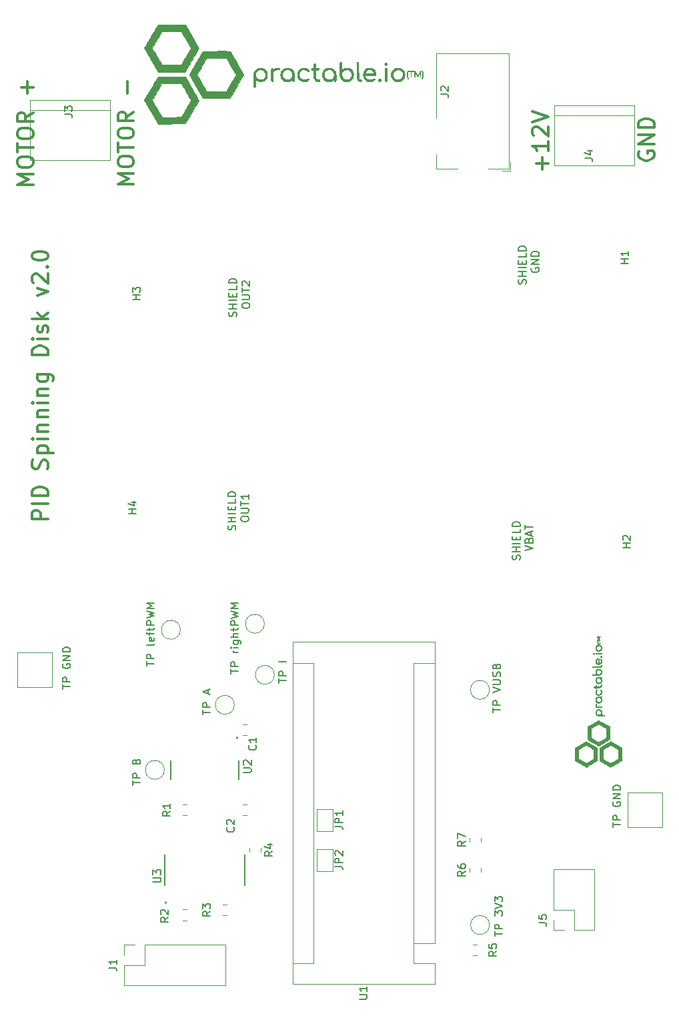
<source format=gbr>
G04 #@! TF.GenerationSoftware,KiCad,Pcbnew,(5.1.12)-1*
G04 #@! TF.CreationDate,2021-12-08T10:01:55+00:00*
G04 #@! TF.ProjectId,PIDController,50494443-6f6e-4747-926f-6c6c65722e6b,rev?*
G04 #@! TF.SameCoordinates,Original*
G04 #@! TF.FileFunction,Legend,Top*
G04 #@! TF.FilePolarity,Positive*
%FSLAX46Y46*%
G04 Gerber Fmt 4.6, Leading zero omitted, Abs format (unit mm)*
G04 Created by KiCad (PCBNEW (5.1.12)-1) date 2021-12-08 10:01:55*
%MOMM*%
%LPD*%
G01*
G04 APERTURE LIST*
%ADD10C,0.300000*%
%ADD11C,0.150000*%
%ADD12C,0.010000*%
%ADD13C,0.120000*%
%ADD14C,0.127000*%
%ADD15C,0.200000*%
G04 APERTURE END LIST*
D10*
X120487961Y-51380209D02*
X118487961Y-51380209D01*
X119916533Y-50713542D01*
X118487961Y-50046876D01*
X120487961Y-50046876D01*
X118487961Y-48713542D02*
X118487961Y-48332590D01*
X118583200Y-48142114D01*
X118773676Y-47951638D01*
X119154628Y-47856400D01*
X119821295Y-47856400D01*
X120202247Y-47951638D01*
X120392723Y-48142114D01*
X120487961Y-48332590D01*
X120487961Y-48713542D01*
X120392723Y-48904019D01*
X120202247Y-49094495D01*
X119821295Y-49189733D01*
X119154628Y-49189733D01*
X118773676Y-49094495D01*
X118583200Y-48904019D01*
X118487961Y-48713542D01*
X118487961Y-47284971D02*
X118487961Y-46142114D01*
X120487961Y-46713542D02*
X118487961Y-46713542D01*
X118487961Y-45094495D02*
X118487961Y-44713542D01*
X118583200Y-44523066D01*
X118773676Y-44332590D01*
X119154628Y-44237352D01*
X119821295Y-44237352D01*
X120202247Y-44332590D01*
X120392723Y-44523066D01*
X120487961Y-44713542D01*
X120487961Y-45094495D01*
X120392723Y-45284971D01*
X120202247Y-45475447D01*
X119821295Y-45570685D01*
X119154628Y-45570685D01*
X118773676Y-45475447D01*
X118583200Y-45284971D01*
X118487961Y-45094495D01*
X120487961Y-42237352D02*
X119535580Y-42904019D01*
X120487961Y-43380209D02*
X118487961Y-43380209D01*
X118487961Y-42618304D01*
X118583200Y-42427828D01*
X118678438Y-42332590D01*
X118868914Y-42237352D01*
X119154628Y-42237352D01*
X119345104Y-42332590D01*
X119440342Y-42427828D01*
X119535580Y-42618304D01*
X119535580Y-43380209D01*
X119726057Y-39856400D02*
X119726057Y-38332590D01*
X184674000Y-47243809D02*
X184578761Y-47434285D01*
X184578761Y-47720000D01*
X184674000Y-48005714D01*
X184864476Y-48196190D01*
X185054952Y-48291428D01*
X185435904Y-48386666D01*
X185721619Y-48386666D01*
X186102571Y-48291428D01*
X186293047Y-48196190D01*
X186483523Y-48005714D01*
X186578761Y-47720000D01*
X186578761Y-47529523D01*
X186483523Y-47243809D01*
X186388285Y-47148571D01*
X185721619Y-47148571D01*
X185721619Y-47529523D01*
X186578761Y-46291428D02*
X184578761Y-46291428D01*
X186578761Y-45148571D01*
X184578761Y-45148571D01*
X186578761Y-44196190D02*
X184578761Y-44196190D01*
X184578761Y-43720000D01*
X184674000Y-43434285D01*
X184864476Y-43243809D01*
X185054952Y-43148571D01*
X185435904Y-43053333D01*
X185721619Y-43053333D01*
X186102571Y-43148571D01*
X186293047Y-43243809D01*
X186483523Y-43434285D01*
X186578761Y-43720000D01*
X186578761Y-44196190D01*
X109616761Y-93914380D02*
X107616761Y-93914380D01*
X107616761Y-93152476D01*
X107712000Y-92962000D01*
X107807238Y-92866761D01*
X107997714Y-92771523D01*
X108283428Y-92771523D01*
X108473904Y-92866761D01*
X108569142Y-92962000D01*
X108664380Y-93152476D01*
X108664380Y-93914380D01*
X109616761Y-91914380D02*
X107616761Y-91914380D01*
X109616761Y-90962000D02*
X107616761Y-90962000D01*
X107616761Y-90485809D01*
X107712000Y-90200095D01*
X107902476Y-90009619D01*
X108092952Y-89914380D01*
X108473904Y-89819142D01*
X108759619Y-89819142D01*
X109140571Y-89914380D01*
X109331047Y-90009619D01*
X109521523Y-90200095D01*
X109616761Y-90485809D01*
X109616761Y-90962000D01*
X109521523Y-87533428D02*
X109616761Y-87247714D01*
X109616761Y-86771523D01*
X109521523Y-86581047D01*
X109426285Y-86485809D01*
X109235809Y-86390571D01*
X109045333Y-86390571D01*
X108854857Y-86485809D01*
X108759619Y-86581047D01*
X108664380Y-86771523D01*
X108569142Y-87152476D01*
X108473904Y-87342952D01*
X108378666Y-87438190D01*
X108188190Y-87533428D01*
X107997714Y-87533428D01*
X107807238Y-87438190D01*
X107712000Y-87342952D01*
X107616761Y-87152476D01*
X107616761Y-86676285D01*
X107712000Y-86390571D01*
X108283428Y-85533428D02*
X110283428Y-85533428D01*
X108378666Y-85533428D02*
X108283428Y-85342952D01*
X108283428Y-84962000D01*
X108378666Y-84771523D01*
X108473904Y-84676285D01*
X108664380Y-84581047D01*
X109235809Y-84581047D01*
X109426285Y-84676285D01*
X109521523Y-84771523D01*
X109616761Y-84962000D01*
X109616761Y-85342952D01*
X109521523Y-85533428D01*
X109616761Y-83723904D02*
X108283428Y-83723904D01*
X107616761Y-83723904D02*
X107712000Y-83819142D01*
X107807238Y-83723904D01*
X107712000Y-83628666D01*
X107616761Y-83723904D01*
X107807238Y-83723904D01*
X108283428Y-82771523D02*
X109616761Y-82771523D01*
X108473904Y-82771523D02*
X108378666Y-82676285D01*
X108283428Y-82485809D01*
X108283428Y-82200095D01*
X108378666Y-82009619D01*
X108569142Y-81914380D01*
X109616761Y-81914380D01*
X108283428Y-80962000D02*
X109616761Y-80962000D01*
X108473904Y-80962000D02*
X108378666Y-80866761D01*
X108283428Y-80676285D01*
X108283428Y-80390571D01*
X108378666Y-80200095D01*
X108569142Y-80104857D01*
X109616761Y-80104857D01*
X109616761Y-79152476D02*
X108283428Y-79152476D01*
X107616761Y-79152476D02*
X107712000Y-79247714D01*
X107807238Y-79152476D01*
X107712000Y-79057238D01*
X107616761Y-79152476D01*
X107807238Y-79152476D01*
X108283428Y-78200095D02*
X109616761Y-78200095D01*
X108473904Y-78200095D02*
X108378666Y-78104857D01*
X108283428Y-77914380D01*
X108283428Y-77628666D01*
X108378666Y-77438190D01*
X108569142Y-77342952D01*
X109616761Y-77342952D01*
X108283428Y-75533428D02*
X109902476Y-75533428D01*
X110092952Y-75628666D01*
X110188190Y-75723904D01*
X110283428Y-75914380D01*
X110283428Y-76200095D01*
X110188190Y-76390571D01*
X109521523Y-75533428D02*
X109616761Y-75723904D01*
X109616761Y-76104857D01*
X109521523Y-76295333D01*
X109426285Y-76390571D01*
X109235809Y-76485809D01*
X108664380Y-76485809D01*
X108473904Y-76390571D01*
X108378666Y-76295333D01*
X108283428Y-76104857D01*
X108283428Y-75723904D01*
X108378666Y-75533428D01*
X109616761Y-73057238D02*
X107616761Y-73057238D01*
X107616761Y-72581047D01*
X107712000Y-72295333D01*
X107902476Y-72104857D01*
X108092952Y-72009619D01*
X108473904Y-71914380D01*
X108759619Y-71914380D01*
X109140571Y-72009619D01*
X109331047Y-72104857D01*
X109521523Y-72295333D01*
X109616761Y-72581047D01*
X109616761Y-73057238D01*
X109616761Y-71057238D02*
X108283428Y-71057238D01*
X107616761Y-71057238D02*
X107712000Y-71152476D01*
X107807238Y-71057238D01*
X107712000Y-70962000D01*
X107616761Y-71057238D01*
X107807238Y-71057238D01*
X109521523Y-70200095D02*
X109616761Y-70009619D01*
X109616761Y-69628666D01*
X109521523Y-69438190D01*
X109331047Y-69342952D01*
X109235809Y-69342952D01*
X109045333Y-69438190D01*
X108950095Y-69628666D01*
X108950095Y-69914380D01*
X108854857Y-70104857D01*
X108664380Y-70200095D01*
X108569142Y-70200095D01*
X108378666Y-70104857D01*
X108283428Y-69914380D01*
X108283428Y-69628666D01*
X108378666Y-69438190D01*
X109616761Y-68485809D02*
X107616761Y-68485809D01*
X108854857Y-68295333D02*
X109616761Y-67723904D01*
X108283428Y-67723904D02*
X109045333Y-68485809D01*
X108283428Y-65533428D02*
X109616761Y-65057238D01*
X108283428Y-64581047D01*
X107807238Y-63914380D02*
X107712000Y-63819142D01*
X107616761Y-63628666D01*
X107616761Y-63152476D01*
X107712000Y-62962000D01*
X107807238Y-62866761D01*
X107997714Y-62771523D01*
X108188190Y-62771523D01*
X108473904Y-62866761D01*
X109616761Y-64009619D01*
X109616761Y-62771523D01*
X109426285Y-61914380D02*
X109521523Y-61819142D01*
X109616761Y-61914380D01*
X109521523Y-62009619D01*
X109426285Y-61914380D01*
X109616761Y-61914380D01*
X107616761Y-60581047D02*
X107616761Y-60390571D01*
X107712000Y-60200095D01*
X107807238Y-60104857D01*
X107997714Y-60009619D01*
X108378666Y-59914380D01*
X108854857Y-59914380D01*
X109235809Y-60009619D01*
X109426285Y-60104857D01*
X109521523Y-60200095D01*
X109616761Y-60390571D01*
X109616761Y-60581047D01*
X109521523Y-60771523D01*
X109426285Y-60866761D01*
X109235809Y-60962000D01*
X108854857Y-61057238D01*
X108378666Y-61057238D01*
X107997714Y-60962000D01*
X107807238Y-60866761D01*
X107712000Y-60771523D01*
X107616761Y-60581047D01*
X172354857Y-49497714D02*
X172354857Y-47973904D01*
X173116761Y-48735809D02*
X171592952Y-48735809D01*
X173116761Y-45973904D02*
X173116761Y-47116761D01*
X173116761Y-46545333D02*
X171116761Y-46545333D01*
X171402476Y-46735809D01*
X171592952Y-46926285D01*
X171688190Y-47116761D01*
X171307238Y-45212000D02*
X171212000Y-45116761D01*
X171116761Y-44926285D01*
X171116761Y-44450095D01*
X171212000Y-44259619D01*
X171307238Y-44164380D01*
X171497714Y-44069142D01*
X171688190Y-44069142D01*
X171973904Y-44164380D01*
X173116761Y-45307238D01*
X173116761Y-44069142D01*
X171116761Y-43497714D02*
X173116761Y-42831047D01*
X171116761Y-42164380D01*
X107737161Y-51431009D02*
X105737161Y-51431009D01*
X107165733Y-50764342D01*
X105737161Y-50097676D01*
X107737161Y-50097676D01*
X105737161Y-48764342D02*
X105737161Y-48383390D01*
X105832400Y-48192914D01*
X106022876Y-48002438D01*
X106403828Y-47907200D01*
X107070495Y-47907200D01*
X107451447Y-48002438D01*
X107641923Y-48192914D01*
X107737161Y-48383390D01*
X107737161Y-48764342D01*
X107641923Y-48954819D01*
X107451447Y-49145295D01*
X107070495Y-49240533D01*
X106403828Y-49240533D01*
X106022876Y-49145295D01*
X105832400Y-48954819D01*
X105737161Y-48764342D01*
X105737161Y-47335771D02*
X105737161Y-46192914D01*
X107737161Y-46764342D02*
X105737161Y-46764342D01*
X105737161Y-45145295D02*
X105737161Y-44764342D01*
X105832400Y-44573866D01*
X106022876Y-44383390D01*
X106403828Y-44288152D01*
X107070495Y-44288152D01*
X107451447Y-44383390D01*
X107641923Y-44573866D01*
X107737161Y-44764342D01*
X107737161Y-45145295D01*
X107641923Y-45335771D01*
X107451447Y-45526247D01*
X107070495Y-45621485D01*
X106403828Y-45621485D01*
X106022876Y-45526247D01*
X105832400Y-45335771D01*
X105737161Y-45145295D01*
X107737161Y-42288152D02*
X106784780Y-42954819D01*
X107737161Y-43431009D02*
X105737161Y-43431009D01*
X105737161Y-42669104D01*
X105832400Y-42478628D01*
X105927638Y-42383390D01*
X106118114Y-42288152D01*
X106403828Y-42288152D01*
X106594304Y-42383390D01*
X106689542Y-42478628D01*
X106784780Y-42669104D01*
X106784780Y-43431009D01*
X106975257Y-39907200D02*
X106975257Y-38383390D01*
X107737161Y-39145295D02*
X106213352Y-39145295D01*
D11*
X169505761Y-99051714D02*
X169553380Y-98908857D01*
X169553380Y-98670761D01*
X169505761Y-98575523D01*
X169458142Y-98527904D01*
X169362904Y-98480285D01*
X169267666Y-98480285D01*
X169172428Y-98527904D01*
X169124809Y-98575523D01*
X169077190Y-98670761D01*
X169029571Y-98861238D01*
X168981952Y-98956476D01*
X168934333Y-99004095D01*
X168839095Y-99051714D01*
X168743857Y-99051714D01*
X168648619Y-99004095D01*
X168601000Y-98956476D01*
X168553380Y-98861238D01*
X168553380Y-98623142D01*
X168601000Y-98480285D01*
X169553380Y-98051714D02*
X168553380Y-98051714D01*
X169029571Y-98051714D02*
X169029571Y-97480285D01*
X169553380Y-97480285D02*
X168553380Y-97480285D01*
X169553380Y-97004095D02*
X168553380Y-97004095D01*
X169029571Y-96527904D02*
X169029571Y-96194571D01*
X169553380Y-96051714D02*
X169553380Y-96527904D01*
X168553380Y-96527904D01*
X168553380Y-96051714D01*
X169553380Y-95146952D02*
X169553380Y-95623142D01*
X168553380Y-95623142D01*
X169553380Y-94813619D02*
X168553380Y-94813619D01*
X168553380Y-94575523D01*
X168601000Y-94432666D01*
X168696238Y-94337428D01*
X168791476Y-94289809D01*
X168981952Y-94242190D01*
X169124809Y-94242190D01*
X169315285Y-94289809D01*
X169410523Y-94337428D01*
X169505761Y-94432666D01*
X169553380Y-94575523D01*
X169553380Y-94813619D01*
X170203380Y-97908857D02*
X171203380Y-97575523D01*
X170203380Y-97242190D01*
X170679571Y-96575523D02*
X170727190Y-96432666D01*
X170774809Y-96385047D01*
X170870047Y-96337428D01*
X171012904Y-96337428D01*
X171108142Y-96385047D01*
X171155761Y-96432666D01*
X171203380Y-96527904D01*
X171203380Y-96908857D01*
X170203380Y-96908857D01*
X170203380Y-96575523D01*
X170251000Y-96480285D01*
X170298619Y-96432666D01*
X170393857Y-96385047D01*
X170489095Y-96385047D01*
X170584333Y-96432666D01*
X170631952Y-96480285D01*
X170679571Y-96575523D01*
X170679571Y-96908857D01*
X170917666Y-95956476D02*
X170917666Y-95480285D01*
X171203380Y-96051714D02*
X170203380Y-95718380D01*
X171203380Y-95385047D01*
X170203380Y-95194571D02*
X170203380Y-94623142D01*
X171203380Y-94908857D02*
X170203380Y-94908857D01*
X170267761Y-64050514D02*
X170315380Y-63907657D01*
X170315380Y-63669561D01*
X170267761Y-63574323D01*
X170220142Y-63526704D01*
X170124904Y-63479085D01*
X170029666Y-63479085D01*
X169934428Y-63526704D01*
X169886809Y-63574323D01*
X169839190Y-63669561D01*
X169791571Y-63860038D01*
X169743952Y-63955276D01*
X169696333Y-64002895D01*
X169601095Y-64050514D01*
X169505857Y-64050514D01*
X169410619Y-64002895D01*
X169363000Y-63955276D01*
X169315380Y-63860038D01*
X169315380Y-63621942D01*
X169363000Y-63479085D01*
X170315380Y-63050514D02*
X169315380Y-63050514D01*
X169791571Y-63050514D02*
X169791571Y-62479085D01*
X170315380Y-62479085D02*
X169315380Y-62479085D01*
X170315380Y-62002895D02*
X169315380Y-62002895D01*
X169791571Y-61526704D02*
X169791571Y-61193371D01*
X170315380Y-61050514D02*
X170315380Y-61526704D01*
X169315380Y-61526704D01*
X169315380Y-61050514D01*
X170315380Y-60145752D02*
X170315380Y-60621942D01*
X169315380Y-60621942D01*
X170315380Y-59812419D02*
X169315380Y-59812419D01*
X169315380Y-59574323D01*
X169363000Y-59431466D01*
X169458238Y-59336228D01*
X169553476Y-59288609D01*
X169743952Y-59240990D01*
X169886809Y-59240990D01*
X170077285Y-59288609D01*
X170172523Y-59336228D01*
X170267761Y-59431466D01*
X170315380Y-59574323D01*
X170315380Y-59812419D01*
X171013000Y-62026704D02*
X170965380Y-62121942D01*
X170965380Y-62264800D01*
X171013000Y-62407657D01*
X171108238Y-62502895D01*
X171203476Y-62550514D01*
X171393952Y-62598133D01*
X171536809Y-62598133D01*
X171727285Y-62550514D01*
X171822523Y-62502895D01*
X171917761Y-62407657D01*
X171965380Y-62264800D01*
X171965380Y-62169561D01*
X171917761Y-62026704D01*
X171870142Y-61979085D01*
X171536809Y-61979085D01*
X171536809Y-62169561D01*
X171965380Y-61550514D02*
X170965380Y-61550514D01*
X171965380Y-60979085D01*
X170965380Y-60979085D01*
X171965380Y-60502895D02*
X170965380Y-60502895D01*
X170965380Y-60264800D01*
X171013000Y-60121942D01*
X171108238Y-60026704D01*
X171203476Y-59979085D01*
X171393952Y-59931466D01*
X171536809Y-59931466D01*
X171727285Y-59979085D01*
X171822523Y-60026704D01*
X171917761Y-60121942D01*
X171965380Y-60264800D01*
X171965380Y-60502895D01*
X133412361Y-95267114D02*
X133459980Y-95124257D01*
X133459980Y-94886161D01*
X133412361Y-94790923D01*
X133364742Y-94743304D01*
X133269504Y-94695685D01*
X133174266Y-94695685D01*
X133079028Y-94743304D01*
X133031409Y-94790923D01*
X132983790Y-94886161D01*
X132936171Y-95076638D01*
X132888552Y-95171876D01*
X132840933Y-95219495D01*
X132745695Y-95267114D01*
X132650457Y-95267114D01*
X132555219Y-95219495D01*
X132507600Y-95171876D01*
X132459980Y-95076638D01*
X132459980Y-94838542D01*
X132507600Y-94695685D01*
X133459980Y-94267114D02*
X132459980Y-94267114D01*
X132936171Y-94267114D02*
X132936171Y-93695685D01*
X133459980Y-93695685D02*
X132459980Y-93695685D01*
X133459980Y-93219495D02*
X132459980Y-93219495D01*
X132936171Y-92743304D02*
X132936171Y-92409971D01*
X133459980Y-92267114D02*
X133459980Y-92743304D01*
X132459980Y-92743304D01*
X132459980Y-92267114D01*
X133459980Y-91362352D02*
X133459980Y-91838542D01*
X132459980Y-91838542D01*
X133459980Y-91029019D02*
X132459980Y-91029019D01*
X132459980Y-90790923D01*
X132507600Y-90648066D01*
X132602838Y-90552828D01*
X132698076Y-90505209D01*
X132888552Y-90457590D01*
X133031409Y-90457590D01*
X133221885Y-90505209D01*
X133317123Y-90552828D01*
X133412361Y-90648066D01*
X133459980Y-90790923D01*
X133459980Y-91029019D01*
X134109980Y-93957590D02*
X134109980Y-93767114D01*
X134157600Y-93671876D01*
X134252838Y-93576638D01*
X134443314Y-93529019D01*
X134776647Y-93529019D01*
X134967123Y-93576638D01*
X135062361Y-93671876D01*
X135109980Y-93767114D01*
X135109980Y-93957590D01*
X135062361Y-94052828D01*
X134967123Y-94148066D01*
X134776647Y-94195685D01*
X134443314Y-94195685D01*
X134252838Y-94148066D01*
X134157600Y-94052828D01*
X134109980Y-93957590D01*
X134109980Y-93100447D02*
X134919504Y-93100447D01*
X135014742Y-93052828D01*
X135062361Y-93005209D01*
X135109980Y-92909971D01*
X135109980Y-92719495D01*
X135062361Y-92624257D01*
X135014742Y-92576638D01*
X134919504Y-92529019D01*
X134109980Y-92529019D01*
X134109980Y-92195685D02*
X134109980Y-91624257D01*
X135109980Y-91909971D02*
X134109980Y-91909971D01*
X135109980Y-90767114D02*
X135109980Y-91338542D01*
X135109980Y-91052828D02*
X134109980Y-91052828D01*
X134252838Y-91148066D01*
X134348076Y-91243304D01*
X134395695Y-91338542D01*
X133539361Y-68190714D02*
X133586980Y-68047857D01*
X133586980Y-67809761D01*
X133539361Y-67714523D01*
X133491742Y-67666904D01*
X133396504Y-67619285D01*
X133301266Y-67619285D01*
X133206028Y-67666904D01*
X133158409Y-67714523D01*
X133110790Y-67809761D01*
X133063171Y-68000238D01*
X133015552Y-68095476D01*
X132967933Y-68143095D01*
X132872695Y-68190714D01*
X132777457Y-68190714D01*
X132682219Y-68143095D01*
X132634600Y-68095476D01*
X132586980Y-68000238D01*
X132586980Y-67762142D01*
X132634600Y-67619285D01*
X133586980Y-67190714D02*
X132586980Y-67190714D01*
X133063171Y-67190714D02*
X133063171Y-66619285D01*
X133586980Y-66619285D02*
X132586980Y-66619285D01*
X133586980Y-66143095D02*
X132586980Y-66143095D01*
X133063171Y-65666904D02*
X133063171Y-65333571D01*
X133586980Y-65190714D02*
X133586980Y-65666904D01*
X132586980Y-65666904D01*
X132586980Y-65190714D01*
X133586980Y-64285952D02*
X133586980Y-64762142D01*
X132586980Y-64762142D01*
X133586980Y-63952619D02*
X132586980Y-63952619D01*
X132586980Y-63714523D01*
X132634600Y-63571666D01*
X132729838Y-63476428D01*
X132825076Y-63428809D01*
X133015552Y-63381190D01*
X133158409Y-63381190D01*
X133348885Y-63428809D01*
X133444123Y-63476428D01*
X133539361Y-63571666D01*
X133586980Y-63714523D01*
X133586980Y-63952619D01*
X134236980Y-66881190D02*
X134236980Y-66690714D01*
X134284600Y-66595476D01*
X134379838Y-66500238D01*
X134570314Y-66452619D01*
X134903647Y-66452619D01*
X135094123Y-66500238D01*
X135189361Y-66595476D01*
X135236980Y-66690714D01*
X135236980Y-66881190D01*
X135189361Y-66976428D01*
X135094123Y-67071666D01*
X134903647Y-67119285D01*
X134570314Y-67119285D01*
X134379838Y-67071666D01*
X134284600Y-66976428D01*
X134236980Y-66881190D01*
X134236980Y-66024047D02*
X135046504Y-66024047D01*
X135141742Y-65976428D01*
X135189361Y-65928809D01*
X135236980Y-65833571D01*
X135236980Y-65643095D01*
X135189361Y-65547857D01*
X135141742Y-65500238D01*
X135046504Y-65452619D01*
X134236980Y-65452619D01*
X134236980Y-65119285D02*
X134236980Y-64547857D01*
X135236980Y-64833571D02*
X134236980Y-64833571D01*
X134332219Y-64262142D02*
X134284600Y-64214523D01*
X134236980Y-64119285D01*
X134236980Y-63881190D01*
X134284600Y-63785952D01*
X134332219Y-63738333D01*
X134427457Y-63690714D01*
X134522695Y-63690714D01*
X134665552Y-63738333D01*
X135236980Y-64309761D01*
X135236980Y-63690714D01*
D12*
G36*
X152581110Y-35969541D02*
G01*
X152632950Y-36021254D01*
X152660695Y-36091834D01*
X152660054Y-36168513D01*
X152626734Y-36238521D01*
X152611935Y-36254291D01*
X152538968Y-36296104D01*
X152462957Y-36291857D01*
X152391875Y-36244517D01*
X152351768Y-36187198D01*
X152334182Y-36127986D01*
X152334148Y-36125855D01*
X152354467Y-36058328D01*
X152405126Y-35996770D01*
X152470682Y-35956718D01*
X152509468Y-35949466D01*
X152581110Y-35969541D01*
G37*
X152581110Y-35969541D02*
X152632950Y-36021254D01*
X152660695Y-36091834D01*
X152660054Y-36168513D01*
X152626734Y-36238521D01*
X152611935Y-36254291D01*
X152538968Y-36296104D01*
X152462957Y-36291857D01*
X152391875Y-36244517D01*
X152351768Y-36187198D01*
X152334182Y-36127986D01*
X152334148Y-36125855D01*
X152354467Y-36058328D01*
X152405126Y-35996770D01*
X152470682Y-35956718D01*
X152509468Y-35949466D01*
X152581110Y-35969541D01*
G36*
X124500215Y-31131641D02*
G01*
X124747284Y-31132106D01*
X125035369Y-31132936D01*
X125320083Y-31133898D01*
X127038083Y-31139929D01*
X127644587Y-32186503D01*
X127832034Y-32510064D01*
X127997184Y-32795422D01*
X128141406Y-33045026D01*
X128266065Y-33261324D01*
X128372529Y-33446765D01*
X128462165Y-33603797D01*
X128536340Y-33734869D01*
X128596419Y-33842431D01*
X128643772Y-33928929D01*
X128679764Y-33996813D01*
X128705762Y-34048531D01*
X128723133Y-34086533D01*
X128733245Y-34113266D01*
X128737463Y-34131180D01*
X128737156Y-34142722D01*
X128737003Y-34143346D01*
X128721803Y-34177425D01*
X128687041Y-34243993D01*
X128637078Y-34335041D01*
X128576274Y-34442560D01*
X128538015Y-34508869D01*
X128487017Y-34596803D01*
X128415913Y-34719673D01*
X128328068Y-34871650D01*
X128226847Y-35046907D01*
X128115614Y-35239618D01*
X127997736Y-35443953D01*
X127876576Y-35654086D01*
X127780892Y-35820114D01*
X127663850Y-36023203D01*
X127551021Y-36218887D01*
X127445181Y-36402362D01*
X127349102Y-36568824D01*
X127265559Y-36713468D01*
X127197325Y-36831491D01*
X127147174Y-36918087D01*
X127118940Y-36966642D01*
X127026121Y-37125392D01*
X123597721Y-37125392D01*
X123552180Y-37060716D01*
X123528633Y-37023613D01*
X123485271Y-36951705D01*
X123425639Y-36851013D01*
X123353283Y-36727559D01*
X123271747Y-36587363D01*
X123184576Y-36436447D01*
X123181784Y-36431596D01*
X123073996Y-36244348D01*
X122953179Y-36034530D01*
X122827551Y-35816408D01*
X122705329Y-35604249D01*
X122594731Y-35412320D01*
X122551885Y-35337985D01*
X122455191Y-35170157D01*
X122353227Y-34993021D01*
X122252422Y-34817757D01*
X122159205Y-34655548D01*
X122080008Y-34517576D01*
X122049100Y-34463659D01*
X121851360Y-34118500D01*
X121852626Y-34116277D01*
X122836804Y-34116277D01*
X122960511Y-34333196D01*
X123046995Y-34484474D01*
X123137329Y-34641832D01*
X123227150Y-34797730D01*
X123312093Y-34944624D01*
X123387797Y-35074971D01*
X123449896Y-35181228D01*
X123494027Y-35255855D01*
X123500983Y-35267429D01*
X123531941Y-35319779D01*
X123581618Y-35405067D01*
X123645434Y-35515369D01*
X123718807Y-35642762D01*
X123797157Y-35779324D01*
X123817256Y-35814442D01*
X124069624Y-36255620D01*
X126545448Y-36243448D01*
X127021174Y-35420300D01*
X127130325Y-35231524D01*
X127236861Y-35047441D01*
X127337399Y-34873884D01*
X127428555Y-34716685D01*
X127506947Y-34581677D01*
X127569194Y-34474692D01*
X127611911Y-34401563D01*
X127617251Y-34392471D01*
X127669698Y-34300847D01*
X127713187Y-34220358D01*
X127741827Y-34162144D01*
X127749506Y-34142271D01*
X127741141Y-34110602D01*
X127709247Y-34040911D01*
X127653647Y-33932867D01*
X127574160Y-33786140D01*
X127470607Y-33600401D01*
X127342809Y-33375320D01*
X127190586Y-33110566D01*
X127157637Y-33053590D01*
X127040029Y-32850962D01*
X126928931Y-32660646D01*
X126826666Y-32486543D01*
X126735555Y-32332556D01*
X126657920Y-32202585D01*
X126596082Y-32100532D01*
X126552364Y-32030297D01*
X126529087Y-31995783D01*
X126526460Y-31992992D01*
X126498219Y-31989584D01*
X126427502Y-31986383D01*
X126318872Y-31983455D01*
X126176889Y-31980866D01*
X126006115Y-31978682D01*
X125811111Y-31976972D01*
X125596440Y-31975801D01*
X125366661Y-31975235D01*
X125308096Y-31975197D01*
X125039609Y-31975210D01*
X124814219Y-31975512D01*
X124627983Y-31976233D01*
X124476961Y-31977503D01*
X124357212Y-31979451D01*
X124264795Y-31982209D01*
X124195769Y-31985904D01*
X124146193Y-31990669D01*
X124112126Y-31996632D01*
X124089627Y-32003924D01*
X124074756Y-32012674D01*
X124070749Y-32015994D01*
X124050161Y-32044002D01*
X124008650Y-32108786D01*
X123948643Y-32206289D01*
X123872564Y-32332454D01*
X123782839Y-32483225D01*
X123681894Y-32654544D01*
X123572154Y-32842354D01*
X123456046Y-33042598D01*
X123430582Y-33086714D01*
X122836804Y-34116277D01*
X121852626Y-34116277D01*
X121942798Y-33958011D01*
X122042633Y-33783219D01*
X122152994Y-33590770D01*
X122271664Y-33384470D01*
X122396429Y-33168125D01*
X122525072Y-32945543D01*
X122655379Y-32720529D01*
X122785133Y-32496889D01*
X122912120Y-32278430D01*
X123034124Y-32068958D01*
X123148930Y-31872280D01*
X123254321Y-31692202D01*
X123348082Y-31532529D01*
X123427999Y-31397070D01*
X123491856Y-31289629D01*
X123537436Y-31214013D01*
X123562525Y-31174029D01*
X123566038Y-31169176D01*
X123575037Y-31161342D01*
X123589534Y-31154587D01*
X123612760Y-31148847D01*
X123647942Y-31144055D01*
X123698309Y-31140149D01*
X123767091Y-31137061D01*
X123857515Y-31134728D01*
X123972811Y-31133084D01*
X124116207Y-31132065D01*
X124290932Y-31131606D01*
X124500215Y-31131641D01*
G37*
X124500215Y-31131641D02*
X124747284Y-31132106D01*
X125035369Y-31132936D01*
X125320083Y-31133898D01*
X127038083Y-31139929D01*
X127644587Y-32186503D01*
X127832034Y-32510064D01*
X127997184Y-32795422D01*
X128141406Y-33045026D01*
X128266065Y-33261324D01*
X128372529Y-33446765D01*
X128462165Y-33603797D01*
X128536340Y-33734869D01*
X128596419Y-33842431D01*
X128643772Y-33928929D01*
X128679764Y-33996813D01*
X128705762Y-34048531D01*
X128723133Y-34086533D01*
X128733245Y-34113266D01*
X128737463Y-34131180D01*
X128737156Y-34142722D01*
X128737003Y-34143346D01*
X128721803Y-34177425D01*
X128687041Y-34243993D01*
X128637078Y-34335041D01*
X128576274Y-34442560D01*
X128538015Y-34508869D01*
X128487017Y-34596803D01*
X128415913Y-34719673D01*
X128328068Y-34871650D01*
X128226847Y-35046907D01*
X128115614Y-35239618D01*
X127997736Y-35443953D01*
X127876576Y-35654086D01*
X127780892Y-35820114D01*
X127663850Y-36023203D01*
X127551021Y-36218887D01*
X127445181Y-36402362D01*
X127349102Y-36568824D01*
X127265559Y-36713468D01*
X127197325Y-36831491D01*
X127147174Y-36918087D01*
X127118940Y-36966642D01*
X127026121Y-37125392D01*
X123597721Y-37125392D01*
X123552180Y-37060716D01*
X123528633Y-37023613D01*
X123485271Y-36951705D01*
X123425639Y-36851013D01*
X123353283Y-36727559D01*
X123271747Y-36587363D01*
X123184576Y-36436447D01*
X123181784Y-36431596D01*
X123073996Y-36244348D01*
X122953179Y-36034530D01*
X122827551Y-35816408D01*
X122705329Y-35604249D01*
X122594731Y-35412320D01*
X122551885Y-35337985D01*
X122455191Y-35170157D01*
X122353227Y-34993021D01*
X122252422Y-34817757D01*
X122159205Y-34655548D01*
X122080008Y-34517576D01*
X122049100Y-34463659D01*
X121851360Y-34118500D01*
X121852626Y-34116277D01*
X122836804Y-34116277D01*
X122960511Y-34333196D01*
X123046995Y-34484474D01*
X123137329Y-34641832D01*
X123227150Y-34797730D01*
X123312093Y-34944624D01*
X123387797Y-35074971D01*
X123449896Y-35181228D01*
X123494027Y-35255855D01*
X123500983Y-35267429D01*
X123531941Y-35319779D01*
X123581618Y-35405067D01*
X123645434Y-35515369D01*
X123718807Y-35642762D01*
X123797157Y-35779324D01*
X123817256Y-35814442D01*
X124069624Y-36255620D01*
X126545448Y-36243448D01*
X127021174Y-35420300D01*
X127130325Y-35231524D01*
X127236861Y-35047441D01*
X127337399Y-34873884D01*
X127428555Y-34716685D01*
X127506947Y-34581677D01*
X127569194Y-34474692D01*
X127611911Y-34401563D01*
X127617251Y-34392471D01*
X127669698Y-34300847D01*
X127713187Y-34220358D01*
X127741827Y-34162144D01*
X127749506Y-34142271D01*
X127741141Y-34110602D01*
X127709247Y-34040911D01*
X127653647Y-33932867D01*
X127574160Y-33786140D01*
X127470607Y-33600401D01*
X127342809Y-33375320D01*
X127190586Y-33110566D01*
X127157637Y-33053590D01*
X127040029Y-32850962D01*
X126928931Y-32660646D01*
X126826666Y-32486543D01*
X126735555Y-32332556D01*
X126657920Y-32202585D01*
X126596082Y-32100532D01*
X126552364Y-32030297D01*
X126529087Y-31995783D01*
X126526460Y-31992992D01*
X126498219Y-31989584D01*
X126427502Y-31986383D01*
X126318872Y-31983455D01*
X126176889Y-31980866D01*
X126006115Y-31978682D01*
X125811111Y-31976972D01*
X125596440Y-31975801D01*
X125366661Y-31975235D01*
X125308096Y-31975197D01*
X125039609Y-31975210D01*
X124814219Y-31975512D01*
X124627983Y-31976233D01*
X124476961Y-31977503D01*
X124357212Y-31979451D01*
X124264795Y-31982209D01*
X124195769Y-31985904D01*
X124146193Y-31990669D01*
X124112126Y-31996632D01*
X124089627Y-32003924D01*
X124074756Y-32012674D01*
X124070749Y-32015994D01*
X124050161Y-32044002D01*
X124008650Y-32108786D01*
X123948643Y-32206289D01*
X123872564Y-32332454D01*
X123782839Y-32483225D01*
X123681894Y-32654544D01*
X123572154Y-32842354D01*
X123456046Y-33042598D01*
X123430582Y-33086714D01*
X122836804Y-34116277D01*
X121852626Y-34116277D01*
X121942798Y-33958011D01*
X122042633Y-33783219D01*
X122152994Y-33590770D01*
X122271664Y-33384470D01*
X122396429Y-33168125D01*
X122525072Y-32945543D01*
X122655379Y-32720529D01*
X122785133Y-32496889D01*
X122912120Y-32278430D01*
X123034124Y-32068958D01*
X123148930Y-31872280D01*
X123254321Y-31692202D01*
X123348082Y-31532529D01*
X123427999Y-31397070D01*
X123491856Y-31289629D01*
X123537436Y-31214013D01*
X123562525Y-31174029D01*
X123566038Y-31169176D01*
X123575037Y-31161342D01*
X123589534Y-31154587D01*
X123612760Y-31148847D01*
X123647942Y-31144055D01*
X123698309Y-31140149D01*
X123767091Y-31137061D01*
X123857515Y-31134728D01*
X123972811Y-31133084D01*
X124116207Y-31132065D01*
X124290932Y-31131606D01*
X124500215Y-31131641D01*
G36*
X156181643Y-37007209D02*
G01*
X156219002Y-37061925D01*
X156269963Y-37149750D01*
X156331598Y-37265823D01*
X156357912Y-37317728D01*
X156526591Y-37654443D01*
X156693700Y-37319253D01*
X156751717Y-37206194D01*
X156804028Y-37110423D01*
X156846596Y-37038854D01*
X156875388Y-36998402D01*
X156884655Y-36992012D01*
X156894594Y-37017635D01*
X156902003Y-37080624D01*
X156906943Y-37171375D01*
X156909472Y-37280288D01*
X156909649Y-37397761D01*
X156907532Y-37514193D01*
X156903183Y-37619983D01*
X156896658Y-37705529D01*
X156888018Y-37761230D01*
X156879817Y-37777793D01*
X156867006Y-37769032D01*
X156857474Y-37729730D01*
X156850632Y-37655000D01*
X156845889Y-37539956D01*
X156844539Y-37485771D01*
X156837944Y-37184189D01*
X156690772Y-37472290D01*
X156635671Y-37577036D01*
X156586487Y-37664765D01*
X156547737Y-37727834D01*
X156523939Y-37758602D01*
X156520444Y-37760392D01*
X156501900Y-37740571D01*
X156467076Y-37686203D01*
X156420490Y-37604930D01*
X156366659Y-37504393D01*
X156350116Y-37472290D01*
X156202944Y-37184189D01*
X156196362Y-37484050D01*
X156191840Y-37609475D01*
X156184743Y-37705200D01*
X156175671Y-37765265D01*
X156166226Y-37783911D01*
X156137430Y-37765369D01*
X156131012Y-37753525D01*
X156127373Y-37720399D01*
X156125058Y-37649202D01*
X156124185Y-37548882D01*
X156124872Y-37428390D01*
X156125870Y-37361522D01*
X156129971Y-37207952D01*
X156136132Y-37097890D01*
X156144680Y-37027837D01*
X156155947Y-36994296D01*
X156160811Y-36990459D01*
X156181643Y-37007209D01*
G37*
X156181643Y-37007209D02*
X156219002Y-37061925D01*
X156269963Y-37149750D01*
X156331598Y-37265823D01*
X156357912Y-37317728D01*
X156526591Y-37654443D01*
X156693700Y-37319253D01*
X156751717Y-37206194D01*
X156804028Y-37110423D01*
X156846596Y-37038854D01*
X156875388Y-36998402D01*
X156884655Y-36992012D01*
X156894594Y-37017635D01*
X156902003Y-37080624D01*
X156906943Y-37171375D01*
X156909472Y-37280288D01*
X156909649Y-37397761D01*
X156907532Y-37514193D01*
X156903183Y-37619983D01*
X156896658Y-37705529D01*
X156888018Y-37761230D01*
X156879817Y-37777793D01*
X156867006Y-37769032D01*
X156857474Y-37729730D01*
X156850632Y-37655000D01*
X156845889Y-37539956D01*
X156844539Y-37485771D01*
X156837944Y-37184189D01*
X156690772Y-37472290D01*
X156635671Y-37577036D01*
X156586487Y-37664765D01*
X156547737Y-37727834D01*
X156523939Y-37758602D01*
X156520444Y-37760392D01*
X156501900Y-37740571D01*
X156467076Y-37686203D01*
X156420490Y-37604930D01*
X156366659Y-37504393D01*
X156350116Y-37472290D01*
X156202944Y-37184189D01*
X156196362Y-37484050D01*
X156191840Y-37609475D01*
X156184743Y-37705200D01*
X156175671Y-37765265D01*
X156166226Y-37783911D01*
X156137430Y-37765369D01*
X156131012Y-37753525D01*
X156127373Y-37720399D01*
X156125058Y-37649202D01*
X156124185Y-37548882D01*
X156124872Y-37428390D01*
X156125870Y-37361522D01*
X156129971Y-37207952D01*
X156136132Y-37097890D01*
X156144680Y-37027837D01*
X156155947Y-36994296D01*
X156160811Y-36990459D01*
X156181643Y-37007209D01*
G36*
X155907511Y-36988201D02*
G01*
X155962683Y-36992350D01*
X155991997Y-37000577D01*
X156002499Y-37013546D01*
X156003037Y-37018876D01*
X155992773Y-37039661D01*
X155955902Y-37050837D01*
X155883306Y-37054728D01*
X155861926Y-37054837D01*
X155720815Y-37054837D01*
X155720815Y-37419374D01*
X155719857Y-37566260D01*
X155716475Y-37670997D01*
X155709904Y-37738445D01*
X155699380Y-37773461D01*
X155684138Y-37780906D01*
X155665938Y-37768232D01*
X155660419Y-37740342D01*
X155655750Y-37674107D01*
X155652307Y-37578212D01*
X155650466Y-37461348D01*
X155650259Y-37404868D01*
X155650259Y-37057184D01*
X155520637Y-37050131D01*
X155448467Y-37042357D01*
X155398991Y-37029751D01*
X155385405Y-37019559D01*
X155405520Y-37009102D01*
X155468196Y-37000271D01*
X155568972Y-36993503D01*
X155691416Y-36989478D01*
X155819437Y-36987465D01*
X155907511Y-36988201D01*
G37*
X155907511Y-36988201D02*
X155962683Y-36992350D01*
X155991997Y-37000577D01*
X156002499Y-37013546D01*
X156003037Y-37018876D01*
X155992773Y-37039661D01*
X155955902Y-37050837D01*
X155883306Y-37054728D01*
X155861926Y-37054837D01*
X155720815Y-37054837D01*
X155720815Y-37419374D01*
X155719857Y-37566260D01*
X155716475Y-37670997D01*
X155709904Y-37738445D01*
X155699380Y-37773461D01*
X155684138Y-37780906D01*
X155665938Y-37768232D01*
X155660419Y-37740342D01*
X155655750Y-37674107D01*
X155652307Y-37578212D01*
X155650466Y-37461348D01*
X155650259Y-37404868D01*
X155650259Y-37057184D01*
X155520637Y-37050131D01*
X155448467Y-37042357D01*
X155398991Y-37029751D01*
X155385405Y-37019559D01*
X155405520Y-37009102D01*
X155468196Y-37000271D01*
X155568972Y-36993503D01*
X155691416Y-36989478D01*
X155819437Y-36987465D01*
X155907511Y-36988201D01*
G36*
X157104064Y-37006729D02*
G01*
X157138013Y-37070533D01*
X157158387Y-37119513D01*
X157184617Y-37195799D01*
X157200860Y-37272831D01*
X157209203Y-37365557D01*
X157211732Y-37488927D01*
X157211746Y-37501689D01*
X157209626Y-37628455D01*
X157201876Y-37723268D01*
X157186409Y-37801077D01*
X157161137Y-37876831D01*
X157158387Y-37883864D01*
X157124357Y-37957166D01*
X157091747Y-38005644D01*
X157071440Y-38019096D01*
X157041207Y-38009112D01*
X157037863Y-38001457D01*
X157045688Y-37971503D01*
X157065933Y-37912126D01*
X157087299Y-37854466D01*
X157114619Y-37761973D01*
X157137062Y-37648465D01*
X157148841Y-37548726D01*
X157152609Y-37441451D01*
X157144650Y-37352803D01*
X157121748Y-37258770D01*
X157101605Y-37196023D01*
X157074995Y-37111041D01*
X157057568Y-37043530D01*
X157052307Y-37005447D01*
X157053198Y-37001995D01*
X157076600Y-36984785D01*
X157104064Y-37006729D01*
G37*
X157104064Y-37006729D02*
X157138013Y-37070533D01*
X157158387Y-37119513D01*
X157184617Y-37195799D01*
X157200860Y-37272831D01*
X157209203Y-37365557D01*
X157211732Y-37488927D01*
X157211746Y-37501689D01*
X157209626Y-37628455D01*
X157201876Y-37723268D01*
X157186409Y-37801077D01*
X157161137Y-37876831D01*
X157158387Y-37883864D01*
X157124357Y-37957166D01*
X157091747Y-38005644D01*
X157071440Y-38019096D01*
X157041207Y-38009112D01*
X157037863Y-38001457D01*
X157045688Y-37971503D01*
X157065933Y-37912126D01*
X157087299Y-37854466D01*
X157114619Y-37761973D01*
X157137062Y-37648465D01*
X157148841Y-37548726D01*
X157152609Y-37441451D01*
X157144650Y-37352803D01*
X157121748Y-37258770D01*
X157101605Y-37196023D01*
X157074995Y-37111041D01*
X157057568Y-37043530D01*
X157052307Y-37005447D01*
X157053198Y-37001995D01*
X157076600Y-36984785D01*
X157104064Y-37006729D01*
G36*
X155318244Y-36996237D02*
G01*
X155323747Y-37033178D01*
X155308271Y-37108429D01*
X155284553Y-37184189D01*
X155235890Y-37388517D01*
X155232887Y-37588982D01*
X155275540Y-37792730D01*
X155284171Y-37819047D01*
X155309953Y-37901050D01*
X155326201Y-37965423D01*
X155329837Y-37999703D01*
X155329213Y-38001315D01*
X155305720Y-38018620D01*
X155278398Y-37996442D01*
X155244924Y-37932154D01*
X155225333Y-37883864D01*
X155176485Y-37702519D01*
X155159339Y-37506046D01*
X155174573Y-37312868D01*
X155200314Y-37203676D01*
X155236614Y-37093242D01*
X155265323Y-37023976D01*
X155289130Y-36991149D01*
X155310726Y-36990029D01*
X155318244Y-36996237D01*
G37*
X155318244Y-36996237D02*
X155323747Y-37033178D01*
X155308271Y-37108429D01*
X155284553Y-37184189D01*
X155235890Y-37388517D01*
X155232887Y-37588982D01*
X155275540Y-37792730D01*
X155284171Y-37819047D01*
X155309953Y-37901050D01*
X155326201Y-37965423D01*
X155329837Y-37999703D01*
X155329213Y-38001315D01*
X155305720Y-38018620D01*
X155278398Y-37996442D01*
X155244924Y-37932154D01*
X155225333Y-37883864D01*
X155176485Y-37702519D01*
X155159339Y-37506046D01*
X155174573Y-37312868D01*
X155200314Y-37203676D01*
X155236614Y-37093242D01*
X155265323Y-37023976D01*
X155289130Y-36991149D01*
X155310726Y-36990029D01*
X155318244Y-36996237D01*
G36*
X154145383Y-36643873D02*
G01*
X154228909Y-36647319D01*
X154290717Y-36656022D01*
X154343466Y-36672404D01*
X154399815Y-36698887D01*
X154445366Y-36723204D01*
X154609108Y-36834448D01*
X154736765Y-36973067D01*
X154823932Y-37122570D01*
X154853595Y-37191929D01*
X154872072Y-37256019D01*
X154881890Y-37329817D01*
X154885575Y-37428296D01*
X154885907Y-37489929D01*
X154884300Y-37605921D01*
X154877796Y-37689911D01*
X154863866Y-37756875D01*
X154839986Y-37821788D01*
X154823932Y-37857289D01*
X154722938Y-38025380D01*
X154591280Y-38160055D01*
X154445366Y-38255844D01*
X154372216Y-38293023D01*
X154310249Y-38316868D01*
X154244270Y-38330798D01*
X154159081Y-38338233D01*
X154062759Y-38341925D01*
X153902693Y-38341429D01*
X153787398Y-38329195D01*
X153741594Y-38316870D01*
X153553972Y-38226035D01*
X153401800Y-38105367D01*
X153282142Y-37952217D01*
X153230230Y-37855539D01*
X153200902Y-37786749D01*
X153182645Y-37722637D01*
X153172962Y-37648293D01*
X153169358Y-37548805D01*
X153169055Y-37489929D01*
X153393514Y-37489929D01*
X153414246Y-37667443D01*
X153474346Y-37823671D01*
X153570666Y-37954202D01*
X153700062Y-38054628D01*
X153839181Y-38114714D01*
X153947755Y-38132897D01*
X154075348Y-38132604D01*
X154199624Y-38115180D01*
X154286185Y-38087804D01*
X154426829Y-38000614D01*
X154536289Y-37884995D01*
X154613367Y-37748500D01*
X154656862Y-37598682D01*
X154665576Y-37443091D01*
X154638308Y-37289282D01*
X154573860Y-37144805D01*
X154471032Y-37017212D01*
X154458117Y-37005245D01*
X154326806Y-36911124D01*
X154184654Y-36859162D01*
X154022572Y-36846335D01*
X153986401Y-36848240D01*
X153810100Y-36881527D01*
X153660666Y-36952019D01*
X153541259Y-37056297D01*
X153455039Y-37190941D01*
X153405166Y-37352531D01*
X153393514Y-37489929D01*
X153169055Y-37489929D01*
X153170662Y-37373937D01*
X153177167Y-37289947D01*
X153191096Y-37222984D01*
X153214976Y-37158071D01*
X153231030Y-37122570D01*
X153331883Y-36954682D01*
X153463577Y-36819700D01*
X153609596Y-36723204D01*
X153675313Y-36688688D01*
X153729036Y-36665879D01*
X153783423Y-36652354D01*
X153851132Y-36645692D01*
X153944824Y-36643471D01*
X154027481Y-36643263D01*
X154145383Y-36643873D01*
G37*
X154145383Y-36643873D02*
X154228909Y-36647319D01*
X154290717Y-36656022D01*
X154343466Y-36672404D01*
X154399815Y-36698887D01*
X154445366Y-36723204D01*
X154609108Y-36834448D01*
X154736765Y-36973067D01*
X154823932Y-37122570D01*
X154853595Y-37191929D01*
X154872072Y-37256019D01*
X154881890Y-37329817D01*
X154885575Y-37428296D01*
X154885907Y-37489929D01*
X154884300Y-37605921D01*
X154877796Y-37689911D01*
X154863866Y-37756875D01*
X154839986Y-37821788D01*
X154823932Y-37857289D01*
X154722938Y-38025380D01*
X154591280Y-38160055D01*
X154445366Y-38255844D01*
X154372216Y-38293023D01*
X154310249Y-38316868D01*
X154244270Y-38330798D01*
X154159081Y-38338233D01*
X154062759Y-38341925D01*
X153902693Y-38341429D01*
X153787398Y-38329195D01*
X153741594Y-38316870D01*
X153553972Y-38226035D01*
X153401800Y-38105367D01*
X153282142Y-37952217D01*
X153230230Y-37855539D01*
X153200902Y-37786749D01*
X153182645Y-37722637D01*
X153172962Y-37648293D01*
X153169358Y-37548805D01*
X153169055Y-37489929D01*
X153393514Y-37489929D01*
X153414246Y-37667443D01*
X153474346Y-37823671D01*
X153570666Y-37954202D01*
X153700062Y-38054628D01*
X153839181Y-38114714D01*
X153947755Y-38132897D01*
X154075348Y-38132604D01*
X154199624Y-38115180D01*
X154286185Y-38087804D01*
X154426829Y-38000614D01*
X154536289Y-37884995D01*
X154613367Y-37748500D01*
X154656862Y-37598682D01*
X154665576Y-37443091D01*
X154638308Y-37289282D01*
X154573860Y-37144805D01*
X154471032Y-37017212D01*
X154458117Y-37005245D01*
X154326806Y-36911124D01*
X154184654Y-36859162D01*
X154022572Y-36846335D01*
X153986401Y-36848240D01*
X153810100Y-36881527D01*
X153660666Y-36952019D01*
X153541259Y-37056297D01*
X153455039Y-37190941D01*
X153405166Y-37352531D01*
X153393514Y-37489929D01*
X153169055Y-37489929D01*
X153170662Y-37373937D01*
X153177167Y-37289947D01*
X153191096Y-37222984D01*
X153214976Y-37158071D01*
X153231030Y-37122570D01*
X153331883Y-36954682D01*
X153463577Y-36819700D01*
X153609596Y-36723204D01*
X153675313Y-36688688D01*
X153729036Y-36665879D01*
X153783423Y-36652354D01*
X153851132Y-36645692D01*
X153944824Y-36643471D01*
X154027481Y-36643263D01*
X154145383Y-36643873D01*
G36*
X152532228Y-36642578D02*
G01*
X152540647Y-36645412D01*
X152604611Y-36667900D01*
X152610836Y-37478729D01*
X152612350Y-37696684D01*
X152613069Y-37872353D01*
X152612801Y-38010482D01*
X152611354Y-38115818D01*
X152608538Y-38193109D01*
X152604161Y-38247100D01*
X152598031Y-38282539D01*
X152589957Y-38304173D01*
X152579747Y-38316749D01*
X152576943Y-38318957D01*
X152508662Y-38346610D01*
X152445220Y-38327819D01*
X152420108Y-38305346D01*
X152409383Y-38289299D01*
X152400801Y-38264132D01*
X152394131Y-38224941D01*
X152389139Y-38166823D01*
X152385592Y-38084873D01*
X152383257Y-37974189D01*
X152381901Y-37829867D01*
X152381292Y-37647002D01*
X152381185Y-37485843D01*
X152381285Y-37274090D01*
X152381781Y-37104380D01*
X152382962Y-36971716D01*
X152385121Y-36871106D01*
X152388547Y-36797553D01*
X152393532Y-36746064D01*
X152400367Y-36711642D01*
X152409342Y-36689294D01*
X152420750Y-36674025D01*
X152428934Y-36666137D01*
X152477099Y-36636854D01*
X152532228Y-36642578D01*
G37*
X152532228Y-36642578D02*
X152540647Y-36645412D01*
X152604611Y-36667900D01*
X152610836Y-37478729D01*
X152612350Y-37696684D01*
X152613069Y-37872353D01*
X152612801Y-38010482D01*
X152611354Y-38115818D01*
X152608538Y-38193109D01*
X152604161Y-38247100D01*
X152598031Y-38282539D01*
X152589957Y-38304173D01*
X152579747Y-38316749D01*
X152576943Y-38318957D01*
X152508662Y-38346610D01*
X152445220Y-38327819D01*
X152420108Y-38305346D01*
X152409383Y-38289299D01*
X152400801Y-38264132D01*
X152394131Y-38224941D01*
X152389139Y-38166823D01*
X152385592Y-38084873D01*
X152383257Y-37974189D01*
X152381901Y-37829867D01*
X152381292Y-37647002D01*
X152381185Y-37485843D01*
X152381285Y-37274090D01*
X152381781Y-37104380D01*
X152382962Y-36971716D01*
X152385121Y-36871106D01*
X152388547Y-36797553D01*
X152393532Y-36746064D01*
X152400367Y-36711642D01*
X152409342Y-36689294D01*
X152420750Y-36674025D01*
X152428934Y-36666137D01*
X152477099Y-36636854D01*
X152532228Y-36642578D01*
G36*
X150487944Y-36636148D02*
G01*
X150600569Y-36643307D01*
X150682803Y-36655855D01*
X150751268Y-36677613D01*
X150822584Y-36712400D01*
X150824702Y-36713554D01*
X150966209Y-36811680D01*
X151076790Y-36937621D01*
X151152882Y-37074009D01*
X151187522Y-37169097D01*
X151212191Y-37274813D01*
X151225424Y-37378292D01*
X151225756Y-37466671D01*
X151211722Y-37527088D01*
X151205569Y-37536593D01*
X151190897Y-37547198D01*
X151163135Y-37555527D01*
X151117209Y-37561838D01*
X151048044Y-37566392D01*
X150950566Y-37569447D01*
X150819702Y-37571264D01*
X150650376Y-37572101D01*
X150508583Y-37572244D01*
X150336879Y-37572497D01*
X150181538Y-37573211D01*
X150048471Y-37574321D01*
X149943590Y-37575760D01*
X149872803Y-37577461D01*
X149842023Y-37579358D01*
X149841185Y-37579735D01*
X149853478Y-37644177D01*
X149885218Y-37730075D01*
X149928694Y-37820477D01*
X149976196Y-37898433D01*
X149999658Y-37928126D01*
X150092159Y-38017709D01*
X150185685Y-38076657D01*
X150293356Y-38110253D01*
X150428294Y-38123783D01*
X150487944Y-38124761D01*
X150593122Y-38123479D01*
X150667653Y-38116981D01*
X150727901Y-38101585D01*
X150790230Y-38073609D01*
X150843482Y-38044781D01*
X150937563Y-37998052D01*
X151003621Y-37981192D01*
X151049802Y-37993998D01*
X151084252Y-38036269D01*
X151085610Y-38038772D01*
X151091460Y-38095286D01*
X151051593Y-38155433D01*
X150967084Y-38218066D01*
X150871387Y-38267668D01*
X150723756Y-38316850D01*
X150556044Y-38342906D01*
X150385757Y-38344849D01*
X150230398Y-38321693D01*
X150180303Y-38306602D01*
X150010525Y-38222816D01*
X149863954Y-38103433D01*
X149747655Y-37955851D01*
X149668696Y-37787468D01*
X149661165Y-37763143D01*
X149637741Y-37642500D01*
X149631813Y-37495655D01*
X149633917Y-37430461D01*
X149642377Y-37315156D01*
X149644936Y-37300674D01*
X149860239Y-37300674D01*
X149871968Y-37326426D01*
X149907079Y-37343534D01*
X149969991Y-37353753D01*
X150065121Y-37358835D01*
X150196887Y-37360537D01*
X150369707Y-37360611D01*
X150441355Y-37360577D01*
X151018007Y-37360577D01*
X151002356Y-37295901D01*
X150942829Y-37132444D01*
X150852799Y-37004170D01*
X150733987Y-36912467D01*
X150588117Y-36858721D01*
X150440907Y-36843916D01*
X150271492Y-36864091D01*
X150127576Y-36923685D01*
X150009640Y-37022412D01*
X149921172Y-37154009D01*
X149889259Y-37216219D01*
X149867475Y-37264523D01*
X149860239Y-37300674D01*
X149644936Y-37300674D01*
X149657999Y-37226763D01*
X149685572Y-37145220D01*
X149719802Y-37070731D01*
X149824396Y-36907307D01*
X149959142Y-36778002D01*
X150120357Y-36686238D01*
X150143466Y-36677094D01*
X150222591Y-36651321D01*
X150299433Y-36637504D01*
X150391452Y-36633568D01*
X150487944Y-36636148D01*
G37*
X150487944Y-36636148D02*
X150600569Y-36643307D01*
X150682803Y-36655855D01*
X150751268Y-36677613D01*
X150822584Y-36712400D01*
X150824702Y-36713554D01*
X150966209Y-36811680D01*
X151076790Y-36937621D01*
X151152882Y-37074009D01*
X151187522Y-37169097D01*
X151212191Y-37274813D01*
X151225424Y-37378292D01*
X151225756Y-37466671D01*
X151211722Y-37527088D01*
X151205569Y-37536593D01*
X151190897Y-37547198D01*
X151163135Y-37555527D01*
X151117209Y-37561838D01*
X151048044Y-37566392D01*
X150950566Y-37569447D01*
X150819702Y-37571264D01*
X150650376Y-37572101D01*
X150508583Y-37572244D01*
X150336879Y-37572497D01*
X150181538Y-37573211D01*
X150048471Y-37574321D01*
X149943590Y-37575760D01*
X149872803Y-37577461D01*
X149842023Y-37579358D01*
X149841185Y-37579735D01*
X149853478Y-37644177D01*
X149885218Y-37730075D01*
X149928694Y-37820477D01*
X149976196Y-37898433D01*
X149999658Y-37928126D01*
X150092159Y-38017709D01*
X150185685Y-38076657D01*
X150293356Y-38110253D01*
X150428294Y-38123783D01*
X150487944Y-38124761D01*
X150593122Y-38123479D01*
X150667653Y-38116981D01*
X150727901Y-38101585D01*
X150790230Y-38073609D01*
X150843482Y-38044781D01*
X150937563Y-37998052D01*
X151003621Y-37981192D01*
X151049802Y-37993998D01*
X151084252Y-38036269D01*
X151085610Y-38038772D01*
X151091460Y-38095286D01*
X151051593Y-38155433D01*
X150967084Y-38218066D01*
X150871387Y-38267668D01*
X150723756Y-38316850D01*
X150556044Y-38342906D01*
X150385757Y-38344849D01*
X150230398Y-38321693D01*
X150180303Y-38306602D01*
X150010525Y-38222816D01*
X149863954Y-38103433D01*
X149747655Y-37955851D01*
X149668696Y-37787468D01*
X149661165Y-37763143D01*
X149637741Y-37642500D01*
X149631813Y-37495655D01*
X149633917Y-37430461D01*
X149642377Y-37315156D01*
X149644936Y-37300674D01*
X149860239Y-37300674D01*
X149871968Y-37326426D01*
X149907079Y-37343534D01*
X149969991Y-37353753D01*
X150065121Y-37358835D01*
X150196887Y-37360537D01*
X150369707Y-37360611D01*
X150441355Y-37360577D01*
X151018007Y-37360577D01*
X151002356Y-37295901D01*
X150942829Y-37132444D01*
X150852799Y-37004170D01*
X150733987Y-36912467D01*
X150588117Y-36858721D01*
X150440907Y-36843916D01*
X150271492Y-36864091D01*
X150127576Y-36923685D01*
X150009640Y-37022412D01*
X149921172Y-37154009D01*
X149889259Y-37216219D01*
X149867475Y-37264523D01*
X149860239Y-37300674D01*
X149644936Y-37300674D01*
X149657999Y-37226763D01*
X149685572Y-37145220D01*
X149719802Y-37070731D01*
X149824396Y-36907307D01*
X149959142Y-36778002D01*
X150120357Y-36686238D01*
X150143466Y-36677094D01*
X150222591Y-36651321D01*
X150299433Y-36637504D01*
X150391452Y-36633568D01*
X150487944Y-36636148D01*
G36*
X149011610Y-35905454D02*
G01*
X149013333Y-35907133D01*
X149020877Y-35927629D01*
X149027100Y-35974695D01*
X149032090Y-36051406D01*
X149035937Y-36160834D01*
X149038728Y-36306054D01*
X149040552Y-36490138D01*
X149041499Y-36716161D01*
X149041686Y-36889031D01*
X149042293Y-37118441D01*
X149043980Y-37328426D01*
X149046643Y-37514389D01*
X149050180Y-37671736D01*
X149054485Y-37795870D01*
X149059457Y-37882197D01*
X149064991Y-37926121D01*
X149065036Y-37926285D01*
X149110605Y-38029558D01*
X149178733Y-38091715D01*
X149269860Y-38113152D01*
X149272953Y-38113170D01*
X149355980Y-38124586D01*
X149402469Y-38161844D01*
X149417805Y-38229458D01*
X149417852Y-38234639D01*
X149398410Y-38296373D01*
X149345588Y-38334845D01*
X149267635Y-38348685D01*
X149172804Y-38336520D01*
X149069347Y-38296981D01*
X149062893Y-38293628D01*
X148992636Y-38247493D01*
X148938008Y-38186084D01*
X148888685Y-38101324D01*
X148818129Y-37963748D01*
X148811048Y-36977832D01*
X148809461Y-36733048D01*
X148808629Y-36530962D01*
X148808676Y-36367236D01*
X148809726Y-36237535D01*
X148811903Y-36137524D01*
X148815333Y-36062865D01*
X148820140Y-36009224D01*
X148826448Y-35972263D01*
X148834382Y-35947648D01*
X148840988Y-35935413D01*
X148892273Y-35891047D01*
X148955240Y-35880061D01*
X149011610Y-35905454D01*
G37*
X149011610Y-35905454D02*
X149013333Y-35907133D01*
X149020877Y-35927629D01*
X149027100Y-35974695D01*
X149032090Y-36051406D01*
X149035937Y-36160834D01*
X149038728Y-36306054D01*
X149040552Y-36490138D01*
X149041499Y-36716161D01*
X149041686Y-36889031D01*
X149042293Y-37118441D01*
X149043980Y-37328426D01*
X149046643Y-37514389D01*
X149050180Y-37671736D01*
X149054485Y-37795870D01*
X149059457Y-37882197D01*
X149064991Y-37926121D01*
X149065036Y-37926285D01*
X149110605Y-38029558D01*
X149178733Y-38091715D01*
X149269860Y-38113152D01*
X149272953Y-38113170D01*
X149355980Y-38124586D01*
X149402469Y-38161844D01*
X149417805Y-38229458D01*
X149417852Y-38234639D01*
X149398410Y-38296373D01*
X149345588Y-38334845D01*
X149267635Y-38348685D01*
X149172804Y-38336520D01*
X149069347Y-38296981D01*
X149062893Y-38293628D01*
X148992636Y-38247493D01*
X148938008Y-38186084D01*
X148888685Y-38101324D01*
X148818129Y-37963748D01*
X148811048Y-36977832D01*
X148809461Y-36733048D01*
X148808629Y-36530962D01*
X148808676Y-36367236D01*
X148809726Y-36237535D01*
X148811903Y-36137524D01*
X148815333Y-36062865D01*
X148820140Y-36009224D01*
X148826448Y-35972263D01*
X148834382Y-35947648D01*
X148840988Y-35935413D01*
X148892273Y-35891047D01*
X148955240Y-35880061D01*
X149011610Y-35905454D01*
G36*
X146793740Y-35889988D02*
G01*
X146802129Y-35892811D01*
X146866092Y-35915290D01*
X146872436Y-36428030D01*
X146878779Y-36940769D01*
X146997045Y-36834438D01*
X147082464Y-36768654D01*
X147179608Y-36709759D01*
X147244408Y-36679805D01*
X147402390Y-36640935D01*
X147577256Y-36631227D01*
X147748995Y-36650666D01*
X147852909Y-36680201D01*
X147988246Y-36750874D01*
X148119172Y-36854944D01*
X148231912Y-36979711D01*
X148305561Y-37097403D01*
X148335087Y-37161685D01*
X148354187Y-37218897D01*
X148365084Y-37282354D01*
X148370004Y-37365366D01*
X148371173Y-37481246D01*
X148371172Y-37489929D01*
X148369808Y-37611005D01*
X148364579Y-37697701D01*
X148353602Y-37762632D01*
X148334997Y-37818413D01*
X148316037Y-37859555D01*
X148205933Y-38029659D01*
X148060674Y-38171273D01*
X147931973Y-38255062D01*
X147855902Y-38293524D01*
X147791642Y-38317755D01*
X147722971Y-38331509D01*
X147633665Y-38338542D01*
X147559889Y-38341202D01*
X147386228Y-38338963D01*
X147256466Y-38320879D01*
X147227411Y-38312802D01*
X147068680Y-38239718D01*
X146923134Y-38130308D01*
X146804982Y-37995269D01*
X146804246Y-37994202D01*
X146764312Y-37934083D01*
X146731546Y-37877300D01*
X146705242Y-37818547D01*
X146684694Y-37752522D01*
X146669196Y-37673921D01*
X146658041Y-37577440D01*
X146650525Y-37457775D01*
X146650416Y-37454232D01*
X146882605Y-37454232D01*
X146895861Y-37618017D01*
X146945537Y-37771895D01*
X147027965Y-37908074D01*
X147139480Y-38018763D01*
X147276415Y-38096170D01*
X147292424Y-38102159D01*
X147433153Y-38132174D01*
X147586270Y-38131821D01*
X147731040Y-38101977D01*
X147783315Y-38081353D01*
X147904112Y-38004768D01*
X148014052Y-37898565D01*
X148097565Y-37778628D01*
X148114734Y-37743277D01*
X148138673Y-37658341D01*
X148152107Y-37546352D01*
X148153939Y-37489929D01*
X148136768Y-37312060D01*
X148082637Y-37162620D01*
X147990065Y-37039158D01*
X147857576Y-36939223D01*
X147804407Y-36910776D01*
X147720425Y-36871903D01*
X147654570Y-36851036D01*
X147586075Y-36844159D01*
X147494171Y-36847259D01*
X147480304Y-36848129D01*
X147304716Y-36879754D01*
X147155121Y-36949010D01*
X147034521Y-37053581D01*
X146945918Y-37191150D01*
X146909435Y-37288331D01*
X146882605Y-37454232D01*
X146650416Y-37454232D01*
X146645939Y-37309622D01*
X146643579Y-37127678D01*
X146642738Y-36906639D01*
X146642666Y-36780596D01*
X146642756Y-36561878D01*
X146643204Y-36385362D01*
X146644274Y-36246216D01*
X146646235Y-36139605D01*
X146649352Y-36060696D01*
X146653890Y-36004654D01*
X146660117Y-35966646D01*
X146668299Y-35941838D01*
X146678701Y-35925396D01*
X146690416Y-35913544D01*
X146738592Y-35884260D01*
X146793740Y-35889988D01*
G37*
X146793740Y-35889988D02*
X146802129Y-35892811D01*
X146866092Y-35915290D01*
X146872436Y-36428030D01*
X146878779Y-36940769D01*
X146997045Y-36834438D01*
X147082464Y-36768654D01*
X147179608Y-36709759D01*
X147244408Y-36679805D01*
X147402390Y-36640935D01*
X147577256Y-36631227D01*
X147748995Y-36650666D01*
X147852909Y-36680201D01*
X147988246Y-36750874D01*
X148119172Y-36854944D01*
X148231912Y-36979711D01*
X148305561Y-37097403D01*
X148335087Y-37161685D01*
X148354187Y-37218897D01*
X148365084Y-37282354D01*
X148370004Y-37365366D01*
X148371173Y-37481246D01*
X148371172Y-37489929D01*
X148369808Y-37611005D01*
X148364579Y-37697701D01*
X148353602Y-37762632D01*
X148334997Y-37818413D01*
X148316037Y-37859555D01*
X148205933Y-38029659D01*
X148060674Y-38171273D01*
X147931973Y-38255062D01*
X147855902Y-38293524D01*
X147791642Y-38317755D01*
X147722971Y-38331509D01*
X147633665Y-38338542D01*
X147559889Y-38341202D01*
X147386228Y-38338963D01*
X147256466Y-38320879D01*
X147227411Y-38312802D01*
X147068680Y-38239718D01*
X146923134Y-38130308D01*
X146804982Y-37995269D01*
X146804246Y-37994202D01*
X146764312Y-37934083D01*
X146731546Y-37877300D01*
X146705242Y-37818547D01*
X146684694Y-37752522D01*
X146669196Y-37673921D01*
X146658041Y-37577440D01*
X146650525Y-37457775D01*
X146650416Y-37454232D01*
X146882605Y-37454232D01*
X146895861Y-37618017D01*
X146945537Y-37771895D01*
X147027965Y-37908074D01*
X147139480Y-38018763D01*
X147276415Y-38096170D01*
X147292424Y-38102159D01*
X147433153Y-38132174D01*
X147586270Y-38131821D01*
X147731040Y-38101977D01*
X147783315Y-38081353D01*
X147904112Y-38004768D01*
X148014052Y-37898565D01*
X148097565Y-37778628D01*
X148114734Y-37743277D01*
X148138673Y-37658341D01*
X148152107Y-37546352D01*
X148153939Y-37489929D01*
X148136768Y-37312060D01*
X148082637Y-37162620D01*
X147990065Y-37039158D01*
X147857576Y-36939223D01*
X147804407Y-36910776D01*
X147720425Y-36871903D01*
X147654570Y-36851036D01*
X147586075Y-36844159D01*
X147494171Y-36847259D01*
X147480304Y-36848129D01*
X147304716Y-36879754D01*
X147155121Y-36949010D01*
X147034521Y-37053581D01*
X146945918Y-37191150D01*
X146909435Y-37288331D01*
X146882605Y-37454232D01*
X146650416Y-37454232D01*
X146645939Y-37309622D01*
X146643579Y-37127678D01*
X146642738Y-36906639D01*
X146642666Y-36780596D01*
X146642756Y-36561878D01*
X146643204Y-36385362D01*
X146644274Y-36246216D01*
X146646235Y-36139605D01*
X146649352Y-36060696D01*
X146653890Y-36004654D01*
X146660117Y-35966646D01*
X146668299Y-35941838D01*
X146678701Y-35925396D01*
X146690416Y-35913544D01*
X146738592Y-35884260D01*
X146793740Y-35889988D01*
G36*
X145449067Y-36648310D02*
G01*
X145574179Y-36666352D01*
X145678321Y-36701736D01*
X145774125Y-36758810D01*
X145874225Y-36841921D01*
X145878228Y-36845601D01*
X145967158Y-36935677D01*
X146036879Y-37027700D01*
X146089513Y-37128795D01*
X146127184Y-37246088D01*
X146152013Y-37386703D01*
X146166123Y-37557767D01*
X146171637Y-37766405D01*
X146171929Y-37831594D01*
X146170811Y-38002055D01*
X146166192Y-38131067D01*
X146156689Y-38224172D01*
X146140919Y-38286912D01*
X146117498Y-38324828D01*
X146085043Y-38343462D01*
X146042944Y-38348355D01*
X145981579Y-38326954D01*
X145936924Y-38268715D01*
X145914901Y-38182582D01*
X145913592Y-38152975D01*
X145913592Y-38062135D01*
X145805339Y-38157424D01*
X145660460Y-38259058D01*
X145499008Y-38321027D01*
X145314059Y-38345731D01*
X145260071Y-38346334D01*
X145164005Y-38343048D01*
X145079566Y-38336269D01*
X145023547Y-38327392D01*
X145019889Y-38326362D01*
X144845826Y-38249802D01*
X144695800Y-38137391D01*
X144573787Y-37995824D01*
X144483766Y-37831797D01*
X144429713Y-37652004D01*
X144418485Y-37501689D01*
X144656209Y-37501689D01*
X144659796Y-37604682D01*
X144672495Y-37681217D01*
X144699004Y-37751664D01*
X144725974Y-37804032D01*
X144824283Y-37945685D01*
X144943111Y-38046105D01*
X145085579Y-38107024D01*
X145254805Y-38130169D01*
X145313870Y-38129922D01*
X145434219Y-38119214D01*
X145531884Y-38092651D01*
X145596092Y-38063302D01*
X145726450Y-37970827D01*
X145825468Y-37850291D01*
X145892005Y-37709695D01*
X145924920Y-37557042D01*
X145923071Y-37400333D01*
X145885316Y-37247571D01*
X145810516Y-37106756D01*
X145743805Y-37027728D01*
X145613055Y-36926470D01*
X145462574Y-36866443D01*
X145342616Y-36847662D01*
X145166642Y-36855356D01*
X145008423Y-36904320D01*
X144872708Y-36991944D01*
X144764243Y-37115618D01*
X144722536Y-37188476D01*
X144684814Y-37274474D01*
X144664437Y-37351841D01*
X144656746Y-37442582D01*
X144656209Y-37501689D01*
X144418485Y-37501689D01*
X144415605Y-37463141D01*
X144430573Y-37334396D01*
X144454302Y-37237820D01*
X144484815Y-37144749D01*
X144506890Y-37093232D01*
X144586696Y-36972418D01*
X144695980Y-36854698D01*
X144818869Y-36755642D01*
X144899367Y-36708225D01*
X144963155Y-36679000D01*
X145020338Y-36660098D01*
X145084194Y-36649312D01*
X145168001Y-36644436D01*
X145285039Y-36643264D01*
X145290352Y-36643263D01*
X145449067Y-36648310D01*
G37*
X145449067Y-36648310D02*
X145574179Y-36666352D01*
X145678321Y-36701736D01*
X145774125Y-36758810D01*
X145874225Y-36841921D01*
X145878228Y-36845601D01*
X145967158Y-36935677D01*
X146036879Y-37027700D01*
X146089513Y-37128795D01*
X146127184Y-37246088D01*
X146152013Y-37386703D01*
X146166123Y-37557767D01*
X146171637Y-37766405D01*
X146171929Y-37831594D01*
X146170811Y-38002055D01*
X146166192Y-38131067D01*
X146156689Y-38224172D01*
X146140919Y-38286912D01*
X146117498Y-38324828D01*
X146085043Y-38343462D01*
X146042944Y-38348355D01*
X145981579Y-38326954D01*
X145936924Y-38268715D01*
X145914901Y-38182582D01*
X145913592Y-38152975D01*
X145913592Y-38062135D01*
X145805339Y-38157424D01*
X145660460Y-38259058D01*
X145499008Y-38321027D01*
X145314059Y-38345731D01*
X145260071Y-38346334D01*
X145164005Y-38343048D01*
X145079566Y-38336269D01*
X145023547Y-38327392D01*
X145019889Y-38326362D01*
X144845826Y-38249802D01*
X144695800Y-38137391D01*
X144573787Y-37995824D01*
X144483766Y-37831797D01*
X144429713Y-37652004D01*
X144418485Y-37501689D01*
X144656209Y-37501689D01*
X144659796Y-37604682D01*
X144672495Y-37681217D01*
X144699004Y-37751664D01*
X144725974Y-37804032D01*
X144824283Y-37945685D01*
X144943111Y-38046105D01*
X145085579Y-38107024D01*
X145254805Y-38130169D01*
X145313870Y-38129922D01*
X145434219Y-38119214D01*
X145531884Y-38092651D01*
X145596092Y-38063302D01*
X145726450Y-37970827D01*
X145825468Y-37850291D01*
X145892005Y-37709695D01*
X145924920Y-37557042D01*
X145923071Y-37400333D01*
X145885316Y-37247571D01*
X145810516Y-37106756D01*
X145743805Y-37027728D01*
X145613055Y-36926470D01*
X145462574Y-36866443D01*
X145342616Y-36847662D01*
X145166642Y-36855356D01*
X145008423Y-36904320D01*
X144872708Y-36991944D01*
X144764243Y-37115618D01*
X144722536Y-37188476D01*
X144684814Y-37274474D01*
X144664437Y-37351841D01*
X144656746Y-37442582D01*
X144656209Y-37501689D01*
X144418485Y-37501689D01*
X144415605Y-37463141D01*
X144430573Y-37334396D01*
X144454302Y-37237820D01*
X144484815Y-37144749D01*
X144506890Y-37093232D01*
X144586696Y-36972418D01*
X144695980Y-36854698D01*
X144818869Y-36755642D01*
X144899367Y-36708225D01*
X144963155Y-36679000D01*
X145020338Y-36660098D01*
X145084194Y-36649312D01*
X145168001Y-36644436D01*
X145285039Y-36643264D01*
X145290352Y-36643263D01*
X145449067Y-36648310D01*
G36*
X143489069Y-36094903D02*
G01*
X143522848Y-36112641D01*
X143544303Y-36150935D01*
X143556126Y-36216927D01*
X143561009Y-36317759D01*
X143561740Y-36412781D01*
X143561740Y-36678540D01*
X143768703Y-36678540D01*
X143885387Y-36681476D01*
X143962657Y-36692290D01*
X144007886Y-36713995D01*
X144028445Y-36749606D01*
X144032111Y-36786198D01*
X144024058Y-36831252D01*
X143995066Y-36861803D01*
X143937890Y-36880887D01*
X143845280Y-36891540D01*
X143772235Y-36895059D01*
X143573500Y-36901966D01*
X143573500Y-37384096D01*
X143573836Y-37548544D01*
X143575246Y-37673062D01*
X143578332Y-37764752D01*
X143583696Y-37830718D01*
X143591940Y-37878065D01*
X143603666Y-37913895D01*
X143619476Y-37945312D01*
X143621337Y-37948540D01*
X143697080Y-38034737D01*
X143801263Y-38092037D01*
X143920533Y-38113130D01*
X143921944Y-38113133D01*
X143993825Y-38119463D01*
X144051802Y-38134914D01*
X144057175Y-38137516D01*
X144093685Y-38180224D01*
X144100102Y-38240812D01*
X144075493Y-38300251D01*
X144065709Y-38311397D01*
X144012906Y-38336728D01*
X143930353Y-38346604D01*
X143832758Y-38340924D01*
X143734832Y-38319585D01*
X143717609Y-38313826D01*
X143581435Y-38241565D01*
X143466098Y-38133315D01*
X143397216Y-38029065D01*
X143377825Y-37989513D01*
X143363094Y-37951404D01*
X143352259Y-37907541D01*
X143344550Y-37850724D01*
X143339201Y-37773755D01*
X143335446Y-37669433D01*
X143332517Y-37530561D01*
X143330447Y-37402452D01*
X143322579Y-36890207D01*
X143199919Y-36890207D01*
X143103990Y-36882308D01*
X143046860Y-36856284D01*
X143022626Y-36808649D01*
X143020815Y-36784374D01*
X143034001Y-36727983D01*
X143077562Y-36694282D01*
X143157501Y-36679763D01*
X143201907Y-36678540D01*
X143326555Y-36678540D01*
X143326555Y-36430050D01*
X143328943Y-36294567D01*
X143337557Y-36199454D01*
X143354572Y-36138214D01*
X143382164Y-36104356D01*
X143422507Y-36091385D01*
X143440272Y-36090577D01*
X143489069Y-36094903D01*
G37*
X143489069Y-36094903D02*
X143522848Y-36112641D01*
X143544303Y-36150935D01*
X143556126Y-36216927D01*
X143561009Y-36317759D01*
X143561740Y-36412781D01*
X143561740Y-36678540D01*
X143768703Y-36678540D01*
X143885387Y-36681476D01*
X143962657Y-36692290D01*
X144007886Y-36713995D01*
X144028445Y-36749606D01*
X144032111Y-36786198D01*
X144024058Y-36831252D01*
X143995066Y-36861803D01*
X143937890Y-36880887D01*
X143845280Y-36891540D01*
X143772235Y-36895059D01*
X143573500Y-36901966D01*
X143573500Y-37384096D01*
X143573836Y-37548544D01*
X143575246Y-37673062D01*
X143578332Y-37764752D01*
X143583696Y-37830718D01*
X143591940Y-37878065D01*
X143603666Y-37913895D01*
X143619476Y-37945312D01*
X143621337Y-37948540D01*
X143697080Y-38034737D01*
X143801263Y-38092037D01*
X143920533Y-38113130D01*
X143921944Y-38113133D01*
X143993825Y-38119463D01*
X144051802Y-38134914D01*
X144057175Y-38137516D01*
X144093685Y-38180224D01*
X144100102Y-38240812D01*
X144075493Y-38300251D01*
X144065709Y-38311397D01*
X144012906Y-38336728D01*
X143930353Y-38346604D01*
X143832758Y-38340924D01*
X143734832Y-38319585D01*
X143717609Y-38313826D01*
X143581435Y-38241565D01*
X143466098Y-38133315D01*
X143397216Y-38029065D01*
X143377825Y-37989513D01*
X143363094Y-37951404D01*
X143352259Y-37907541D01*
X143344550Y-37850724D01*
X143339201Y-37773755D01*
X143335446Y-37669433D01*
X143332517Y-37530561D01*
X143330447Y-37402452D01*
X143322579Y-36890207D01*
X143199919Y-36890207D01*
X143103990Y-36882308D01*
X143046860Y-36856284D01*
X143022626Y-36808649D01*
X143020815Y-36784374D01*
X143034001Y-36727983D01*
X143077562Y-36694282D01*
X143157501Y-36679763D01*
X143201907Y-36678540D01*
X143326555Y-36678540D01*
X143326555Y-36430050D01*
X143328943Y-36294567D01*
X143337557Y-36199454D01*
X143354572Y-36138214D01*
X143382164Y-36104356D01*
X143422507Y-36091385D01*
X143440272Y-36090577D01*
X143489069Y-36094903D01*
G36*
X142138870Y-36636678D02*
G01*
X142291773Y-36651231D01*
X142414513Y-36683015D01*
X142522564Y-36737865D01*
X142631400Y-36821615D01*
X142633004Y-36823021D01*
X142707800Y-36896211D01*
X142745158Y-36954356D01*
X142748902Y-37004996D01*
X142738592Y-37031318D01*
X142694591Y-37070766D01*
X142632070Y-37076623D01*
X142564455Y-37049826D01*
X142525146Y-37016446D01*
X142422989Y-36935687D01*
X142292103Y-36876918D01*
X142148069Y-36846344D01*
X142090571Y-36843400D01*
X141930185Y-36864650D01*
X141788511Y-36925434D01*
X141669930Y-37020484D01*
X141578823Y-37144532D01*
X141519569Y-37292312D01*
X141496550Y-37458556D01*
X141500589Y-37552837D01*
X141525681Y-37696837D01*
X141571645Y-37813465D01*
X141645804Y-37920392D01*
X141659507Y-37936339D01*
X141779967Y-38039659D01*
X141922946Y-38106759D01*
X142079909Y-38136748D01*
X142242322Y-38128736D01*
X142401650Y-38081833D01*
X142507647Y-38024812D01*
X142587312Y-37983944D01*
X142647891Y-37982184D01*
X142697118Y-38020000D01*
X142709415Y-38036979D01*
X142727796Y-38071075D01*
X142724502Y-38099709D01*
X142694332Y-38136790D01*
X142659502Y-38170448D01*
X142542668Y-38251866D01*
X142396050Y-38310270D01*
X142231890Y-38343766D01*
X142062434Y-38350461D01*
X141899924Y-38328464D01*
X141812537Y-38301370D01*
X141632500Y-38209089D01*
X141488010Y-38086363D01*
X141378336Y-37932308D01*
X141302748Y-37746041D01*
X141280848Y-37657304D01*
X141263370Y-37467783D01*
X141286430Y-37281665D01*
X141346333Y-37106092D01*
X141439387Y-36948203D01*
X141561899Y-36815137D01*
X141710177Y-36714035D01*
X141786266Y-36680134D01*
X141867194Y-36653141D01*
X141942107Y-36638417D01*
X142028851Y-36633760D01*
X142138870Y-36636678D01*
G37*
X142138870Y-36636678D02*
X142291773Y-36651231D01*
X142414513Y-36683015D01*
X142522564Y-36737865D01*
X142631400Y-36821615D01*
X142633004Y-36823021D01*
X142707800Y-36896211D01*
X142745158Y-36954356D01*
X142748902Y-37004996D01*
X142738592Y-37031318D01*
X142694591Y-37070766D01*
X142632070Y-37076623D01*
X142564455Y-37049826D01*
X142525146Y-37016446D01*
X142422989Y-36935687D01*
X142292103Y-36876918D01*
X142148069Y-36846344D01*
X142090571Y-36843400D01*
X141930185Y-36864650D01*
X141788511Y-36925434D01*
X141669930Y-37020484D01*
X141578823Y-37144532D01*
X141519569Y-37292312D01*
X141496550Y-37458556D01*
X141500589Y-37552837D01*
X141525681Y-37696837D01*
X141571645Y-37813465D01*
X141645804Y-37920392D01*
X141659507Y-37936339D01*
X141779967Y-38039659D01*
X141922946Y-38106759D01*
X142079909Y-38136748D01*
X142242322Y-38128736D01*
X142401650Y-38081833D01*
X142507647Y-38024812D01*
X142587312Y-37983944D01*
X142647891Y-37982184D01*
X142697118Y-38020000D01*
X142709415Y-38036979D01*
X142727796Y-38071075D01*
X142724502Y-38099709D01*
X142694332Y-38136790D01*
X142659502Y-38170448D01*
X142542668Y-38251866D01*
X142396050Y-38310270D01*
X142231890Y-38343766D01*
X142062434Y-38350461D01*
X141899924Y-38328464D01*
X141812537Y-38301370D01*
X141632500Y-38209089D01*
X141488010Y-38086363D01*
X141378336Y-37932308D01*
X141302748Y-37746041D01*
X141280848Y-37657304D01*
X141263370Y-37467783D01*
X141286430Y-37281665D01*
X141346333Y-37106092D01*
X141439387Y-36948203D01*
X141561899Y-36815137D01*
X141710177Y-36714035D01*
X141786266Y-36680134D01*
X141867194Y-36653141D01*
X141942107Y-36638417D01*
X142028851Y-36633760D01*
X142138870Y-36636678D01*
G36*
X140157400Y-36648310D02*
G01*
X140282513Y-36666352D01*
X140386655Y-36701736D01*
X140482459Y-36758810D01*
X140582558Y-36841921D01*
X140586561Y-36845601D01*
X140675491Y-36935677D01*
X140745212Y-37027700D01*
X140797847Y-37128795D01*
X140835517Y-37246088D01*
X140860346Y-37386703D01*
X140874457Y-37557767D01*
X140879970Y-37766405D01*
X140880262Y-37831594D01*
X140879144Y-38002055D01*
X140874526Y-38131067D01*
X140865023Y-38224172D01*
X140849252Y-38286912D01*
X140825831Y-38324828D01*
X140793377Y-38343462D01*
X140751278Y-38348355D01*
X140689913Y-38326954D01*
X140645258Y-38268715D01*
X140623234Y-38182582D01*
X140621926Y-38152975D01*
X140621926Y-38062135D01*
X140513672Y-38157424D01*
X140368793Y-38259058D01*
X140207341Y-38321027D01*
X140022392Y-38345731D01*
X139968405Y-38346334D01*
X139872339Y-38343048D01*
X139787900Y-38336269D01*
X139731880Y-38327392D01*
X139728222Y-38326362D01*
X139554160Y-38249802D01*
X139404133Y-38137391D01*
X139282121Y-37995824D01*
X139192099Y-37831797D01*
X139138046Y-37652004D01*
X139126819Y-37501689D01*
X139364543Y-37501689D01*
X139368130Y-37604682D01*
X139380828Y-37681217D01*
X139407338Y-37751664D01*
X139434308Y-37804032D01*
X139532616Y-37945685D01*
X139651445Y-38046105D01*
X139793912Y-38107024D01*
X139963138Y-38130169D01*
X140022203Y-38129922D01*
X140142553Y-38119214D01*
X140240218Y-38092651D01*
X140304426Y-38063302D01*
X140434783Y-37970827D01*
X140533801Y-37850291D01*
X140600339Y-37709695D01*
X140633253Y-37557042D01*
X140631404Y-37400333D01*
X140593650Y-37247571D01*
X140518849Y-37106756D01*
X140452138Y-37027728D01*
X140321389Y-36926470D01*
X140170907Y-36866443D01*
X140050949Y-36847662D01*
X139874975Y-36855356D01*
X139716756Y-36904320D01*
X139581041Y-36991944D01*
X139472576Y-37115618D01*
X139430870Y-37188476D01*
X139393148Y-37274474D01*
X139372771Y-37351841D01*
X139365079Y-37442582D01*
X139364543Y-37501689D01*
X139126819Y-37501689D01*
X139123939Y-37463141D01*
X139138906Y-37334396D01*
X139162635Y-37237820D01*
X139193148Y-37144749D01*
X139215223Y-37093232D01*
X139295029Y-36972418D01*
X139404313Y-36854698D01*
X139527202Y-36755642D01*
X139607700Y-36708225D01*
X139671488Y-36679000D01*
X139728671Y-36660098D01*
X139792527Y-36649312D01*
X139876335Y-36644436D01*
X139993372Y-36643264D01*
X139998685Y-36643263D01*
X140157400Y-36648310D01*
G37*
X140157400Y-36648310D02*
X140282513Y-36666352D01*
X140386655Y-36701736D01*
X140482459Y-36758810D01*
X140582558Y-36841921D01*
X140586561Y-36845601D01*
X140675491Y-36935677D01*
X140745212Y-37027700D01*
X140797847Y-37128795D01*
X140835517Y-37246088D01*
X140860346Y-37386703D01*
X140874457Y-37557767D01*
X140879970Y-37766405D01*
X140880262Y-37831594D01*
X140879144Y-38002055D01*
X140874526Y-38131067D01*
X140865023Y-38224172D01*
X140849252Y-38286912D01*
X140825831Y-38324828D01*
X140793377Y-38343462D01*
X140751278Y-38348355D01*
X140689913Y-38326954D01*
X140645258Y-38268715D01*
X140623234Y-38182582D01*
X140621926Y-38152975D01*
X140621926Y-38062135D01*
X140513672Y-38157424D01*
X140368793Y-38259058D01*
X140207341Y-38321027D01*
X140022392Y-38345731D01*
X139968405Y-38346334D01*
X139872339Y-38343048D01*
X139787900Y-38336269D01*
X139731880Y-38327392D01*
X139728222Y-38326362D01*
X139554160Y-38249802D01*
X139404133Y-38137391D01*
X139282121Y-37995824D01*
X139192099Y-37831797D01*
X139138046Y-37652004D01*
X139126819Y-37501689D01*
X139364543Y-37501689D01*
X139368130Y-37604682D01*
X139380828Y-37681217D01*
X139407338Y-37751664D01*
X139434308Y-37804032D01*
X139532616Y-37945685D01*
X139651445Y-38046105D01*
X139793912Y-38107024D01*
X139963138Y-38130169D01*
X140022203Y-38129922D01*
X140142553Y-38119214D01*
X140240218Y-38092651D01*
X140304426Y-38063302D01*
X140434783Y-37970827D01*
X140533801Y-37850291D01*
X140600339Y-37709695D01*
X140633253Y-37557042D01*
X140631404Y-37400333D01*
X140593650Y-37247571D01*
X140518849Y-37106756D01*
X140452138Y-37027728D01*
X140321389Y-36926470D01*
X140170907Y-36866443D01*
X140050949Y-36847662D01*
X139874975Y-36855356D01*
X139716756Y-36904320D01*
X139581041Y-36991944D01*
X139472576Y-37115618D01*
X139430870Y-37188476D01*
X139393148Y-37274474D01*
X139372771Y-37351841D01*
X139365079Y-37442582D01*
X139364543Y-37501689D01*
X139126819Y-37501689D01*
X139123939Y-37463141D01*
X139138906Y-37334396D01*
X139162635Y-37237820D01*
X139193148Y-37144749D01*
X139215223Y-37093232D01*
X139295029Y-36972418D01*
X139404313Y-36854698D01*
X139527202Y-36755642D01*
X139607700Y-36708225D01*
X139671488Y-36679000D01*
X139728671Y-36660098D01*
X139792527Y-36649312D01*
X139876335Y-36644436D01*
X139993372Y-36643264D01*
X139998685Y-36643263D01*
X140157400Y-36648310D01*
G36*
X138107926Y-36652858D02*
G01*
X138152419Y-36708752D01*
X138174849Y-36786931D01*
X138176000Y-36810023D01*
X138176000Y-36884002D01*
X138260604Y-36804210D01*
X138352015Y-36727724D01*
X138441051Y-36678790D01*
X138543740Y-36651083D01*
X138676113Y-36638273D01*
X138681648Y-36638009D01*
X138818439Y-36638593D01*
X138914082Y-36655771D01*
X138971829Y-36690604D01*
X138994403Y-36739983D01*
X138990675Y-36784210D01*
X138961056Y-36816738D01*
X138899962Y-36839923D01*
X138801808Y-36856121D01*
X138697243Y-36865329D01*
X138545989Y-36882061D01*
X138431171Y-36911146D01*
X138342886Y-36956861D01*
X138271232Y-37023484D01*
X138241096Y-37062374D01*
X138224510Y-37087563D01*
X138211597Y-37115028D01*
X138201742Y-37150958D01*
X138194336Y-37201541D01*
X138188764Y-37272966D01*
X138184414Y-37371421D01*
X138180675Y-37503096D01*
X138176933Y-37674178D01*
X138176000Y-37720132D01*
X138171839Y-37905744D01*
X138167485Y-38049570D01*
X138162531Y-38156858D01*
X138156569Y-38232858D01*
X138149190Y-38282820D01*
X138139986Y-38311993D01*
X138128963Y-38325373D01*
X138064314Y-38346322D01*
X137999020Y-38338660D01*
X137969037Y-38320133D01*
X137960826Y-38298274D01*
X137954192Y-38248606D01*
X137949025Y-38167883D01*
X137945214Y-38052859D01*
X137942650Y-37900289D01*
X137941221Y-37706927D01*
X137940815Y-37489929D01*
X137940949Y-37266575D01*
X137941735Y-37085764D01*
X137943743Y-36943002D01*
X137947545Y-36833795D01*
X137953713Y-36753650D01*
X137962819Y-36698073D01*
X137975433Y-36662569D01*
X137992129Y-36642646D01*
X138013477Y-36633809D01*
X138040049Y-36631563D01*
X138050018Y-36631503D01*
X138107926Y-36652858D01*
G37*
X138107926Y-36652858D02*
X138152419Y-36708752D01*
X138174849Y-36786931D01*
X138176000Y-36810023D01*
X138176000Y-36884002D01*
X138260604Y-36804210D01*
X138352015Y-36727724D01*
X138441051Y-36678790D01*
X138543740Y-36651083D01*
X138676113Y-36638273D01*
X138681648Y-36638009D01*
X138818439Y-36638593D01*
X138914082Y-36655771D01*
X138971829Y-36690604D01*
X138994403Y-36739983D01*
X138990675Y-36784210D01*
X138961056Y-36816738D01*
X138899962Y-36839923D01*
X138801808Y-36856121D01*
X138697243Y-36865329D01*
X138545989Y-36882061D01*
X138431171Y-36911146D01*
X138342886Y-36956861D01*
X138271232Y-37023484D01*
X138241096Y-37062374D01*
X138224510Y-37087563D01*
X138211597Y-37115028D01*
X138201742Y-37150958D01*
X138194336Y-37201541D01*
X138188764Y-37272966D01*
X138184414Y-37371421D01*
X138180675Y-37503096D01*
X138176933Y-37674178D01*
X138176000Y-37720132D01*
X138171839Y-37905744D01*
X138167485Y-38049570D01*
X138162531Y-38156858D01*
X138156569Y-38232858D01*
X138149190Y-38282820D01*
X138139986Y-38311993D01*
X138128963Y-38325373D01*
X138064314Y-38346322D01*
X137999020Y-38338660D01*
X137969037Y-38320133D01*
X137960826Y-38298274D01*
X137954192Y-38248606D01*
X137949025Y-38167883D01*
X137945214Y-38052859D01*
X137942650Y-37900289D01*
X137941221Y-37706927D01*
X137940815Y-37489929D01*
X137940949Y-37266575D01*
X137941735Y-37085764D01*
X137943743Y-36943002D01*
X137947545Y-36833795D01*
X137953713Y-36753650D01*
X137962819Y-36698073D01*
X137975433Y-36662569D01*
X137992129Y-36642646D01*
X138013477Y-36633809D01*
X138040049Y-36631563D01*
X138050018Y-36631503D01*
X138107926Y-36652858D01*
G36*
X151783258Y-38016546D02*
G01*
X151842861Y-38069745D01*
X151880637Y-38140617D01*
X151887296Y-38183726D01*
X151868111Y-38258166D01*
X151819435Y-38323309D01*
X151754591Y-38364595D01*
X151715148Y-38371874D01*
X151656763Y-38357497D01*
X151596486Y-38323130D01*
X151551306Y-38273169D01*
X151535177Y-38207555D01*
X151534518Y-38183726D01*
X151554895Y-38097454D01*
X151609049Y-38031906D01*
X151686519Y-37997977D01*
X151715148Y-37995577D01*
X151783258Y-38016546D01*
G37*
X151783258Y-38016546D02*
X151842861Y-38069745D01*
X151880637Y-38140617D01*
X151887296Y-38183726D01*
X151868111Y-38258166D01*
X151819435Y-38323309D01*
X151754591Y-38364595D01*
X151715148Y-38371874D01*
X151656763Y-38357497D01*
X151596486Y-38323130D01*
X151551306Y-38273169D01*
X151535177Y-38207555D01*
X151534518Y-38183726D01*
X151554895Y-38097454D01*
X151609049Y-38031906D01*
X151686519Y-37997977D01*
X151715148Y-37995577D01*
X151783258Y-38016546D01*
G36*
X136644985Y-36635884D02*
G01*
X136755314Y-36643773D01*
X136837822Y-36658040D01*
X136911702Y-36683564D01*
X136995862Y-36725071D01*
X137163143Y-36840412D01*
X137300317Y-36989513D01*
X137379926Y-37120304D01*
X137405119Y-37177263D01*
X137421341Y-37234381D01*
X137430475Y-37304270D01*
X137434402Y-37399547D01*
X137435061Y-37489929D01*
X137434054Y-37608319D01*
X137429434Y-37693004D01*
X137418978Y-37757297D01*
X137400460Y-37814510D01*
X137371654Y-37877955D01*
X137369450Y-37882455D01*
X137281334Y-38019021D01*
X137161599Y-38144588D01*
X137024118Y-38246443D01*
X136911801Y-38301889D01*
X136832610Y-38327929D01*
X136757125Y-38341958D01*
X136667809Y-38346065D01*
X136564981Y-38343180D01*
X136411937Y-38328587D01*
X136288692Y-38296283D01*
X136179374Y-38239820D01*
X136068114Y-38152751D01*
X136045236Y-38132022D01*
X135941740Y-38036624D01*
X135941740Y-38532681D01*
X135941503Y-38697968D01*
X135940430Y-38822413D01*
X135937980Y-38912207D01*
X135933612Y-38973544D01*
X135926784Y-39012617D01*
X135916955Y-39035619D01*
X135903584Y-39048742D01*
X135896250Y-39053083D01*
X135826439Y-39075816D01*
X135769967Y-39057139D01*
X135745478Y-39034420D01*
X135734980Y-39018718D01*
X135726532Y-38994052D01*
X135719918Y-38955639D01*
X135714919Y-38898698D01*
X135711319Y-38818446D01*
X135708900Y-38710101D01*
X135707444Y-38568882D01*
X135706735Y-38390006D01*
X135706555Y-38178089D01*
X135706978Y-37935381D01*
X135708757Y-37734370D01*
X135712658Y-37569724D01*
X135713230Y-37558456D01*
X135947974Y-37558456D01*
X135964494Y-37663131D01*
X136023571Y-37817042D01*
X136116537Y-37944288D01*
X136236645Y-38041892D01*
X136377148Y-38106878D01*
X136531299Y-38136271D01*
X136692351Y-38127093D01*
X136853556Y-38076368D01*
X136876477Y-38065421D01*
X137020198Y-37972006D01*
X137124140Y-37854472D01*
X137189320Y-37711103D01*
X137216755Y-37540183D01*
X137217828Y-37489929D01*
X137206052Y-37340710D01*
X137168024Y-37217602D01*
X137097557Y-37104174D01*
X137052456Y-37050622D01*
X136926667Y-36943807D01*
X136780899Y-36874357D01*
X136623917Y-36843126D01*
X136464485Y-36850964D01*
X136311369Y-36898722D01*
X136197564Y-36967584D01*
X136083112Y-37084105D01*
X136001225Y-37227806D01*
X135955110Y-37389114D01*
X135947974Y-37558456D01*
X135713230Y-37558456D01*
X135719446Y-37436106D01*
X135729887Y-37328183D01*
X135744747Y-37240619D01*
X135764792Y-37168080D01*
X135790787Y-37105231D01*
X135823497Y-37046737D01*
X135863689Y-36987264D01*
X135880869Y-36963589D01*
X136011117Y-36822492D01*
X136166102Y-36720822D01*
X136346552Y-36658266D01*
X136553194Y-36634512D01*
X136644985Y-36635884D01*
G37*
X136644985Y-36635884D02*
X136755314Y-36643773D01*
X136837822Y-36658040D01*
X136911702Y-36683564D01*
X136995862Y-36725071D01*
X137163143Y-36840412D01*
X137300317Y-36989513D01*
X137379926Y-37120304D01*
X137405119Y-37177263D01*
X137421341Y-37234381D01*
X137430475Y-37304270D01*
X137434402Y-37399547D01*
X137435061Y-37489929D01*
X137434054Y-37608319D01*
X137429434Y-37693004D01*
X137418978Y-37757297D01*
X137400460Y-37814510D01*
X137371654Y-37877955D01*
X137369450Y-37882455D01*
X137281334Y-38019021D01*
X137161599Y-38144588D01*
X137024118Y-38246443D01*
X136911801Y-38301889D01*
X136832610Y-38327929D01*
X136757125Y-38341958D01*
X136667809Y-38346065D01*
X136564981Y-38343180D01*
X136411937Y-38328587D01*
X136288692Y-38296283D01*
X136179374Y-38239820D01*
X136068114Y-38152751D01*
X136045236Y-38132022D01*
X135941740Y-38036624D01*
X135941740Y-38532681D01*
X135941503Y-38697968D01*
X135940430Y-38822413D01*
X135937980Y-38912207D01*
X135933612Y-38973544D01*
X135926784Y-39012617D01*
X135916955Y-39035619D01*
X135903584Y-39048742D01*
X135896250Y-39053083D01*
X135826439Y-39075816D01*
X135769967Y-39057139D01*
X135745478Y-39034420D01*
X135734980Y-39018718D01*
X135726532Y-38994052D01*
X135719918Y-38955639D01*
X135714919Y-38898698D01*
X135711319Y-38818446D01*
X135708900Y-38710101D01*
X135707444Y-38568882D01*
X135706735Y-38390006D01*
X135706555Y-38178089D01*
X135706978Y-37935381D01*
X135708757Y-37734370D01*
X135712658Y-37569724D01*
X135713230Y-37558456D01*
X135947974Y-37558456D01*
X135964494Y-37663131D01*
X136023571Y-37817042D01*
X136116537Y-37944288D01*
X136236645Y-38041892D01*
X136377148Y-38106878D01*
X136531299Y-38136271D01*
X136692351Y-38127093D01*
X136853556Y-38076368D01*
X136876477Y-38065421D01*
X137020198Y-37972006D01*
X137124140Y-37854472D01*
X137189320Y-37711103D01*
X137216755Y-37540183D01*
X137217828Y-37489929D01*
X137206052Y-37340710D01*
X137168024Y-37217602D01*
X137097557Y-37104174D01*
X137052456Y-37050622D01*
X136926667Y-36943807D01*
X136780899Y-36874357D01*
X136623917Y-36843126D01*
X136464485Y-36850964D01*
X136311369Y-36898722D01*
X136197564Y-36967584D01*
X136083112Y-37084105D01*
X136001225Y-37227806D01*
X135955110Y-37389114D01*
X135947974Y-37558456D01*
X135713230Y-37558456D01*
X135719446Y-37436106D01*
X135729887Y-37328183D01*
X135744747Y-37240619D01*
X135764792Y-37168080D01*
X135790787Y-37105231D01*
X135823497Y-37046737D01*
X135863689Y-36987264D01*
X135880869Y-36963589D01*
X136011117Y-36822492D01*
X136166102Y-36720822D01*
X136346552Y-36658266D01*
X136553194Y-36634512D01*
X136644985Y-36635884D01*
G36*
X131975482Y-34495221D02*
G01*
X132178607Y-34495757D01*
X132353274Y-34496618D01*
X132495603Y-34497791D01*
X132601719Y-34499262D01*
X132667743Y-34501017D01*
X132689012Y-34502599D01*
X132718713Y-34522609D01*
X132760611Y-34573086D01*
X132817033Y-34657386D01*
X132890306Y-34778864D01*
X132938129Y-34861858D01*
X133013419Y-34993712D01*
X133104673Y-35152981D01*
X133204266Y-35326387D01*
X133304570Y-35500652D01*
X133397960Y-35662498D01*
X133400703Y-35667244D01*
X133581235Y-35979605D01*
X133739632Y-36253831D01*
X133877293Y-36492510D01*
X133995617Y-36698233D01*
X134096004Y-36873588D01*
X134179854Y-37021167D01*
X134248566Y-37143557D01*
X134303541Y-37243350D01*
X134346177Y-37323135D01*
X134377874Y-37385501D01*
X134400032Y-37433038D01*
X134414051Y-37468336D01*
X134421329Y-37493984D01*
X134423267Y-37512573D01*
X134421264Y-37526691D01*
X134416720Y-37538929D01*
X134414704Y-37543436D01*
X134398315Y-37574118D01*
X134360297Y-37642038D01*
X134302628Y-37743750D01*
X134227282Y-37875806D01*
X134136237Y-38034760D01*
X134031469Y-38217164D01*
X133914955Y-38419571D01*
X133788670Y-38638536D01*
X133654591Y-38870610D01*
X133558746Y-39036272D01*
X132731652Y-40465022D01*
X129272238Y-40465022D01*
X128420693Y-38995763D01*
X128281015Y-38754240D01*
X128148472Y-38524041D01*
X128024934Y-38308475D01*
X127912271Y-38110856D01*
X127812354Y-37934494D01*
X127727052Y-37782701D01*
X127658237Y-37658789D01*
X127607778Y-37566070D01*
X127577545Y-37507855D01*
X127569148Y-37487964D01*
X127569502Y-37486852D01*
X128529625Y-37486852D01*
X128582373Y-37582464D01*
X128615052Y-37640683D01*
X128666706Y-37731430D01*
X128734376Y-37849597D01*
X128815103Y-37990071D01*
X128905929Y-38147741D01*
X129003894Y-38317496D01*
X129106039Y-38494226D01*
X129209405Y-38672818D01*
X129311034Y-38848163D01*
X129407967Y-39015148D01*
X129497244Y-39168663D01*
X129575907Y-39303596D01*
X129640997Y-39414837D01*
X129689554Y-39497275D01*
X129718621Y-39545797D01*
X129723550Y-39553679D01*
X129780556Y-39641874D01*
X132225224Y-39641874D01*
X132280425Y-39553679D01*
X132306691Y-39510109D01*
X132352696Y-39432079D01*
X132414753Y-39325917D01*
X132489173Y-39197949D01*
X132572268Y-39054504D01*
X132660350Y-38901908D01*
X132660850Y-38901040D01*
X132756260Y-38735548D01*
X132853292Y-38567415D01*
X132946699Y-38405722D01*
X133031230Y-38259553D01*
X133101639Y-38137990D01*
X133143354Y-38066133D01*
X133211803Y-37947822D01*
X133280742Y-37827634D01*
X133341984Y-37719898D01*
X133386058Y-37641267D01*
X133471482Y-37486864D01*
X133187704Y-36994508D01*
X133099617Y-36841781D01*
X133011348Y-36688923D01*
X132928233Y-36545164D01*
X132855610Y-36419733D01*
X132798817Y-36321860D01*
X132780557Y-36290485D01*
X132725275Y-36195327D01*
X132653980Y-36072148D01*
X132574056Y-35933731D01*
X132492887Y-35792860D01*
X132450959Y-35719956D01*
X132244729Y-35361093D01*
X130997541Y-35367178D01*
X129750354Y-35373263D01*
X129541237Y-35737800D01*
X129460694Y-35877996D01*
X129376073Y-36024930D01*
X129295117Y-36165183D01*
X129225567Y-36285336D01*
X129195254Y-36337522D01*
X129140903Y-36431047D01*
X129069076Y-36554841D01*
X128985832Y-36698448D01*
X128897231Y-36851413D01*
X128809334Y-37003280D01*
X128794005Y-37029779D01*
X128529625Y-37486852D01*
X127569502Y-37486852D01*
X127580682Y-37451783D01*
X127611614Y-37386796D01*
X127656437Y-37304099D01*
X127683270Y-37258010D01*
X127718748Y-37197777D01*
X127774677Y-37101892D01*
X127848080Y-36975495D01*
X127935986Y-36823725D01*
X128035419Y-36651720D01*
X128143406Y-36464618D01*
X128256972Y-36267560D01*
X128345300Y-36114096D01*
X128464796Y-35906409D01*
X128583996Y-35699327D01*
X128699408Y-35498910D01*
X128807541Y-35311217D01*
X128904905Y-35142305D01*
X128988007Y-34998235D01*
X129053358Y-34885065D01*
X129083856Y-34832337D01*
X129274504Y-34503077D01*
X130955947Y-34496596D01*
X131234130Y-34495697D01*
X131499366Y-34495177D01*
X131747776Y-34495023D01*
X131975482Y-34495221D01*
G37*
X131975482Y-34495221D02*
X132178607Y-34495757D01*
X132353274Y-34496618D01*
X132495603Y-34497791D01*
X132601719Y-34499262D01*
X132667743Y-34501017D01*
X132689012Y-34502599D01*
X132718713Y-34522609D01*
X132760611Y-34573086D01*
X132817033Y-34657386D01*
X132890306Y-34778864D01*
X132938129Y-34861858D01*
X133013419Y-34993712D01*
X133104673Y-35152981D01*
X133204266Y-35326387D01*
X133304570Y-35500652D01*
X133397960Y-35662498D01*
X133400703Y-35667244D01*
X133581235Y-35979605D01*
X133739632Y-36253831D01*
X133877293Y-36492510D01*
X133995617Y-36698233D01*
X134096004Y-36873588D01*
X134179854Y-37021167D01*
X134248566Y-37143557D01*
X134303541Y-37243350D01*
X134346177Y-37323135D01*
X134377874Y-37385501D01*
X134400032Y-37433038D01*
X134414051Y-37468336D01*
X134421329Y-37493984D01*
X134423267Y-37512573D01*
X134421264Y-37526691D01*
X134416720Y-37538929D01*
X134414704Y-37543436D01*
X134398315Y-37574118D01*
X134360297Y-37642038D01*
X134302628Y-37743750D01*
X134227282Y-37875806D01*
X134136237Y-38034760D01*
X134031469Y-38217164D01*
X133914955Y-38419571D01*
X133788670Y-38638536D01*
X133654591Y-38870610D01*
X133558746Y-39036272D01*
X132731652Y-40465022D01*
X129272238Y-40465022D01*
X128420693Y-38995763D01*
X128281015Y-38754240D01*
X128148472Y-38524041D01*
X128024934Y-38308475D01*
X127912271Y-38110856D01*
X127812354Y-37934494D01*
X127727052Y-37782701D01*
X127658237Y-37658789D01*
X127607778Y-37566070D01*
X127577545Y-37507855D01*
X127569148Y-37487964D01*
X127569502Y-37486852D01*
X128529625Y-37486852D01*
X128582373Y-37582464D01*
X128615052Y-37640683D01*
X128666706Y-37731430D01*
X128734376Y-37849597D01*
X128815103Y-37990071D01*
X128905929Y-38147741D01*
X129003894Y-38317496D01*
X129106039Y-38494226D01*
X129209405Y-38672818D01*
X129311034Y-38848163D01*
X129407967Y-39015148D01*
X129497244Y-39168663D01*
X129575907Y-39303596D01*
X129640997Y-39414837D01*
X129689554Y-39497275D01*
X129718621Y-39545797D01*
X129723550Y-39553679D01*
X129780556Y-39641874D01*
X132225224Y-39641874D01*
X132280425Y-39553679D01*
X132306691Y-39510109D01*
X132352696Y-39432079D01*
X132414753Y-39325917D01*
X132489173Y-39197949D01*
X132572268Y-39054504D01*
X132660350Y-38901908D01*
X132660850Y-38901040D01*
X132756260Y-38735548D01*
X132853292Y-38567415D01*
X132946699Y-38405722D01*
X133031230Y-38259553D01*
X133101639Y-38137990D01*
X133143354Y-38066133D01*
X133211803Y-37947822D01*
X133280742Y-37827634D01*
X133341984Y-37719898D01*
X133386058Y-37641267D01*
X133471482Y-37486864D01*
X133187704Y-36994508D01*
X133099617Y-36841781D01*
X133011348Y-36688923D01*
X132928233Y-36545164D01*
X132855610Y-36419733D01*
X132798817Y-36321860D01*
X132780557Y-36290485D01*
X132725275Y-36195327D01*
X132653980Y-36072148D01*
X132574056Y-35933731D01*
X132492887Y-35792860D01*
X132450959Y-35719956D01*
X132244729Y-35361093D01*
X130997541Y-35367178D01*
X129750354Y-35373263D01*
X129541237Y-35737800D01*
X129460694Y-35877996D01*
X129376073Y-36024930D01*
X129295117Y-36165183D01*
X129225567Y-36285336D01*
X129195254Y-36337522D01*
X129140903Y-36431047D01*
X129069076Y-36554841D01*
X128985832Y-36698448D01*
X128897231Y-36851413D01*
X128809334Y-37003280D01*
X128794005Y-37029779D01*
X128529625Y-37486852D01*
X127569502Y-37486852D01*
X127580682Y-37451783D01*
X127611614Y-37386796D01*
X127656437Y-37304099D01*
X127683270Y-37258010D01*
X127718748Y-37197777D01*
X127774677Y-37101892D01*
X127848080Y-36975495D01*
X127935986Y-36823725D01*
X128035419Y-36651720D01*
X128143406Y-36464618D01*
X128256972Y-36267560D01*
X128345300Y-36114096D01*
X128464796Y-35906409D01*
X128583996Y-35699327D01*
X128699408Y-35498910D01*
X128807541Y-35311217D01*
X128904905Y-35142305D01*
X128988007Y-34998235D01*
X129053358Y-34885065D01*
X129083856Y-34832337D01*
X129274504Y-34503077D01*
X130955947Y-34496596D01*
X131234130Y-34495697D01*
X131499366Y-34495177D01*
X131747776Y-34495023D01*
X131975482Y-34495221D01*
G36*
X127543932Y-38636618D02*
G01*
X127668200Y-38852514D01*
X127800273Y-39081806D01*
X127934951Y-39315476D01*
X128067035Y-39544511D01*
X128191325Y-39759893D01*
X128302622Y-39952608D01*
X128395727Y-40113639D01*
X128396478Y-40114936D01*
X128484722Y-40268549D01*
X128564694Y-40409904D01*
X128633461Y-40533650D01*
X128688094Y-40634436D01*
X128725664Y-40706909D01*
X128743238Y-40745719D01*
X128744176Y-40749936D01*
X128732494Y-40775160D01*
X128698995Y-40837727D01*
X128645551Y-40934345D01*
X128574033Y-41061719D01*
X128486313Y-41216556D01*
X128384262Y-41395563D01*
X128269750Y-41595447D01*
X128144650Y-41812913D01*
X128010832Y-42044669D01*
X127890475Y-42252429D01*
X127037672Y-43722337D01*
X123578766Y-43734397D01*
X122806790Y-42399571D01*
X122671182Y-42165122D01*
X122540309Y-41938920D01*
X122416442Y-41724887D01*
X122301852Y-41526942D01*
X122198808Y-41349007D01*
X122109583Y-41195003D01*
X122036447Y-41068849D01*
X121981669Y-40974467D01*
X121947522Y-40915777D01*
X121941922Y-40906199D01*
X121849056Y-40747696D01*
X122837592Y-40747696D01*
X123219195Y-41411868D01*
X123314675Y-41577877D01*
X123405441Y-41735368D01*
X123488103Y-41878482D01*
X123559270Y-42001360D01*
X123615552Y-42098144D01*
X123653558Y-42162976D01*
X123664826Y-42181874D01*
X123700101Y-42241389D01*
X123752242Y-42330889D01*
X123814917Y-42439437D01*
X123881794Y-42556099D01*
X123899866Y-42587775D01*
X124070877Y-42887842D01*
X125307762Y-42881756D01*
X126544646Y-42875670D01*
X126864070Y-42322985D01*
X126970001Y-42139681D01*
X127087793Y-41935825D01*
X127209430Y-41725294D01*
X127326893Y-41521967D01*
X127432163Y-41339722D01*
X127470395Y-41273526D01*
X127550122Y-41134306D01*
X127621333Y-41007712D01*
X127680791Y-40899683D01*
X127725260Y-40816157D01*
X127751502Y-40763071D01*
X127757296Y-40747118D01*
X127745951Y-40720206D01*
X127713772Y-40657682D01*
X127663548Y-40564611D01*
X127598064Y-40446058D01*
X127520108Y-40307087D01*
X127432465Y-40152763D01*
X127377137Y-40056206D01*
X127271268Y-39871985D01*
X127160812Y-39679666D01*
X127051200Y-39488714D01*
X126947862Y-39308591D01*
X126856229Y-39148762D01*
X126781733Y-39018690D01*
X126771535Y-39000868D01*
X126546092Y-38606807D01*
X125303269Y-38612813D01*
X124060446Y-38618818D01*
X123836544Y-39006874D01*
X123766606Y-39128245D01*
X123678568Y-39281273D01*
X123577695Y-39456791D01*
X123469255Y-39645631D01*
X123358511Y-39838629D01*
X123250729Y-40026616D01*
X123225117Y-40071313D01*
X122837592Y-40747696D01*
X121849056Y-40747696D01*
X121849030Y-40747653D01*
X122361351Y-39859624D01*
X122486298Y-39643053D01*
X122618686Y-39413592D01*
X122753419Y-39180075D01*
X122885400Y-38951333D01*
X123009533Y-38736200D01*
X123120723Y-38543507D01*
X123213872Y-38382087D01*
X123219766Y-38371874D01*
X123565860Y-37772151D01*
X125302921Y-37766433D01*
X127039981Y-37760714D01*
X127543932Y-38636618D01*
G37*
X127543932Y-38636618D02*
X127668200Y-38852514D01*
X127800273Y-39081806D01*
X127934951Y-39315476D01*
X128067035Y-39544511D01*
X128191325Y-39759893D01*
X128302622Y-39952608D01*
X128395727Y-40113639D01*
X128396478Y-40114936D01*
X128484722Y-40268549D01*
X128564694Y-40409904D01*
X128633461Y-40533650D01*
X128688094Y-40634436D01*
X128725664Y-40706909D01*
X128743238Y-40745719D01*
X128744176Y-40749936D01*
X128732494Y-40775160D01*
X128698995Y-40837727D01*
X128645551Y-40934345D01*
X128574033Y-41061719D01*
X128486313Y-41216556D01*
X128384262Y-41395563D01*
X128269750Y-41595447D01*
X128144650Y-41812913D01*
X128010832Y-42044669D01*
X127890475Y-42252429D01*
X127037672Y-43722337D01*
X123578766Y-43734397D01*
X122806790Y-42399571D01*
X122671182Y-42165122D01*
X122540309Y-41938920D01*
X122416442Y-41724887D01*
X122301852Y-41526942D01*
X122198808Y-41349007D01*
X122109583Y-41195003D01*
X122036447Y-41068849D01*
X121981669Y-40974467D01*
X121947522Y-40915777D01*
X121941922Y-40906199D01*
X121849056Y-40747696D01*
X122837592Y-40747696D01*
X123219195Y-41411868D01*
X123314675Y-41577877D01*
X123405441Y-41735368D01*
X123488103Y-41878482D01*
X123559270Y-42001360D01*
X123615552Y-42098144D01*
X123653558Y-42162976D01*
X123664826Y-42181874D01*
X123700101Y-42241389D01*
X123752242Y-42330889D01*
X123814917Y-42439437D01*
X123881794Y-42556099D01*
X123899866Y-42587775D01*
X124070877Y-42887842D01*
X125307762Y-42881756D01*
X126544646Y-42875670D01*
X126864070Y-42322985D01*
X126970001Y-42139681D01*
X127087793Y-41935825D01*
X127209430Y-41725294D01*
X127326893Y-41521967D01*
X127432163Y-41339722D01*
X127470395Y-41273526D01*
X127550122Y-41134306D01*
X127621333Y-41007712D01*
X127680791Y-40899683D01*
X127725260Y-40816157D01*
X127751502Y-40763071D01*
X127757296Y-40747118D01*
X127745951Y-40720206D01*
X127713772Y-40657682D01*
X127663548Y-40564611D01*
X127598064Y-40446058D01*
X127520108Y-40307087D01*
X127432465Y-40152763D01*
X127377137Y-40056206D01*
X127271268Y-39871985D01*
X127160812Y-39679666D01*
X127051200Y-39488714D01*
X126947862Y-39308591D01*
X126856229Y-39148762D01*
X126781733Y-39018690D01*
X126771535Y-39000868D01*
X126546092Y-38606807D01*
X125303269Y-38612813D01*
X124060446Y-38618818D01*
X123836544Y-39006874D01*
X123766606Y-39128245D01*
X123678568Y-39281273D01*
X123577695Y-39456791D01*
X123469255Y-39645631D01*
X123358511Y-39838629D01*
X123250729Y-40026616D01*
X123225117Y-40071313D01*
X122837592Y-40747696D01*
X121849056Y-40747696D01*
X121849030Y-40747653D01*
X122361351Y-39859624D01*
X122486298Y-39643053D01*
X122618686Y-39413592D01*
X122753419Y-39180075D01*
X122885400Y-38951333D01*
X123009533Y-38736200D01*
X123120723Y-38543507D01*
X123213872Y-38382087D01*
X123219766Y-38371874D01*
X123565860Y-37772151D01*
X125302921Y-37766433D01*
X127039981Y-37760714D01*
X127543932Y-38636618D01*
G36*
X180044663Y-122682797D02*
G01*
X180146040Y-122624445D01*
X180253708Y-122562428D01*
X180363431Y-122499188D01*
X180470978Y-122437166D01*
X180572114Y-122378804D01*
X180662606Y-122326543D01*
X180738221Y-122282824D01*
X180738830Y-122282471D01*
X180810961Y-122241035D01*
X180877337Y-122203483D01*
X180935443Y-122171192D01*
X180982769Y-122145538D01*
X181016800Y-122127897D01*
X181035023Y-122119645D01*
X181037004Y-122119204D01*
X181048848Y-122124690D01*
X181078227Y-122140420D01*
X181123595Y-122165515D01*
X181183406Y-122199097D01*
X181256112Y-122240288D01*
X181340168Y-122288208D01*
X181434026Y-122341978D01*
X181536141Y-122400721D01*
X181644965Y-122463557D01*
X181742522Y-122520073D01*
X182432740Y-122920519D01*
X182435571Y-123732610D01*
X182438403Y-124544701D01*
X181811615Y-124907194D01*
X181701526Y-124970871D01*
X181595309Y-125032325D01*
X181494807Y-125090488D01*
X181401859Y-125144296D01*
X181318307Y-125192681D01*
X181245991Y-125234578D01*
X181186754Y-125268921D01*
X181142435Y-125294642D01*
X181114877Y-125310677D01*
X181110379Y-125313306D01*
X181035952Y-125356913D01*
X181035952Y-124892731D01*
X181347824Y-124713543D01*
X181425776Y-124668709D01*
X181499728Y-124626089D01*
X181566929Y-124587274D01*
X181624629Y-124553856D01*
X181670075Y-124527428D01*
X181700518Y-124509582D01*
X181709392Y-124504290D01*
X181737338Y-124487727D01*
X181779364Y-124463243D01*
X181830335Y-124433813D01*
X181885115Y-124402410D01*
X181899989Y-124393924D01*
X182040890Y-124313623D01*
X182035174Y-123152027D01*
X181775653Y-123002037D01*
X181689580Y-122952295D01*
X181593856Y-122896984D01*
X181494998Y-122839868D01*
X181399523Y-122784711D01*
X181313947Y-122735280D01*
X181282863Y-122717328D01*
X181217490Y-122679891D01*
X181158046Y-122646452D01*
X181107320Y-122618533D01*
X181068098Y-122597652D01*
X181043172Y-122585329D01*
X181035680Y-122582609D01*
X181023043Y-122587936D01*
X180993684Y-122603046D01*
X180949981Y-122626630D01*
X180894313Y-122657379D01*
X180829057Y-122693984D01*
X180756592Y-122735138D01*
X180711252Y-122761118D01*
X180624748Y-122810831D01*
X180534442Y-122862697D01*
X180444777Y-122914167D01*
X180360198Y-122962691D01*
X180285148Y-123005718D01*
X180224071Y-123040700D01*
X180215702Y-123045488D01*
X180030665Y-123151348D01*
X180033485Y-123734934D01*
X180036305Y-124318521D01*
X180218522Y-124423658D01*
X180275514Y-124456498D01*
X180347370Y-124497838D01*
X180429787Y-124545204D01*
X180518461Y-124596124D01*
X180609085Y-124648125D01*
X180697358Y-124698736D01*
X180718346Y-124710762D01*
X181035952Y-124892731D01*
X181035952Y-125356913D01*
X181035932Y-125356925D01*
X180618944Y-125116357D01*
X180517250Y-125057686D01*
X180409503Y-124995521D01*
X180299851Y-124932256D01*
X180192442Y-124870282D01*
X180091423Y-124811993D01*
X180000941Y-124759782D01*
X179925144Y-124716043D01*
X179920348Y-124713275D01*
X179638740Y-124550761D01*
X179636054Y-123735098D01*
X179633369Y-122919435D01*
X180044663Y-122682797D01*
G37*
X180044663Y-122682797D02*
X180146040Y-122624445D01*
X180253708Y-122562428D01*
X180363431Y-122499188D01*
X180470978Y-122437166D01*
X180572114Y-122378804D01*
X180662606Y-122326543D01*
X180738221Y-122282824D01*
X180738830Y-122282471D01*
X180810961Y-122241035D01*
X180877337Y-122203483D01*
X180935443Y-122171192D01*
X180982769Y-122145538D01*
X181016800Y-122127897D01*
X181035023Y-122119645D01*
X181037004Y-122119204D01*
X181048848Y-122124690D01*
X181078227Y-122140420D01*
X181123595Y-122165515D01*
X181183406Y-122199097D01*
X181256112Y-122240288D01*
X181340168Y-122288208D01*
X181434026Y-122341978D01*
X181536141Y-122400721D01*
X181644965Y-122463557D01*
X181742522Y-122520073D01*
X182432740Y-122920519D01*
X182435571Y-123732610D01*
X182438403Y-124544701D01*
X181811615Y-124907194D01*
X181701526Y-124970871D01*
X181595309Y-125032325D01*
X181494807Y-125090488D01*
X181401859Y-125144296D01*
X181318307Y-125192681D01*
X181245991Y-125234578D01*
X181186754Y-125268921D01*
X181142435Y-125294642D01*
X181114877Y-125310677D01*
X181110379Y-125313306D01*
X181035952Y-125356913D01*
X181035952Y-124892731D01*
X181347824Y-124713543D01*
X181425776Y-124668709D01*
X181499728Y-124626089D01*
X181566929Y-124587274D01*
X181624629Y-124553856D01*
X181670075Y-124527428D01*
X181700518Y-124509582D01*
X181709392Y-124504290D01*
X181737338Y-124487727D01*
X181779364Y-124463243D01*
X181830335Y-124433813D01*
X181885115Y-124402410D01*
X181899989Y-124393924D01*
X182040890Y-124313623D01*
X182035174Y-123152027D01*
X181775653Y-123002037D01*
X181689580Y-122952295D01*
X181593856Y-122896984D01*
X181494998Y-122839868D01*
X181399523Y-122784711D01*
X181313947Y-122735280D01*
X181282863Y-122717328D01*
X181217490Y-122679891D01*
X181158046Y-122646452D01*
X181107320Y-122618533D01*
X181068098Y-122597652D01*
X181043172Y-122585329D01*
X181035680Y-122582609D01*
X181023043Y-122587936D01*
X180993684Y-122603046D01*
X180949981Y-122626630D01*
X180894313Y-122657379D01*
X180829057Y-122693984D01*
X180756592Y-122735138D01*
X180711252Y-122761118D01*
X180624748Y-122810831D01*
X180534442Y-122862697D01*
X180444777Y-122914167D01*
X180360198Y-122962691D01*
X180285148Y-123005718D01*
X180224071Y-123040700D01*
X180215702Y-123045488D01*
X180030665Y-123151348D01*
X180033485Y-123734934D01*
X180036305Y-124318521D01*
X180218522Y-124423658D01*
X180275514Y-124456498D01*
X180347370Y-124497838D01*
X180429787Y-124545204D01*
X180518461Y-124596124D01*
X180609085Y-124648125D01*
X180697358Y-124698736D01*
X180718346Y-124710762D01*
X181035952Y-124892731D01*
X181035952Y-125356913D01*
X181035932Y-125356925D01*
X180618944Y-125116357D01*
X180517250Y-125057686D01*
X180409503Y-124995521D01*
X180299851Y-124932256D01*
X180192442Y-124870282D01*
X180091423Y-124811993D01*
X180000941Y-124759782D01*
X179925144Y-124716043D01*
X179920348Y-124713275D01*
X179638740Y-124550761D01*
X179636054Y-123735098D01*
X179633369Y-122919435D01*
X180044663Y-122682797D01*
G36*
X178100007Y-120601895D02*
G01*
X178100259Y-120506515D01*
X178100663Y-120424498D01*
X178101214Y-120357665D01*
X178101904Y-120307836D01*
X178102729Y-120276834D01*
X178103471Y-120266847D01*
X178112868Y-120252900D01*
X178136570Y-120233226D01*
X178176154Y-120206733D01*
X178233196Y-120172326D01*
X178272167Y-120149870D01*
X178334081Y-120114516D01*
X178408868Y-120071666D01*
X178490293Y-120024901D01*
X178572122Y-119977802D01*
X178648119Y-119933949D01*
X178650348Y-119932661D01*
X178797022Y-119847890D01*
X178925789Y-119773512D01*
X179037864Y-119708871D01*
X179134465Y-119653310D01*
X179216805Y-119606172D01*
X179286103Y-119566799D01*
X179343574Y-119534534D01*
X179390433Y-119508720D01*
X179427897Y-119488700D01*
X179457182Y-119473816D01*
X179479504Y-119463411D01*
X179496078Y-119456829D01*
X179508122Y-119453411D01*
X179516850Y-119452501D01*
X179523480Y-119453441D01*
X179529226Y-119455575D01*
X179531343Y-119456522D01*
X179545750Y-119464217D01*
X179577643Y-119482069D01*
X179625403Y-119509149D01*
X179687412Y-119544528D01*
X179762051Y-119587280D01*
X179847702Y-119636475D01*
X179942745Y-119691187D01*
X180045564Y-119750486D01*
X180154538Y-119813444D01*
X180232327Y-119858450D01*
X180903218Y-120246824D01*
X180903218Y-121871245D01*
X180213305Y-122271101D01*
X180099894Y-122336688D01*
X179991800Y-122398926D01*
X179890578Y-122456935D01*
X179797783Y-122509838D01*
X179714970Y-122556756D01*
X179643693Y-122596810D01*
X179585509Y-122629124D01*
X179541971Y-122652817D01*
X179514635Y-122667014D01*
X179505295Y-122670957D01*
X179504773Y-122670791D01*
X179504773Y-122219950D01*
X179549669Y-122195181D01*
X179577006Y-122179836D01*
X179619618Y-122155581D01*
X179675105Y-122123806D01*
X179741067Y-122085899D01*
X179815103Y-122043251D01*
X179894815Y-121997250D01*
X179977801Y-121949286D01*
X180061661Y-121900749D01*
X180143997Y-121853028D01*
X180222408Y-121807511D01*
X180294493Y-121765590D01*
X180357853Y-121728652D01*
X180410088Y-121698089D01*
X180448797Y-121675288D01*
X180471582Y-121661639D01*
X180475283Y-121659325D01*
X180516696Y-121632556D01*
X180516696Y-120484625D01*
X180475283Y-120458705D01*
X180454824Y-120446371D01*
X180418184Y-120424769D01*
X180368334Y-120395629D01*
X180308244Y-120360684D01*
X180240887Y-120321665D01*
X180169234Y-120280305D01*
X180168827Y-120280071D01*
X180091117Y-120235269D01*
X180012167Y-120189706D01*
X179936242Y-120145846D01*
X179867606Y-120106153D01*
X179810524Y-120073091D01*
X179776783Y-120053504D01*
X179721228Y-120021362D01*
X179664792Y-119988991D01*
X179614203Y-119960234D01*
X179577281Y-119939538D01*
X179504778Y-119899426D01*
X179273585Y-120032678D01*
X179201870Y-120074041D01*
X179130093Y-120115489D01*
X179062589Y-120154517D01*
X179003691Y-120188618D01*
X178957733Y-120215286D01*
X178943000Y-120223860D01*
X178898317Y-120249819D01*
X178840477Y-120283296D01*
X178775481Y-120320826D01*
X178709333Y-120358940D01*
X178675100Y-120378628D01*
X178506591Y-120475466D01*
X178512305Y-121646738D01*
X178683479Y-121744932D01*
X178749310Y-121782753D01*
X178818305Y-121822488D01*
X178884163Y-121860502D01*
X178940583Y-121893160D01*
X178965087Y-121907394D01*
X179009004Y-121932915D01*
X179067133Y-121966643D01*
X179134566Y-122005731D01*
X179206393Y-122047335D01*
X179277704Y-122088608D01*
X179290147Y-122095806D01*
X179504773Y-122219950D01*
X179504773Y-122670791D01*
X179488306Y-122665541D01*
X179457790Y-122651016D01*
X179418958Y-122629969D01*
X179397317Y-122617369D01*
X179369033Y-122600710D01*
X179324009Y-122574448D01*
X179264658Y-122539980D01*
X179193391Y-122498702D01*
X179112624Y-122452012D01*
X179024768Y-122401305D01*
X178932236Y-122347979D01*
X178860174Y-122306503D01*
X178762652Y-122250392D01*
X178665413Y-122194419D01*
X178571305Y-122140226D01*
X178483170Y-122089450D01*
X178403855Y-122043732D01*
X178336205Y-122004710D01*
X178283064Y-121974023D01*
X178258305Y-121959702D01*
X178103696Y-121870181D01*
X178100652Y-121080634D01*
X178100231Y-120950009D01*
X178099987Y-120825463D01*
X178099914Y-120708819D01*
X178100007Y-120601895D01*
G37*
X178100007Y-120601895D02*
X178100259Y-120506515D01*
X178100663Y-120424498D01*
X178101214Y-120357665D01*
X178101904Y-120307836D01*
X178102729Y-120276834D01*
X178103471Y-120266847D01*
X178112868Y-120252900D01*
X178136570Y-120233226D01*
X178176154Y-120206733D01*
X178233196Y-120172326D01*
X178272167Y-120149870D01*
X178334081Y-120114516D01*
X178408868Y-120071666D01*
X178490293Y-120024901D01*
X178572122Y-119977802D01*
X178648119Y-119933949D01*
X178650348Y-119932661D01*
X178797022Y-119847890D01*
X178925789Y-119773512D01*
X179037864Y-119708871D01*
X179134465Y-119653310D01*
X179216805Y-119606172D01*
X179286103Y-119566799D01*
X179343574Y-119534534D01*
X179390433Y-119508720D01*
X179427897Y-119488700D01*
X179457182Y-119473816D01*
X179479504Y-119463411D01*
X179496078Y-119456829D01*
X179508122Y-119453411D01*
X179516850Y-119452501D01*
X179523480Y-119453441D01*
X179529226Y-119455575D01*
X179531343Y-119456522D01*
X179545750Y-119464217D01*
X179577643Y-119482069D01*
X179625403Y-119509149D01*
X179687412Y-119544528D01*
X179762051Y-119587280D01*
X179847702Y-119636475D01*
X179942745Y-119691187D01*
X180045564Y-119750486D01*
X180154538Y-119813444D01*
X180232327Y-119858450D01*
X180903218Y-120246824D01*
X180903218Y-121871245D01*
X180213305Y-122271101D01*
X180099894Y-122336688D01*
X179991800Y-122398926D01*
X179890578Y-122456935D01*
X179797783Y-122509838D01*
X179714970Y-122556756D01*
X179643693Y-122596810D01*
X179585509Y-122629124D01*
X179541971Y-122652817D01*
X179514635Y-122667014D01*
X179505295Y-122670957D01*
X179504773Y-122670791D01*
X179504773Y-122219950D01*
X179549669Y-122195181D01*
X179577006Y-122179836D01*
X179619618Y-122155581D01*
X179675105Y-122123806D01*
X179741067Y-122085899D01*
X179815103Y-122043251D01*
X179894815Y-121997250D01*
X179977801Y-121949286D01*
X180061661Y-121900749D01*
X180143997Y-121853028D01*
X180222408Y-121807511D01*
X180294493Y-121765590D01*
X180357853Y-121728652D01*
X180410088Y-121698089D01*
X180448797Y-121675288D01*
X180471582Y-121661639D01*
X180475283Y-121659325D01*
X180516696Y-121632556D01*
X180516696Y-120484625D01*
X180475283Y-120458705D01*
X180454824Y-120446371D01*
X180418184Y-120424769D01*
X180368334Y-120395629D01*
X180308244Y-120360684D01*
X180240887Y-120321665D01*
X180169234Y-120280305D01*
X180168827Y-120280071D01*
X180091117Y-120235269D01*
X180012167Y-120189706D01*
X179936242Y-120145846D01*
X179867606Y-120106153D01*
X179810524Y-120073091D01*
X179776783Y-120053504D01*
X179721228Y-120021362D01*
X179664792Y-119988991D01*
X179614203Y-119960234D01*
X179577281Y-119939538D01*
X179504778Y-119899426D01*
X179273585Y-120032678D01*
X179201870Y-120074041D01*
X179130093Y-120115489D01*
X179062589Y-120154517D01*
X179003691Y-120188618D01*
X178957733Y-120215286D01*
X178943000Y-120223860D01*
X178898317Y-120249819D01*
X178840477Y-120283296D01*
X178775481Y-120320826D01*
X178709333Y-120358940D01*
X178675100Y-120378628D01*
X178506591Y-120475466D01*
X178512305Y-121646738D01*
X178683479Y-121744932D01*
X178749310Y-121782753D01*
X178818305Y-121822488D01*
X178884163Y-121860502D01*
X178940583Y-121893160D01*
X178965087Y-121907394D01*
X179009004Y-121932915D01*
X179067133Y-121966643D01*
X179134566Y-122005731D01*
X179206393Y-122047335D01*
X179277704Y-122088608D01*
X179290147Y-122095806D01*
X179504773Y-122219950D01*
X179504773Y-122670791D01*
X179488306Y-122665541D01*
X179457790Y-122651016D01*
X179418958Y-122629969D01*
X179397317Y-122617369D01*
X179369033Y-122600710D01*
X179324009Y-122574448D01*
X179264658Y-122539980D01*
X179193391Y-122498702D01*
X179112624Y-122452012D01*
X179024768Y-122401305D01*
X178932236Y-122347979D01*
X178860174Y-122306503D01*
X178762652Y-122250392D01*
X178665413Y-122194419D01*
X178571305Y-122140226D01*
X178483170Y-122089450D01*
X178403855Y-122043732D01*
X178336205Y-122004710D01*
X178283064Y-121974023D01*
X178258305Y-121959702D01*
X178103696Y-121870181D01*
X178100652Y-121080634D01*
X178100231Y-120950009D01*
X178099987Y-120825463D01*
X178099914Y-120708819D01*
X178100007Y-120601895D01*
G36*
X179105188Y-118409259D02*
G01*
X179108892Y-118357453D01*
X179115592Y-118318710D01*
X179127577Y-118284018D01*
X179147067Y-118244499D01*
X179201227Y-118165951D01*
X179271240Y-118101538D01*
X179332655Y-118064156D01*
X179359401Y-118052327D01*
X179386221Y-118044709D01*
X179419039Y-118040420D01*
X179463777Y-118038577D01*
X179506218Y-118038267D01*
X179561809Y-118038740D01*
X179601575Y-118040909D01*
X179631764Y-118045819D01*
X179658630Y-118054514D01*
X179688421Y-118068041D01*
X179690534Y-118069076D01*
X179754661Y-118110452D01*
X179813623Y-118166675D01*
X179861450Y-118231231D01*
X179887486Y-118283972D01*
X179899713Y-118321157D01*
X179906301Y-118356602D01*
X179908229Y-118398542D01*
X179906875Y-118446826D01*
X179900022Y-118518690D01*
X179884853Y-118576562D01*
X179858341Y-118627894D01*
X179817456Y-118680138D01*
X179807722Y-118690881D01*
X179762927Y-118739478D01*
X179995858Y-118739478D01*
X180073471Y-118739590D01*
X180131906Y-118740094D01*
X180174070Y-118741244D01*
X180202872Y-118743295D01*
X180221219Y-118746501D01*
X180232020Y-118751117D01*
X180238182Y-118757396D01*
X180240221Y-118760839D01*
X180250895Y-118793620D01*
X180242125Y-118820137D01*
X180231457Y-118831636D01*
X180224084Y-118836566D01*
X180212502Y-118840533D01*
X180194464Y-118843639D01*
X180167727Y-118845986D01*
X180130043Y-118847676D01*
X180079168Y-118848812D01*
X180012857Y-118849496D01*
X179928863Y-118849829D01*
X179829354Y-118849913D01*
X179715386Y-118849715D01*
X179620999Y-118848879D01*
X179543687Y-118847048D01*
X179538396Y-118846780D01*
X179538396Y-118736552D01*
X179587547Y-118728794D01*
X179659819Y-118701054D01*
X179719569Y-118657400D01*
X179765400Y-118601001D01*
X179795916Y-118535026D01*
X179809717Y-118462642D01*
X179805408Y-118387018D01*
X179781589Y-118311321D01*
X179776449Y-118300559D01*
X179732584Y-118233072D01*
X179677395Y-118184265D01*
X179610073Y-118153659D01*
X179529815Y-118140776D01*
X179506218Y-118140272D01*
X179436150Y-118145802D01*
X179378342Y-118163658D01*
X179325080Y-118196747D01*
X179299935Y-118217925D01*
X179249778Y-118276991D01*
X179217167Y-118345439D01*
X179202501Y-118419152D01*
X179206182Y-118494016D01*
X179228607Y-118565914D01*
X179260942Y-118619353D01*
X179315657Y-118673095D01*
X179383134Y-118711546D01*
X179458878Y-118733201D01*
X179538396Y-118736552D01*
X179538396Y-118846780D01*
X179480944Y-118843860D01*
X179430267Y-118838957D01*
X179389151Y-118831980D01*
X179355089Y-118822567D01*
X179325577Y-118810361D01*
X179298110Y-118795001D01*
X179270184Y-118776129D01*
X179259067Y-118768061D01*
X179192813Y-118706902D01*
X179145072Y-118634126D01*
X179115698Y-118549393D01*
X179104544Y-118452361D01*
X179105188Y-118409259D01*
G37*
X179105188Y-118409259D02*
X179108892Y-118357453D01*
X179115592Y-118318710D01*
X179127577Y-118284018D01*
X179147067Y-118244499D01*
X179201227Y-118165951D01*
X179271240Y-118101538D01*
X179332655Y-118064156D01*
X179359401Y-118052327D01*
X179386221Y-118044709D01*
X179419039Y-118040420D01*
X179463777Y-118038577D01*
X179506218Y-118038267D01*
X179561809Y-118038740D01*
X179601575Y-118040909D01*
X179631764Y-118045819D01*
X179658630Y-118054514D01*
X179688421Y-118068041D01*
X179690534Y-118069076D01*
X179754661Y-118110452D01*
X179813623Y-118166675D01*
X179861450Y-118231231D01*
X179887486Y-118283972D01*
X179899713Y-118321157D01*
X179906301Y-118356602D01*
X179908229Y-118398542D01*
X179906875Y-118446826D01*
X179900022Y-118518690D01*
X179884853Y-118576562D01*
X179858341Y-118627894D01*
X179817456Y-118680138D01*
X179807722Y-118690881D01*
X179762927Y-118739478D01*
X179995858Y-118739478D01*
X180073471Y-118739590D01*
X180131906Y-118740094D01*
X180174070Y-118741244D01*
X180202872Y-118743295D01*
X180221219Y-118746501D01*
X180232020Y-118751117D01*
X180238182Y-118757396D01*
X180240221Y-118760839D01*
X180250895Y-118793620D01*
X180242125Y-118820137D01*
X180231457Y-118831636D01*
X180224084Y-118836566D01*
X180212502Y-118840533D01*
X180194464Y-118843639D01*
X180167727Y-118845986D01*
X180130043Y-118847676D01*
X180079168Y-118848812D01*
X180012857Y-118849496D01*
X179928863Y-118849829D01*
X179829354Y-118849913D01*
X179715386Y-118849715D01*
X179620999Y-118848879D01*
X179543687Y-118847048D01*
X179538396Y-118846780D01*
X179538396Y-118736552D01*
X179587547Y-118728794D01*
X179659819Y-118701054D01*
X179719569Y-118657400D01*
X179765400Y-118601001D01*
X179795916Y-118535026D01*
X179809717Y-118462642D01*
X179805408Y-118387018D01*
X179781589Y-118311321D01*
X179776449Y-118300559D01*
X179732584Y-118233072D01*
X179677395Y-118184265D01*
X179610073Y-118153659D01*
X179529815Y-118140776D01*
X179506218Y-118140272D01*
X179436150Y-118145802D01*
X179378342Y-118163658D01*
X179325080Y-118196747D01*
X179299935Y-118217925D01*
X179249778Y-118276991D01*
X179217167Y-118345439D01*
X179202501Y-118419152D01*
X179206182Y-118494016D01*
X179228607Y-118565914D01*
X179260942Y-118619353D01*
X179315657Y-118673095D01*
X179383134Y-118711546D01*
X179458878Y-118733201D01*
X179538396Y-118736552D01*
X179538396Y-118846780D01*
X179480944Y-118843860D01*
X179430267Y-118838957D01*
X179389151Y-118831980D01*
X179355089Y-118822567D01*
X179325577Y-118810361D01*
X179298110Y-118795001D01*
X179270184Y-118776129D01*
X179259067Y-118768061D01*
X179192813Y-118706902D01*
X179145072Y-118634126D01*
X179115698Y-118549393D01*
X179104544Y-118452361D01*
X179105188Y-118409259D01*
G36*
X179753499Y-111300853D02*
G01*
X179778479Y-111272865D01*
X179811758Y-111255127D01*
X179832000Y-111252000D01*
X179866955Y-111261009D01*
X179897544Y-111283865D01*
X179916931Y-111314314D01*
X179920348Y-111332835D01*
X179913597Y-111360251D01*
X179897460Y-111388554D01*
X179874000Y-111409769D01*
X179843190Y-111417343D01*
X179832000Y-111417652D01*
X179791490Y-111408084D01*
X179760711Y-111382655D01*
X179744780Y-111346278D01*
X179743653Y-111332835D01*
X179753499Y-111300853D01*
G37*
X179753499Y-111300853D02*
X179778479Y-111272865D01*
X179811758Y-111255127D01*
X179832000Y-111252000D01*
X179866955Y-111261009D01*
X179897544Y-111283865D01*
X179916931Y-111314314D01*
X179920348Y-111332835D01*
X179913597Y-111360251D01*
X179897460Y-111388554D01*
X179874000Y-111409769D01*
X179843190Y-111417343D01*
X179832000Y-111417652D01*
X179791490Y-111408084D01*
X179760711Y-111382655D01*
X179744780Y-111346278D01*
X179743653Y-111332835D01*
X179753499Y-111300853D01*
G36*
X179113158Y-117722313D02*
G01*
X179139404Y-117701421D01*
X179176114Y-117690889D01*
X179186957Y-117690348D01*
X179221695Y-117690348D01*
X179184228Y-117650621D01*
X179148313Y-117607697D01*
X179125335Y-117565889D01*
X179112325Y-117517670D01*
X179106310Y-117455512D01*
X179106186Y-117452913D01*
X179106460Y-117388681D01*
X179114526Y-117343770D01*
X179130882Y-117316654D01*
X179154069Y-117306054D01*
X179174837Y-117307805D01*
X179190110Y-117321713D01*
X179200997Y-117350400D01*
X179208603Y-117396490D01*
X179212927Y-117445590D01*
X179220784Y-117516614D01*
X179234441Y-117570529D01*
X179255907Y-117611984D01*
X179287191Y-117645630D01*
X179305453Y-117659781D01*
X179317281Y-117667569D01*
X179330177Y-117673633D01*
X179347049Y-117678260D01*
X179370801Y-117681738D01*
X179404339Y-117684354D01*
X179450571Y-117686397D01*
X179512400Y-117688153D01*
X179592734Y-117689910D01*
X179614313Y-117690348D01*
X179701470Y-117692302D01*
X179769005Y-117694346D01*
X179819384Y-117696672D01*
X179855071Y-117699472D01*
X179878532Y-117702937D01*
X179892230Y-117707259D01*
X179898513Y-117712435D01*
X179908350Y-117742792D01*
X179904752Y-117773452D01*
X179896053Y-117787531D01*
X179885788Y-117791386D01*
X179862466Y-117794501D01*
X179824561Y-117796928D01*
X179770550Y-117798717D01*
X179698909Y-117799921D01*
X179608112Y-117800592D01*
X179506218Y-117800783D01*
X179401338Y-117800719D01*
X179316436Y-117800351D01*
X179249400Y-117799408D01*
X179198120Y-117797622D01*
X179160487Y-117794726D01*
X179134390Y-117790450D01*
X179117718Y-117784527D01*
X179108363Y-117776687D01*
X179104213Y-117766663D01*
X179103159Y-117754186D01*
X179103131Y-117749505D01*
X179113158Y-117722313D01*
G37*
X179113158Y-117722313D02*
X179139404Y-117701421D01*
X179176114Y-117690889D01*
X179186957Y-117690348D01*
X179221695Y-117690348D01*
X179184228Y-117650621D01*
X179148313Y-117607697D01*
X179125335Y-117565889D01*
X179112325Y-117517670D01*
X179106310Y-117455512D01*
X179106186Y-117452913D01*
X179106460Y-117388681D01*
X179114526Y-117343770D01*
X179130882Y-117316654D01*
X179154069Y-117306054D01*
X179174837Y-117307805D01*
X179190110Y-117321713D01*
X179200997Y-117350400D01*
X179208603Y-117396490D01*
X179212927Y-117445590D01*
X179220784Y-117516614D01*
X179234441Y-117570529D01*
X179255907Y-117611984D01*
X179287191Y-117645630D01*
X179305453Y-117659781D01*
X179317281Y-117667569D01*
X179330177Y-117673633D01*
X179347049Y-117678260D01*
X179370801Y-117681738D01*
X179404339Y-117684354D01*
X179450571Y-117686397D01*
X179512400Y-117688153D01*
X179592734Y-117689910D01*
X179614313Y-117690348D01*
X179701470Y-117692302D01*
X179769005Y-117694346D01*
X179819384Y-117696672D01*
X179855071Y-117699472D01*
X179878532Y-117702937D01*
X179892230Y-117707259D01*
X179898513Y-117712435D01*
X179908350Y-117742792D01*
X179904752Y-117773452D01*
X179896053Y-117787531D01*
X179885788Y-117791386D01*
X179862466Y-117794501D01*
X179824561Y-117796928D01*
X179770550Y-117798717D01*
X179698909Y-117799921D01*
X179608112Y-117800592D01*
X179506218Y-117800783D01*
X179401338Y-117800719D01*
X179316436Y-117800351D01*
X179249400Y-117799408D01*
X179198120Y-117797622D01*
X179160487Y-117794726D01*
X179134390Y-117790450D01*
X179117718Y-117784527D01*
X179108363Y-117776687D01*
X179104213Y-117766663D01*
X179103159Y-117754186D01*
X179103131Y-117749505D01*
X179113158Y-117722313D01*
G36*
X179111023Y-116759951D02*
G01*
X179119495Y-116701203D01*
X179136110Y-116652301D01*
X179162909Y-116607315D01*
X179201936Y-116560312D01*
X179203664Y-116558432D01*
X179245960Y-116516674D01*
X179289171Y-116483935D01*
X179336642Y-116459220D01*
X179391718Y-116441531D01*
X179457746Y-116429872D01*
X179538072Y-116423246D01*
X179636041Y-116420657D01*
X179666652Y-116420521D01*
X179746694Y-116421045D01*
X179807274Y-116423214D01*
X179850993Y-116427676D01*
X179880453Y-116435082D01*
X179898257Y-116446079D01*
X179907007Y-116461319D01*
X179909305Y-116481087D01*
X179899256Y-116509902D01*
X179871909Y-116530870D01*
X179831464Y-116541212D01*
X179817561Y-116541826D01*
X179774906Y-116541826D01*
X179819650Y-116592658D01*
X179867374Y-116660689D01*
X179896473Y-116736501D01*
X179908073Y-116823346D01*
X179908356Y-116848697D01*
X179906813Y-116893806D01*
X179903630Y-116933456D01*
X179899461Y-116959761D01*
X179898978Y-116961478D01*
X179863028Y-117043212D01*
X179810243Y-117113659D01*
X179743768Y-117170952D01*
X179666747Y-117213223D01*
X179582323Y-117238605D01*
X179511740Y-117243876D01*
X179511740Y-117132250D01*
X179560102Y-117130565D01*
X179596040Y-117124603D01*
X179629119Y-117112155D01*
X179653710Y-117099490D01*
X179720225Y-117053328D01*
X179767379Y-116997530D01*
X179795984Y-116930633D01*
X179806852Y-116851170D01*
X179806736Y-116823435D01*
X179801708Y-116766923D01*
X179789235Y-116721063D01*
X179775454Y-116690913D01*
X179732031Y-116629702D01*
X179675431Y-116583206D01*
X179609412Y-116551963D01*
X179537732Y-116536507D01*
X179464147Y-116537376D01*
X179392415Y-116555104D01*
X179326293Y-116590228D01*
X179289184Y-116621553D01*
X179241637Y-116682948D01*
X179213450Y-116753609D01*
X179204631Y-116809937D01*
X179208244Y-116892568D01*
X179231236Y-116966862D01*
X179272381Y-117030590D01*
X179330454Y-117081521D01*
X179364666Y-117101105D01*
X179405047Y-117118818D01*
X179441377Y-117128386D01*
X179483985Y-117131998D01*
X179511740Y-117132250D01*
X179511740Y-117243876D01*
X179493639Y-117245229D01*
X179433185Y-117238201D01*
X179387836Y-117227058D01*
X179344133Y-117212730D01*
X179319943Y-117202365D01*
X179263213Y-117164891D01*
X179207935Y-117113575D01*
X179161422Y-117055870D01*
X179139157Y-117018071D01*
X179125434Y-116988119D01*
X179116558Y-116961268D01*
X179111493Y-116931283D01*
X179109203Y-116891930D01*
X179108653Y-116836973D01*
X179108653Y-116834478D01*
X179111023Y-116759951D01*
G37*
X179111023Y-116759951D02*
X179119495Y-116701203D01*
X179136110Y-116652301D01*
X179162909Y-116607315D01*
X179201936Y-116560312D01*
X179203664Y-116558432D01*
X179245960Y-116516674D01*
X179289171Y-116483935D01*
X179336642Y-116459220D01*
X179391718Y-116441531D01*
X179457746Y-116429872D01*
X179538072Y-116423246D01*
X179636041Y-116420657D01*
X179666652Y-116420521D01*
X179746694Y-116421045D01*
X179807274Y-116423214D01*
X179850993Y-116427676D01*
X179880453Y-116435082D01*
X179898257Y-116446079D01*
X179907007Y-116461319D01*
X179909305Y-116481087D01*
X179899256Y-116509902D01*
X179871909Y-116530870D01*
X179831464Y-116541212D01*
X179817561Y-116541826D01*
X179774906Y-116541826D01*
X179819650Y-116592658D01*
X179867374Y-116660689D01*
X179896473Y-116736501D01*
X179908073Y-116823346D01*
X179908356Y-116848697D01*
X179906813Y-116893806D01*
X179903630Y-116933456D01*
X179899461Y-116959761D01*
X179898978Y-116961478D01*
X179863028Y-117043212D01*
X179810243Y-117113659D01*
X179743768Y-117170952D01*
X179666747Y-117213223D01*
X179582323Y-117238605D01*
X179511740Y-117243876D01*
X179511740Y-117132250D01*
X179560102Y-117130565D01*
X179596040Y-117124603D01*
X179629119Y-117112155D01*
X179653710Y-117099490D01*
X179720225Y-117053328D01*
X179767379Y-116997530D01*
X179795984Y-116930633D01*
X179806852Y-116851170D01*
X179806736Y-116823435D01*
X179801708Y-116766923D01*
X179789235Y-116721063D01*
X179775454Y-116690913D01*
X179732031Y-116629702D01*
X179675431Y-116583206D01*
X179609412Y-116551963D01*
X179537732Y-116536507D01*
X179464147Y-116537376D01*
X179392415Y-116555104D01*
X179326293Y-116590228D01*
X179289184Y-116621553D01*
X179241637Y-116682948D01*
X179213450Y-116753609D01*
X179204631Y-116809937D01*
X179208244Y-116892568D01*
X179231236Y-116966862D01*
X179272381Y-117030590D01*
X179330454Y-117081521D01*
X179364666Y-117101105D01*
X179405047Y-117118818D01*
X179441377Y-117128386D01*
X179483985Y-117131998D01*
X179511740Y-117132250D01*
X179511740Y-117243876D01*
X179493639Y-117245229D01*
X179433185Y-117238201D01*
X179387836Y-117227058D01*
X179344133Y-117212730D01*
X179319943Y-117202365D01*
X179263213Y-117164891D01*
X179207935Y-117113575D01*
X179161422Y-117055870D01*
X179139157Y-117018071D01*
X179125434Y-116988119D01*
X179116558Y-116961268D01*
X179111493Y-116931283D01*
X179109203Y-116891930D01*
X179108653Y-116836973D01*
X179108653Y-116834478D01*
X179111023Y-116759951D01*
G36*
X179105561Y-115829522D02*
G01*
X179112394Y-115757724D01*
X179127319Y-115700090D01*
X179153074Y-115649352D01*
X179192401Y-115598247D01*
X179193061Y-115597494D01*
X179227428Y-115562372D01*
X179254731Y-115544830D01*
X179278510Y-115543072D01*
X179290870Y-115547913D01*
X179309393Y-115568575D01*
X179312144Y-115597933D01*
X179299561Y-115629682D01*
X179283887Y-115648140D01*
X179245965Y-115696110D01*
X179218369Y-115757569D01*
X179204013Y-115825202D01*
X179202630Y-115852201D01*
X179212609Y-115927513D01*
X179241151Y-115994038D01*
X179285783Y-116049720D01*
X179344031Y-116092501D01*
X179413424Y-116120324D01*
X179491486Y-116131133D01*
X179535757Y-116129237D01*
X179603374Y-116117454D01*
X179658139Y-116095871D01*
X179708348Y-116061049D01*
X179715836Y-116054614D01*
X179764352Y-115998050D01*
X179795859Y-115930912D01*
X179809941Y-115857208D01*
X179806179Y-115780945D01*
X179784155Y-115706130D01*
X179757380Y-115656357D01*
X179738190Y-115618949D01*
X179737364Y-115590503D01*
X179755121Y-115567388D01*
X179763093Y-115561614D01*
X179779104Y-115552983D01*
X179792549Y-115554529D01*
X179809961Y-115568696D01*
X179825766Y-115585051D01*
X179863997Y-115639912D01*
X179891421Y-115708759D01*
X179907150Y-115785843D01*
X179910294Y-115865414D01*
X179899965Y-115941723D01*
X179887242Y-115982757D01*
X179843910Y-116067296D01*
X179786282Y-116135143D01*
X179713944Y-116186643D01*
X179626479Y-116222136D01*
X179584811Y-116232419D01*
X179495819Y-116240626D01*
X179408424Y-116229798D01*
X179325981Y-116201670D01*
X179251842Y-116157975D01*
X179189359Y-116100447D01*
X179141885Y-116030821D01*
X179125966Y-115995093D01*
X179113291Y-115957092D01*
X179106377Y-115921915D01*
X179104191Y-115881183D01*
X179105561Y-115829522D01*
G37*
X179105561Y-115829522D02*
X179112394Y-115757724D01*
X179127319Y-115700090D01*
X179153074Y-115649352D01*
X179192401Y-115598247D01*
X179193061Y-115597494D01*
X179227428Y-115562372D01*
X179254731Y-115544830D01*
X179278510Y-115543072D01*
X179290870Y-115547913D01*
X179309393Y-115568575D01*
X179312144Y-115597933D01*
X179299561Y-115629682D01*
X179283887Y-115648140D01*
X179245965Y-115696110D01*
X179218369Y-115757569D01*
X179204013Y-115825202D01*
X179202630Y-115852201D01*
X179212609Y-115927513D01*
X179241151Y-115994038D01*
X179285783Y-116049720D01*
X179344031Y-116092501D01*
X179413424Y-116120324D01*
X179491486Y-116131133D01*
X179535757Y-116129237D01*
X179603374Y-116117454D01*
X179658139Y-116095871D01*
X179708348Y-116061049D01*
X179715836Y-116054614D01*
X179764352Y-115998050D01*
X179795859Y-115930912D01*
X179809941Y-115857208D01*
X179806179Y-115780945D01*
X179784155Y-115706130D01*
X179757380Y-115656357D01*
X179738190Y-115618949D01*
X179737364Y-115590503D01*
X179755121Y-115567388D01*
X179763093Y-115561614D01*
X179779104Y-115552983D01*
X179792549Y-115554529D01*
X179809961Y-115568696D01*
X179825766Y-115585051D01*
X179863997Y-115639912D01*
X179891421Y-115708759D01*
X179907150Y-115785843D01*
X179910294Y-115865414D01*
X179899965Y-115941723D01*
X179887242Y-115982757D01*
X179843910Y-116067296D01*
X179786282Y-116135143D01*
X179713944Y-116186643D01*
X179626479Y-116222136D01*
X179584811Y-116232419D01*
X179495819Y-116240626D01*
X179408424Y-116229798D01*
X179325981Y-116201670D01*
X179251842Y-116157975D01*
X179189359Y-116100447D01*
X179141885Y-116030821D01*
X179125966Y-115995093D01*
X179113291Y-115957092D01*
X179106377Y-115921915D01*
X179104191Y-115881183D01*
X179105561Y-115829522D01*
G36*
X178851162Y-115195516D02*
G01*
X178859491Y-115179654D01*
X178877473Y-115169579D01*
X178908460Y-115164028D01*
X178955808Y-115161735D01*
X179000427Y-115161391D01*
X179125218Y-115161391D01*
X179125218Y-115064209D01*
X179126596Y-115009419D01*
X179131674Y-114973135D01*
X179141866Y-114951897D01*
X179158588Y-114942243D01*
X179175770Y-114940522D01*
X179196926Y-114944303D01*
X179211272Y-114957917D01*
X179220233Y-114984765D01*
X179225235Y-115028251D01*
X179226888Y-115062551D01*
X179230131Y-115155870D01*
X179456522Y-115155870D01*
X179533741Y-115155712D01*
X179592210Y-115155050D01*
X179635265Y-115153601D01*
X179666240Y-115151082D01*
X179688473Y-115147211D01*
X179705297Y-115141705D01*
X179720050Y-115134281D01*
X179721566Y-115133407D01*
X179762041Y-115097841D01*
X179788947Y-115048920D01*
X179798851Y-114992915D01*
X179798853Y-114992252D01*
X179801825Y-114958500D01*
X179809080Y-114931276D01*
X179810302Y-114928752D01*
X179830356Y-114911609D01*
X179858806Y-114908596D01*
X179886717Y-114920151D01*
X179891951Y-114924746D01*
X179903845Y-114949540D01*
X179908483Y-114988304D01*
X179905816Y-115034131D01*
X179895795Y-115080114D01*
X179893091Y-115088201D01*
X179859160Y-115152143D01*
X179808329Y-115206302D01*
X179759377Y-115238646D01*
X179740805Y-115247752D01*
X179722910Y-115254669D01*
X179702314Y-115259757D01*
X179675635Y-115263377D01*
X179639492Y-115265888D01*
X179590507Y-115267651D01*
X179525297Y-115269027D01*
X179465142Y-115269999D01*
X179224609Y-115273693D01*
X179224609Y-115331290D01*
X179220900Y-115376335D01*
X179208680Y-115403162D01*
X179186312Y-115414541D01*
X179174913Y-115415391D01*
X179148434Y-115409200D01*
X179132610Y-115388745D01*
X179125792Y-115351209D01*
X179125218Y-115330357D01*
X179125218Y-115271826D01*
X179008535Y-115271826D01*
X178944917Y-115270705D01*
X178900255Y-115266660D01*
X178871499Y-115258671D01*
X178855601Y-115245715D01*
X178849510Y-115226771D01*
X178849131Y-115218429D01*
X178851162Y-115195516D01*
G37*
X178851162Y-115195516D02*
X178859491Y-115179654D01*
X178877473Y-115169579D01*
X178908460Y-115164028D01*
X178955808Y-115161735D01*
X179000427Y-115161391D01*
X179125218Y-115161391D01*
X179125218Y-115064209D01*
X179126596Y-115009419D01*
X179131674Y-114973135D01*
X179141866Y-114951897D01*
X179158588Y-114942243D01*
X179175770Y-114940522D01*
X179196926Y-114944303D01*
X179211272Y-114957917D01*
X179220233Y-114984765D01*
X179225235Y-115028251D01*
X179226888Y-115062551D01*
X179230131Y-115155870D01*
X179456522Y-115155870D01*
X179533741Y-115155712D01*
X179592210Y-115155050D01*
X179635265Y-115153601D01*
X179666240Y-115151082D01*
X179688473Y-115147211D01*
X179705297Y-115141705D01*
X179720050Y-115134281D01*
X179721566Y-115133407D01*
X179762041Y-115097841D01*
X179788947Y-115048920D01*
X179798851Y-114992915D01*
X179798853Y-114992252D01*
X179801825Y-114958500D01*
X179809080Y-114931276D01*
X179810302Y-114928752D01*
X179830356Y-114911609D01*
X179858806Y-114908596D01*
X179886717Y-114920151D01*
X179891951Y-114924746D01*
X179903845Y-114949540D01*
X179908483Y-114988304D01*
X179905816Y-115034131D01*
X179895795Y-115080114D01*
X179893091Y-115088201D01*
X179859160Y-115152143D01*
X179808329Y-115206302D01*
X179759377Y-115238646D01*
X179740805Y-115247752D01*
X179722910Y-115254669D01*
X179702314Y-115259757D01*
X179675635Y-115263377D01*
X179639492Y-115265888D01*
X179590507Y-115267651D01*
X179525297Y-115269027D01*
X179465142Y-115269999D01*
X179224609Y-115273693D01*
X179224609Y-115331290D01*
X179220900Y-115376335D01*
X179208680Y-115403162D01*
X179186312Y-115414541D01*
X179174913Y-115415391D01*
X179148434Y-115409200D01*
X179132610Y-115388745D01*
X179125792Y-115351209D01*
X179125218Y-115330357D01*
X179125218Y-115271826D01*
X179008535Y-115271826D01*
X178944917Y-115270705D01*
X178900255Y-115266660D01*
X178871499Y-115258671D01*
X178855601Y-115245715D01*
X178849510Y-115226771D01*
X178849131Y-115218429D01*
X178851162Y-115195516D01*
G36*
X179111023Y-114275169D02*
G01*
X179119495Y-114216420D01*
X179136110Y-114167519D01*
X179162909Y-114122532D01*
X179201936Y-114075529D01*
X179203664Y-114073650D01*
X179245960Y-114031891D01*
X179289171Y-113999153D01*
X179336642Y-113974437D01*
X179391718Y-113956748D01*
X179457746Y-113945090D01*
X179538072Y-113938464D01*
X179636041Y-113935875D01*
X179666652Y-113935738D01*
X179746694Y-113936263D01*
X179807274Y-113938431D01*
X179850993Y-113942894D01*
X179880453Y-113950299D01*
X179898257Y-113961297D01*
X179907007Y-113976536D01*
X179909305Y-113996305D01*
X179899256Y-114025119D01*
X179871909Y-114046088D01*
X179831464Y-114056429D01*
X179817561Y-114057044D01*
X179774906Y-114057044D01*
X179819650Y-114107876D01*
X179867374Y-114175906D01*
X179896473Y-114251718D01*
X179908073Y-114338564D01*
X179908356Y-114363914D01*
X179906813Y-114409024D01*
X179903630Y-114448673D01*
X179899461Y-114474978D01*
X179898978Y-114476696D01*
X179863028Y-114558429D01*
X179810243Y-114628877D01*
X179743768Y-114686169D01*
X179666747Y-114728440D01*
X179582323Y-114753822D01*
X179511740Y-114759093D01*
X179511740Y-114647467D01*
X179560102Y-114645783D01*
X179596040Y-114639820D01*
X179629119Y-114627372D01*
X179653710Y-114614708D01*
X179720225Y-114568545D01*
X179767379Y-114512748D01*
X179795984Y-114445850D01*
X179806852Y-114366387D01*
X179806736Y-114338652D01*
X179801708Y-114282141D01*
X179789235Y-114236280D01*
X179775454Y-114206131D01*
X179732031Y-114144919D01*
X179675431Y-114098424D01*
X179609412Y-114067180D01*
X179537732Y-114051725D01*
X179464147Y-114052593D01*
X179392415Y-114070321D01*
X179326293Y-114105445D01*
X179289184Y-114136770D01*
X179241637Y-114198165D01*
X179213450Y-114268826D01*
X179204631Y-114325154D01*
X179208244Y-114407786D01*
X179231236Y-114482080D01*
X179272381Y-114545807D01*
X179330454Y-114596738D01*
X179364666Y-114616322D01*
X179405047Y-114634035D01*
X179441377Y-114643603D01*
X179483985Y-114647215D01*
X179511740Y-114647467D01*
X179511740Y-114759093D01*
X179493639Y-114760446D01*
X179433185Y-114753418D01*
X179387836Y-114742276D01*
X179344133Y-114727948D01*
X179319943Y-114717582D01*
X179263213Y-114680108D01*
X179207935Y-114628792D01*
X179161422Y-114571088D01*
X179139157Y-114533289D01*
X179125434Y-114503336D01*
X179116558Y-114476485D01*
X179111493Y-114446500D01*
X179109203Y-114407147D01*
X179108653Y-114352191D01*
X179108653Y-114349696D01*
X179111023Y-114275169D01*
G37*
X179111023Y-114275169D02*
X179119495Y-114216420D01*
X179136110Y-114167519D01*
X179162909Y-114122532D01*
X179201936Y-114075529D01*
X179203664Y-114073650D01*
X179245960Y-114031891D01*
X179289171Y-113999153D01*
X179336642Y-113974437D01*
X179391718Y-113956748D01*
X179457746Y-113945090D01*
X179538072Y-113938464D01*
X179636041Y-113935875D01*
X179666652Y-113935738D01*
X179746694Y-113936263D01*
X179807274Y-113938431D01*
X179850993Y-113942894D01*
X179880453Y-113950299D01*
X179898257Y-113961297D01*
X179907007Y-113976536D01*
X179909305Y-113996305D01*
X179899256Y-114025119D01*
X179871909Y-114046088D01*
X179831464Y-114056429D01*
X179817561Y-114057044D01*
X179774906Y-114057044D01*
X179819650Y-114107876D01*
X179867374Y-114175906D01*
X179896473Y-114251718D01*
X179908073Y-114338564D01*
X179908356Y-114363914D01*
X179906813Y-114409024D01*
X179903630Y-114448673D01*
X179899461Y-114474978D01*
X179898978Y-114476696D01*
X179863028Y-114558429D01*
X179810243Y-114628877D01*
X179743768Y-114686169D01*
X179666747Y-114728440D01*
X179582323Y-114753822D01*
X179511740Y-114759093D01*
X179511740Y-114647467D01*
X179560102Y-114645783D01*
X179596040Y-114639820D01*
X179629119Y-114627372D01*
X179653710Y-114614708D01*
X179720225Y-114568545D01*
X179767379Y-114512748D01*
X179795984Y-114445850D01*
X179806852Y-114366387D01*
X179806736Y-114338652D01*
X179801708Y-114282141D01*
X179789235Y-114236280D01*
X179775454Y-114206131D01*
X179732031Y-114144919D01*
X179675431Y-114098424D01*
X179609412Y-114067180D01*
X179537732Y-114051725D01*
X179464147Y-114052593D01*
X179392415Y-114070321D01*
X179326293Y-114105445D01*
X179289184Y-114136770D01*
X179241637Y-114198165D01*
X179213450Y-114268826D01*
X179204631Y-114325154D01*
X179208244Y-114407786D01*
X179231236Y-114482080D01*
X179272381Y-114545807D01*
X179330454Y-114596738D01*
X179364666Y-114616322D01*
X179405047Y-114634035D01*
X179441377Y-114643603D01*
X179483985Y-114647215D01*
X179511740Y-114647467D01*
X179511740Y-114759093D01*
X179493639Y-114760446D01*
X179433185Y-114753418D01*
X179387836Y-114742276D01*
X179344133Y-114727948D01*
X179319943Y-114717582D01*
X179263213Y-114680108D01*
X179207935Y-114628792D01*
X179161422Y-114571088D01*
X179139157Y-114533289D01*
X179125434Y-114503336D01*
X179116558Y-114476485D01*
X179111493Y-114446500D01*
X179109203Y-114407147D01*
X179108653Y-114352191D01*
X179108653Y-114349696D01*
X179111023Y-114275169D01*
G36*
X178754941Y-113643757D02*
G01*
X178756267Y-113639818D01*
X178766822Y-113609783D01*
X179007587Y-113606804D01*
X179248351Y-113603826D01*
X179198422Y-113548292D01*
X179167532Y-113508182D01*
X179139877Y-113462567D01*
X179125811Y-113432139D01*
X179107560Y-113357956D01*
X179103001Y-113275845D01*
X179112129Y-113195203D01*
X179125997Y-113146408D01*
X179159183Y-113082859D01*
X179208051Y-113021380D01*
X179266637Y-112968441D01*
X179321901Y-112933858D01*
X179352086Y-112919994D01*
X179378951Y-112911026D01*
X179408748Y-112905909D01*
X179447727Y-112903598D01*
X179502140Y-112903049D01*
X179506218Y-112903050D01*
X179563071Y-112903690D01*
X179603780Y-112906146D01*
X179634270Y-112911300D01*
X179660462Y-112920036D01*
X179679781Y-112928939D01*
X179759656Y-112980640D01*
X179826153Y-113048849D01*
X179865497Y-113109282D01*
X179883558Y-113145003D01*
X179894936Y-113175177D01*
X179901394Y-113207422D01*
X179904697Y-113249358D01*
X179905946Y-113284000D01*
X179904894Y-113365545D01*
X179896403Y-113426477D01*
X179892610Y-113440120D01*
X179858293Y-113514655D01*
X179806917Y-113582998D01*
X179743508Y-113638478D01*
X179743007Y-113638824D01*
X179714777Y-113657575D01*
X179688114Y-113672961D01*
X179660525Y-113685313D01*
X179629522Y-113694961D01*
X179592614Y-113702239D01*
X179547310Y-113707476D01*
X179491119Y-113711006D01*
X179489455Y-113711057D01*
X179489455Y-113602029D01*
X179566363Y-113595805D01*
X179638619Y-113572478D01*
X179702564Y-113533773D01*
X179754540Y-113481409D01*
X179790888Y-113417110D01*
X179793700Y-113409592D01*
X179807794Y-113343511D01*
X179807628Y-113271612D01*
X179793614Y-113203634D01*
X179783930Y-113179087D01*
X179747968Y-113122365D01*
X179698099Y-113070741D01*
X179641781Y-113031526D01*
X179625181Y-113023464D01*
X179585298Y-113012223D01*
X179532712Y-113005915D01*
X179506218Y-113005055D01*
X179422697Y-113013118D01*
X179352525Y-113038536D01*
X179294551Y-113082004D01*
X179247626Y-113144217D01*
X179234268Y-113169183D01*
X179216014Y-113208618D01*
X179206216Y-113239541D01*
X179202987Y-113271704D01*
X179204442Y-113314859D01*
X179204851Y-113321370D01*
X179219701Y-113403820D01*
X179252221Y-113474065D01*
X179301324Y-113530695D01*
X179365921Y-113572299D01*
X179411554Y-113589431D01*
X179489455Y-113602029D01*
X179489455Y-113711057D01*
X179421552Y-113713159D01*
X179336117Y-113714267D01*
X179232325Y-113714662D01*
X179173140Y-113714696D01*
X179070437Y-113714654D01*
X178987552Y-113714444D01*
X178922213Y-113713941D01*
X178872153Y-113713020D01*
X178835100Y-113711557D01*
X178808784Y-113709426D01*
X178790937Y-113706502D01*
X178779288Y-113702660D01*
X178771567Y-113697775D01*
X178766002Y-113692274D01*
X178752251Y-113669653D01*
X178754941Y-113643757D01*
G37*
X178754941Y-113643757D02*
X178756267Y-113639818D01*
X178766822Y-113609783D01*
X179007587Y-113606804D01*
X179248351Y-113603826D01*
X179198422Y-113548292D01*
X179167532Y-113508182D01*
X179139877Y-113462567D01*
X179125811Y-113432139D01*
X179107560Y-113357956D01*
X179103001Y-113275845D01*
X179112129Y-113195203D01*
X179125997Y-113146408D01*
X179159183Y-113082859D01*
X179208051Y-113021380D01*
X179266637Y-112968441D01*
X179321901Y-112933858D01*
X179352086Y-112919994D01*
X179378951Y-112911026D01*
X179408748Y-112905909D01*
X179447727Y-112903598D01*
X179502140Y-112903049D01*
X179506218Y-112903050D01*
X179563071Y-112903690D01*
X179603780Y-112906146D01*
X179634270Y-112911300D01*
X179660462Y-112920036D01*
X179679781Y-112928939D01*
X179759656Y-112980640D01*
X179826153Y-113048849D01*
X179865497Y-113109282D01*
X179883558Y-113145003D01*
X179894936Y-113175177D01*
X179901394Y-113207422D01*
X179904697Y-113249358D01*
X179905946Y-113284000D01*
X179904894Y-113365545D01*
X179896403Y-113426477D01*
X179892610Y-113440120D01*
X179858293Y-113514655D01*
X179806917Y-113582998D01*
X179743508Y-113638478D01*
X179743007Y-113638824D01*
X179714777Y-113657575D01*
X179688114Y-113672961D01*
X179660525Y-113685313D01*
X179629522Y-113694961D01*
X179592614Y-113702239D01*
X179547310Y-113707476D01*
X179491119Y-113711006D01*
X179489455Y-113711057D01*
X179489455Y-113602029D01*
X179566363Y-113595805D01*
X179638619Y-113572478D01*
X179702564Y-113533773D01*
X179754540Y-113481409D01*
X179790888Y-113417110D01*
X179793700Y-113409592D01*
X179807794Y-113343511D01*
X179807628Y-113271612D01*
X179793614Y-113203634D01*
X179783930Y-113179087D01*
X179747968Y-113122365D01*
X179698099Y-113070741D01*
X179641781Y-113031526D01*
X179625181Y-113023464D01*
X179585298Y-113012223D01*
X179532712Y-113005915D01*
X179506218Y-113005055D01*
X179422697Y-113013118D01*
X179352525Y-113038536D01*
X179294551Y-113082004D01*
X179247626Y-113144217D01*
X179234268Y-113169183D01*
X179216014Y-113208618D01*
X179206216Y-113239541D01*
X179202987Y-113271704D01*
X179204442Y-113314859D01*
X179204851Y-113321370D01*
X179219701Y-113403820D01*
X179252221Y-113474065D01*
X179301324Y-113530695D01*
X179365921Y-113572299D01*
X179411554Y-113589431D01*
X179489455Y-113602029D01*
X179489455Y-113711057D01*
X179421552Y-113713159D01*
X179336117Y-113714267D01*
X179232325Y-113714662D01*
X179173140Y-113714696D01*
X179070437Y-113714654D01*
X178987552Y-113714444D01*
X178922213Y-113713941D01*
X178872153Y-113713020D01*
X178835100Y-113711557D01*
X178808784Y-113709426D01*
X178790937Y-113706502D01*
X178779288Y-113702660D01*
X178771567Y-113697775D01*
X178766002Y-113692274D01*
X178752251Y-113669653D01*
X178754941Y-113643757D01*
G36*
X178762203Y-112602323D02*
G01*
X178762992Y-112601513D01*
X178772616Y-112597971D01*
X178794717Y-112595049D01*
X178830737Y-112592705D01*
X178882121Y-112590899D01*
X178950311Y-112589589D01*
X179036751Y-112588732D01*
X179142883Y-112588287D01*
X179224057Y-112588199D01*
X179331780Y-112587914D01*
X179430381Y-112587122D01*
X179517703Y-112585872D01*
X179591588Y-112584211D01*
X179649877Y-112582190D01*
X179690413Y-112579855D01*
X179711038Y-112577257D01*
X179711115Y-112577235D01*
X179759609Y-112555838D01*
X179788795Y-112523847D01*
X179798861Y-112481057D01*
X179798870Y-112479605D01*
X179804231Y-112440618D01*
X179821725Y-112418789D01*
X179853475Y-112411588D01*
X179855908Y-112411565D01*
X179884896Y-112420694D01*
X179902961Y-112445498D01*
X179909459Y-112482102D01*
X179903748Y-112526631D01*
X179885181Y-112575211D01*
X179883607Y-112578241D01*
X179861944Y-112611232D01*
X179833108Y-112636883D01*
X179793308Y-112660044D01*
X179728707Y-112693174D01*
X179265755Y-112696499D01*
X179150813Y-112697244D01*
X179055920Y-112697635D01*
X178979040Y-112697613D01*
X178918137Y-112697120D01*
X178871175Y-112696098D01*
X178836118Y-112694487D01*
X178810930Y-112692230D01*
X178793575Y-112689268D01*
X178782016Y-112685542D01*
X178776271Y-112682440D01*
X178755439Y-112658359D01*
X178750280Y-112628792D01*
X178762203Y-112602323D01*
G37*
X178762203Y-112602323D02*
X178762992Y-112601513D01*
X178772616Y-112597971D01*
X178794717Y-112595049D01*
X178830737Y-112592705D01*
X178882121Y-112590899D01*
X178950311Y-112589589D01*
X179036751Y-112588732D01*
X179142883Y-112588287D01*
X179224057Y-112588199D01*
X179331780Y-112587914D01*
X179430381Y-112587122D01*
X179517703Y-112585872D01*
X179591588Y-112584211D01*
X179649877Y-112582190D01*
X179690413Y-112579855D01*
X179711038Y-112577257D01*
X179711115Y-112577235D01*
X179759609Y-112555838D01*
X179788795Y-112523847D01*
X179798861Y-112481057D01*
X179798870Y-112479605D01*
X179804231Y-112440618D01*
X179821725Y-112418789D01*
X179853475Y-112411588D01*
X179855908Y-112411565D01*
X179884896Y-112420694D01*
X179902961Y-112445498D01*
X179909459Y-112482102D01*
X179903748Y-112526631D01*
X179885181Y-112575211D01*
X179883607Y-112578241D01*
X179861944Y-112611232D01*
X179833108Y-112636883D01*
X179793308Y-112660044D01*
X179728707Y-112693174D01*
X179265755Y-112696499D01*
X179150813Y-112697244D01*
X179055920Y-112697635D01*
X178979040Y-112697613D01*
X178918137Y-112697120D01*
X178871175Y-112696098D01*
X178836118Y-112694487D01*
X178810930Y-112692230D01*
X178793575Y-112689268D01*
X178782016Y-112685542D01*
X178776271Y-112682440D01*
X178755439Y-112658359D01*
X178750280Y-112628792D01*
X178762203Y-112602323D01*
G36*
X179105312Y-111909087D02*
G01*
X179108674Y-111856203D01*
X179114566Y-111817588D01*
X179124782Y-111785439D01*
X179141117Y-111751952D01*
X179141659Y-111750957D01*
X179187736Y-111684511D01*
X179246873Y-111632586D01*
X179310916Y-111596856D01*
X179355566Y-111580590D01*
X179405206Y-111569006D01*
X179453797Y-111562792D01*
X179495297Y-111562636D01*
X179523666Y-111569226D01*
X179528129Y-111572115D01*
X179533109Y-111579005D01*
X179537020Y-111592041D01*
X179539984Y-111613606D01*
X179542122Y-111646084D01*
X179543557Y-111691856D01*
X179544410Y-111753305D01*
X179544803Y-111832815D01*
X179544870Y-111899396D01*
X179544989Y-111980022D01*
X179545324Y-112052965D01*
X179545845Y-112115448D01*
X179546521Y-112164697D01*
X179547320Y-112197936D01*
X179548211Y-112212389D01*
X179548387Y-112212783D01*
X179578647Y-112207010D01*
X179618982Y-112192106D01*
X179661432Y-112171692D01*
X179698037Y-112149386D01*
X179711980Y-112138369D01*
X179754045Y-112094934D01*
X179781725Y-112051018D01*
X179797500Y-112000459D01*
X179803853Y-111937097D01*
X179804313Y-111909087D01*
X179803711Y-111859699D01*
X179800660Y-111824702D01*
X179793430Y-111796412D01*
X179780293Y-111767144D01*
X179766757Y-111742139D01*
X179744815Y-111697962D01*
X179736898Y-111666943D01*
X179742911Y-111645258D01*
X179762760Y-111629082D01*
X179763935Y-111628444D01*
X179790472Y-111625697D01*
X179818715Y-111644417D01*
X179848125Y-111684100D01*
X179871417Y-111729036D01*
X179894511Y-111798358D01*
X179906746Y-111877110D01*
X179907658Y-111957071D01*
X179896785Y-112030022D01*
X179889699Y-112053545D01*
X179850356Y-112133266D01*
X179794298Y-112202091D01*
X179724999Y-112256701D01*
X179645932Y-112293778D01*
X179634510Y-112297314D01*
X179577860Y-112308313D01*
X179508906Y-112311096D01*
X179478294Y-112310109D01*
X179424150Y-112306136D01*
X179417350Y-112304935D01*
X179417350Y-112203836D01*
X179429443Y-112198328D01*
X179437476Y-112181841D01*
X179442274Y-112152300D01*
X179444661Y-112107630D01*
X179445460Y-112045757D01*
X179445494Y-111964607D01*
X179445479Y-111930964D01*
X179445479Y-111660188D01*
X179415109Y-111667537D01*
X179338355Y-111695489D01*
X179278122Y-111737764D01*
X179235062Y-111793554D01*
X179209824Y-111862049D01*
X179202873Y-111931174D01*
X179212346Y-112010726D01*
X179240329Y-112078304D01*
X179286688Y-112133682D01*
X179348481Y-112175224D01*
X179377693Y-112190209D01*
X179400375Y-112200438D01*
X179417350Y-112203836D01*
X179417350Y-112304935D01*
X179382644Y-112298801D01*
X179344354Y-112285853D01*
X179309377Y-112269780D01*
X179232639Y-112220666D01*
X179171922Y-112157394D01*
X179128832Y-112081693D01*
X179124539Y-112070842D01*
X179112436Y-112033688D01*
X179105949Y-111997606D01*
X179104100Y-111954397D01*
X179105312Y-111909087D01*
G37*
X179105312Y-111909087D02*
X179108674Y-111856203D01*
X179114566Y-111817588D01*
X179124782Y-111785439D01*
X179141117Y-111751952D01*
X179141659Y-111750957D01*
X179187736Y-111684511D01*
X179246873Y-111632586D01*
X179310916Y-111596856D01*
X179355566Y-111580590D01*
X179405206Y-111569006D01*
X179453797Y-111562792D01*
X179495297Y-111562636D01*
X179523666Y-111569226D01*
X179528129Y-111572115D01*
X179533109Y-111579005D01*
X179537020Y-111592041D01*
X179539984Y-111613606D01*
X179542122Y-111646084D01*
X179543557Y-111691856D01*
X179544410Y-111753305D01*
X179544803Y-111832815D01*
X179544870Y-111899396D01*
X179544989Y-111980022D01*
X179545324Y-112052965D01*
X179545845Y-112115448D01*
X179546521Y-112164697D01*
X179547320Y-112197936D01*
X179548211Y-112212389D01*
X179548387Y-112212783D01*
X179578647Y-112207010D01*
X179618982Y-112192106D01*
X179661432Y-112171692D01*
X179698037Y-112149386D01*
X179711980Y-112138369D01*
X179754045Y-112094934D01*
X179781725Y-112051018D01*
X179797500Y-112000459D01*
X179803853Y-111937097D01*
X179804313Y-111909087D01*
X179803711Y-111859699D01*
X179800660Y-111824702D01*
X179793430Y-111796412D01*
X179780293Y-111767144D01*
X179766757Y-111742139D01*
X179744815Y-111697962D01*
X179736898Y-111666943D01*
X179742911Y-111645258D01*
X179762760Y-111629082D01*
X179763935Y-111628444D01*
X179790472Y-111625697D01*
X179818715Y-111644417D01*
X179848125Y-111684100D01*
X179871417Y-111729036D01*
X179894511Y-111798358D01*
X179906746Y-111877110D01*
X179907658Y-111957071D01*
X179896785Y-112030022D01*
X179889699Y-112053545D01*
X179850356Y-112133266D01*
X179794298Y-112202091D01*
X179724999Y-112256701D01*
X179645932Y-112293778D01*
X179634510Y-112297314D01*
X179577860Y-112308313D01*
X179508906Y-112311096D01*
X179478294Y-112310109D01*
X179424150Y-112306136D01*
X179417350Y-112304935D01*
X179417350Y-112203836D01*
X179429443Y-112198328D01*
X179437476Y-112181841D01*
X179442274Y-112152300D01*
X179444661Y-112107630D01*
X179445460Y-112045757D01*
X179445494Y-111964607D01*
X179445479Y-111930964D01*
X179445479Y-111660188D01*
X179415109Y-111667537D01*
X179338355Y-111695489D01*
X179278122Y-111737764D01*
X179235062Y-111793554D01*
X179209824Y-111862049D01*
X179202873Y-111931174D01*
X179212346Y-112010726D01*
X179240329Y-112078304D01*
X179286688Y-112133682D01*
X179348481Y-112175224D01*
X179377693Y-112190209D01*
X179400375Y-112200438D01*
X179417350Y-112203836D01*
X179417350Y-112304935D01*
X179382644Y-112298801D01*
X179344354Y-112285853D01*
X179309377Y-112269780D01*
X179232639Y-112220666D01*
X179171922Y-112157394D01*
X179128832Y-112081693D01*
X179124539Y-112070842D01*
X179112436Y-112033688D01*
X179105949Y-111997606D01*
X179104100Y-111954397D01*
X179105312Y-111909087D01*
G36*
X179108331Y-110949163D02*
G01*
X179109662Y-110945209D01*
X179120221Y-110915174D01*
X179500959Y-110912251D01*
X179603303Y-110911540D01*
X179685791Y-110911203D01*
X179750651Y-110911328D01*
X179800113Y-110912008D01*
X179836406Y-110913330D01*
X179861759Y-110915385D01*
X179878400Y-110918264D01*
X179888558Y-110922055D01*
X179894463Y-110926849D01*
X179895500Y-110928166D01*
X179908485Y-110960228D01*
X179899662Y-110990018D01*
X179889109Y-111001810D01*
X179881574Y-111006846D01*
X179869756Y-111010876D01*
X179851354Y-111014008D01*
X179824063Y-111016352D01*
X179785583Y-111018018D01*
X179733609Y-111019114D01*
X179665841Y-111019751D01*
X179579974Y-111020037D01*
X179504299Y-111020087D01*
X179404867Y-111020040D01*
X179325177Y-111019807D01*
X179262883Y-111019253D01*
X179215640Y-111018239D01*
X179181102Y-111016630D01*
X179156924Y-111014289D01*
X179140761Y-111011080D01*
X179130267Y-111006865D01*
X179123098Y-111001509D01*
X179119393Y-110997666D01*
X179105643Y-110975049D01*
X179108331Y-110949163D01*
G37*
X179108331Y-110949163D02*
X179109662Y-110945209D01*
X179120221Y-110915174D01*
X179500959Y-110912251D01*
X179603303Y-110911540D01*
X179685791Y-110911203D01*
X179750651Y-110911328D01*
X179800113Y-110912008D01*
X179836406Y-110913330D01*
X179861759Y-110915385D01*
X179878400Y-110918264D01*
X179888558Y-110922055D01*
X179894463Y-110926849D01*
X179895500Y-110928166D01*
X179908485Y-110960228D01*
X179899662Y-110990018D01*
X179889109Y-111001810D01*
X179881574Y-111006846D01*
X179869756Y-111010876D01*
X179851354Y-111014008D01*
X179824063Y-111016352D01*
X179785583Y-111018018D01*
X179733609Y-111019114D01*
X179665841Y-111019751D01*
X179579974Y-111020037D01*
X179504299Y-111020087D01*
X179404867Y-111020040D01*
X179325177Y-111019807D01*
X179262883Y-111019253D01*
X179215640Y-111018239D01*
X179181102Y-111016630D01*
X179156924Y-111014289D01*
X179140761Y-111011080D01*
X179130267Y-111006865D01*
X179123098Y-111001509D01*
X179119393Y-110997666D01*
X179105643Y-110975049D01*
X179108331Y-110949163D01*
G36*
X179108939Y-110191681D02*
G01*
X179110557Y-110152460D01*
X179114644Y-110123437D01*
X179122337Y-110098668D01*
X179134772Y-110072208D01*
X179146190Y-110050819D01*
X179198427Y-109973932D01*
X179263517Y-109913989D01*
X179333719Y-109873058D01*
X179366287Y-109859130D01*
X179396382Y-109850453D01*
X179431035Y-109845843D01*
X179477277Y-109844113D01*
X179506218Y-109843957D01*
X179560683Y-109844711D01*
X179600122Y-109847766D01*
X179631566Y-109854306D01*
X179662047Y-109865519D01*
X179678717Y-109873058D01*
X179757647Y-109920482D01*
X179820886Y-109982303D01*
X179865865Y-110050819D01*
X179883323Y-110085168D01*
X179894519Y-110114266D01*
X179901061Y-110145247D01*
X179904552Y-110185249D01*
X179906285Y-110230478D01*
X179906052Y-110305640D01*
X179900308Y-110359778D01*
X179894520Y-110381286D01*
X179851867Y-110469387D01*
X179795206Y-110540842D01*
X179723292Y-110597029D01*
X179677896Y-110621405D01*
X179645594Y-110635176D01*
X179615489Y-110643750D01*
X179580580Y-110648296D01*
X179533864Y-110649988D01*
X179506218Y-110650131D01*
X179506218Y-110544733D01*
X179589572Y-110534997D01*
X179662931Y-110506777D01*
X179724224Y-110461548D01*
X179771381Y-110400788D01*
X179799595Y-110335463D01*
X179808133Y-110284481D01*
X179807995Y-110224567D01*
X179799814Y-110166212D01*
X179786959Y-110125565D01*
X179746017Y-110059524D01*
X179691727Y-110008125D01*
X179627634Y-109971932D01*
X179557284Y-109951508D01*
X179484224Y-109947417D01*
X179412001Y-109960221D01*
X179344159Y-109990483D01*
X179284246Y-110038768D01*
X179278627Y-110044832D01*
X179234431Y-110106491D01*
X179210031Y-110173241D01*
X179204008Y-110249349D01*
X179204903Y-110266333D01*
X179220533Y-110349118D01*
X179253634Y-110419287D01*
X179302599Y-110475357D01*
X179365823Y-110515843D01*
X179441700Y-110539261D01*
X179506218Y-110544733D01*
X179506218Y-110650131D01*
X179451752Y-110649376D01*
X179412313Y-110646322D01*
X179380869Y-110639781D01*
X179350389Y-110628568D01*
X179333719Y-110621029D01*
X179254884Y-110573673D01*
X179191501Y-110511834D01*
X179146190Y-110443268D01*
X179129983Y-110412409D01*
X179119272Y-110387183D01*
X179112921Y-110361645D01*
X179109793Y-110329851D01*
X179108751Y-110285857D01*
X179108653Y-110247044D01*
X179108939Y-110191681D01*
G37*
X179108939Y-110191681D02*
X179110557Y-110152460D01*
X179114644Y-110123437D01*
X179122337Y-110098668D01*
X179134772Y-110072208D01*
X179146190Y-110050819D01*
X179198427Y-109973932D01*
X179263517Y-109913989D01*
X179333719Y-109873058D01*
X179366287Y-109859130D01*
X179396382Y-109850453D01*
X179431035Y-109845843D01*
X179477277Y-109844113D01*
X179506218Y-109843957D01*
X179560683Y-109844711D01*
X179600122Y-109847766D01*
X179631566Y-109854306D01*
X179662047Y-109865519D01*
X179678717Y-109873058D01*
X179757647Y-109920482D01*
X179820886Y-109982303D01*
X179865865Y-110050819D01*
X179883323Y-110085168D01*
X179894519Y-110114266D01*
X179901061Y-110145247D01*
X179904552Y-110185249D01*
X179906285Y-110230478D01*
X179906052Y-110305640D01*
X179900308Y-110359778D01*
X179894520Y-110381286D01*
X179851867Y-110469387D01*
X179795206Y-110540842D01*
X179723292Y-110597029D01*
X179677896Y-110621405D01*
X179645594Y-110635176D01*
X179615489Y-110643750D01*
X179580580Y-110648296D01*
X179533864Y-110649988D01*
X179506218Y-110650131D01*
X179506218Y-110544733D01*
X179589572Y-110534997D01*
X179662931Y-110506777D01*
X179724224Y-110461548D01*
X179771381Y-110400788D01*
X179799595Y-110335463D01*
X179808133Y-110284481D01*
X179807995Y-110224567D01*
X179799814Y-110166212D01*
X179786959Y-110125565D01*
X179746017Y-110059524D01*
X179691727Y-110008125D01*
X179627634Y-109971932D01*
X179557284Y-109951508D01*
X179484224Y-109947417D01*
X179412001Y-109960221D01*
X179344159Y-109990483D01*
X179284246Y-110038768D01*
X179278627Y-110044832D01*
X179234431Y-110106491D01*
X179210031Y-110173241D01*
X179204008Y-110249349D01*
X179204903Y-110266333D01*
X179220533Y-110349118D01*
X179253634Y-110419287D01*
X179302599Y-110475357D01*
X179365823Y-110515843D01*
X179441700Y-110539261D01*
X179506218Y-110544733D01*
X179506218Y-110650131D01*
X179451752Y-110649376D01*
X179412313Y-110646322D01*
X179380869Y-110639781D01*
X179350389Y-110628568D01*
X179333719Y-110621029D01*
X179254884Y-110573673D01*
X179191501Y-110511834D01*
X179146190Y-110443268D01*
X179129983Y-110412409D01*
X179119272Y-110387183D01*
X179112921Y-110361645D01*
X179109793Y-110329851D01*
X179108751Y-110285857D01*
X179108653Y-110247044D01*
X179108939Y-110191681D01*
G36*
X179274397Y-109640946D02*
G01*
X179291743Y-109638362D01*
X179327079Y-109645629D01*
X179362653Y-109656767D01*
X179458598Y-109679617D01*
X179552729Y-109681027D01*
X179648403Y-109660998D01*
X179660760Y-109656946D01*
X179699266Y-109644840D01*
X179729493Y-109637210D01*
X179745590Y-109635503D01*
X179746347Y-109635796D01*
X179754472Y-109646827D01*
X179744058Y-109659657D01*
X179713871Y-109675375D01*
X179691196Y-109684574D01*
X179606043Y-109707511D01*
X179513786Y-109715563D01*
X179423076Y-109708409D01*
X179371803Y-109696322D01*
X179319947Y-109679277D01*
X179287423Y-109665796D01*
X179272008Y-109654617D01*
X179271482Y-109644477D01*
X179274397Y-109640946D01*
G37*
X179274397Y-109640946D02*
X179291743Y-109638362D01*
X179327079Y-109645629D01*
X179362653Y-109656767D01*
X179458598Y-109679617D01*
X179552729Y-109681027D01*
X179648403Y-109660998D01*
X179660760Y-109656946D01*
X179699266Y-109644840D01*
X179729493Y-109637210D01*
X179745590Y-109635503D01*
X179746347Y-109635796D01*
X179754472Y-109646827D01*
X179744058Y-109659657D01*
X179713871Y-109675375D01*
X179691196Y-109684574D01*
X179606043Y-109707511D01*
X179513786Y-109715563D01*
X179423076Y-109708409D01*
X179371803Y-109696322D01*
X179319947Y-109679277D01*
X179287423Y-109665796D01*
X179272008Y-109654617D01*
X179271482Y-109644477D01*
X179274397Y-109640946D01*
G36*
X179279324Y-108802388D02*
G01*
X179309284Y-108786446D01*
X179332283Y-108776879D01*
X179368105Y-108764562D01*
X179404276Y-108756935D01*
X179447817Y-108753018D01*
X179505747Y-108751830D01*
X179511740Y-108751824D01*
X179571265Y-108752819D01*
X179615785Y-108756458D01*
X179652322Y-108763721D01*
X179687894Y-108775588D01*
X179691196Y-108776879D01*
X179725616Y-108792858D01*
X179748379Y-108808171D01*
X179754696Y-108817707D01*
X179750008Y-108831903D01*
X179746413Y-108833473D01*
X179732348Y-108829799D01*
X179704466Y-108820292D01*
X179677392Y-108810260D01*
X179633960Y-108797431D01*
X179580661Y-108786893D01*
X179533827Y-108781362D01*
X179483454Y-108779592D01*
X179441828Y-108783330D01*
X179397674Y-108794084D01*
X179368210Y-108803542D01*
X179328305Y-108816037D01*
X179296604Y-108824220D01*
X179278722Y-108826690D01*
X179277101Y-108826272D01*
X179269020Y-108815284D01*
X179279324Y-108802388D01*
G37*
X179279324Y-108802388D02*
X179309284Y-108786446D01*
X179332283Y-108776879D01*
X179368105Y-108764562D01*
X179404276Y-108756935D01*
X179447817Y-108753018D01*
X179505747Y-108751830D01*
X179511740Y-108751824D01*
X179571265Y-108752819D01*
X179615785Y-108756458D01*
X179652322Y-108763721D01*
X179687894Y-108775588D01*
X179691196Y-108776879D01*
X179725616Y-108792858D01*
X179748379Y-108808171D01*
X179754696Y-108817707D01*
X179750008Y-108831903D01*
X179746413Y-108833473D01*
X179732348Y-108829799D01*
X179704466Y-108820292D01*
X179677392Y-108810260D01*
X179633960Y-108797431D01*
X179580661Y-108786893D01*
X179533827Y-108781362D01*
X179483454Y-108779592D01*
X179441828Y-108783330D01*
X179397674Y-108794084D01*
X179368210Y-108803542D01*
X179328305Y-108816037D01*
X179296604Y-108824220D01*
X179278722Y-108826690D01*
X179277101Y-108826272D01*
X179269020Y-108815284D01*
X179279324Y-108802388D01*
G36*
X179270624Y-109364247D02*
G01*
X179272572Y-109338340D01*
X179276435Y-109324575D01*
X179282525Y-109319644D01*
X179285028Y-109319391D01*
X179294788Y-109324211D01*
X179300035Y-109341524D01*
X179301862Y-109375613D01*
X179301913Y-109385652D01*
X179301913Y-109451913D01*
X179473087Y-109451913D01*
X179542060Y-109452363D01*
X179591241Y-109453951D01*
X179622912Y-109457037D01*
X179639355Y-109461978D01*
X179642850Y-109469135D01*
X179636899Y-109477681D01*
X179623803Y-109480273D01*
X179592701Y-109482465D01*
X179547672Y-109484082D01*
X179492797Y-109484947D01*
X179466276Y-109485044D01*
X179303016Y-109485044D01*
X179299704Y-109545910D01*
X179296054Y-109579798D01*
X179290134Y-109603030D01*
X179285348Y-109609410D01*
X179280438Y-109599965D01*
X179276291Y-109570534D01*
X179273113Y-109523213D01*
X179271223Y-109465718D01*
X179270278Y-109405604D01*
X179270624Y-109364247D01*
G37*
X179270624Y-109364247D02*
X179272572Y-109338340D01*
X179276435Y-109324575D01*
X179282525Y-109319644D01*
X179285028Y-109319391D01*
X179294788Y-109324211D01*
X179300035Y-109341524D01*
X179301862Y-109375613D01*
X179301913Y-109385652D01*
X179301913Y-109451913D01*
X179473087Y-109451913D01*
X179542060Y-109452363D01*
X179591241Y-109453951D01*
X179622912Y-109457037D01*
X179639355Y-109461978D01*
X179642850Y-109469135D01*
X179636899Y-109477681D01*
X179623803Y-109480273D01*
X179592701Y-109482465D01*
X179547672Y-109484082D01*
X179492797Y-109484947D01*
X179466276Y-109485044D01*
X179303016Y-109485044D01*
X179299704Y-109545910D01*
X179296054Y-109579798D01*
X179290134Y-109603030D01*
X179285348Y-109609410D01*
X179280438Y-109599965D01*
X179276291Y-109570534D01*
X179273113Y-109523213D01*
X179271223Y-109465718D01*
X179270278Y-109405604D01*
X179270624Y-109364247D01*
G36*
X179279549Y-109235524D02*
G01*
X179305242Y-109217982D01*
X179346481Y-109194052D01*
X179400985Y-109165110D01*
X179425358Y-109152754D01*
X179583468Y-109073549D01*
X179426074Y-108995080D01*
X179372986Y-108967837D01*
X179328015Y-108943274D01*
X179294409Y-108923285D01*
X179275414Y-108909766D01*
X179272413Y-108905414D01*
X179284445Y-108900747D01*
X179314022Y-108897268D01*
X179356636Y-108894949D01*
X179407778Y-108893761D01*
X179462939Y-108893678D01*
X179517611Y-108894672D01*
X179567287Y-108896714D01*
X179607456Y-108899778D01*
X179633611Y-108903835D01*
X179641388Y-108907686D01*
X179637275Y-108913702D01*
X179618820Y-108918177D01*
X179583729Y-108921390D01*
X179529709Y-108923617D01*
X179504265Y-108924251D01*
X179362653Y-108927348D01*
X179497935Y-108996455D01*
X179547120Y-109022328D01*
X179588314Y-109045424D01*
X179617930Y-109063619D01*
X179632377Y-109074794D01*
X179633218Y-109076435D01*
X179623911Y-109085143D01*
X179598381Y-109101495D01*
X179560218Y-109123370D01*
X179513009Y-109148647D01*
X179497935Y-109156415D01*
X179362653Y-109225522D01*
X179503457Y-109228613D01*
X179562352Y-109230736D01*
X179607301Y-109234068D01*
X179635506Y-109238328D01*
X179644261Y-109242764D01*
X179635555Y-109256285D01*
X179629993Y-109259299D01*
X179614438Y-109261008D01*
X179581007Y-109262095D01*
X179533900Y-109262504D01*
X179477321Y-109262182D01*
X179445922Y-109261713D01*
X179373811Y-109259787D01*
X179322130Y-109256895D01*
X179289235Y-109252881D01*
X179273486Y-109247590D01*
X179271684Y-109245306D01*
X179279549Y-109235524D01*
G37*
X179279549Y-109235524D02*
X179305242Y-109217982D01*
X179346481Y-109194052D01*
X179400985Y-109165110D01*
X179425358Y-109152754D01*
X179583468Y-109073549D01*
X179426074Y-108995080D01*
X179372986Y-108967837D01*
X179328015Y-108943274D01*
X179294409Y-108923285D01*
X179275414Y-108909766D01*
X179272413Y-108905414D01*
X179284445Y-108900747D01*
X179314022Y-108897268D01*
X179356636Y-108894949D01*
X179407778Y-108893761D01*
X179462939Y-108893678D01*
X179517611Y-108894672D01*
X179567287Y-108896714D01*
X179607456Y-108899778D01*
X179633611Y-108903835D01*
X179641388Y-108907686D01*
X179637275Y-108913702D01*
X179618820Y-108918177D01*
X179583729Y-108921390D01*
X179529709Y-108923617D01*
X179504265Y-108924251D01*
X179362653Y-108927348D01*
X179497935Y-108996455D01*
X179547120Y-109022328D01*
X179588314Y-109045424D01*
X179617930Y-109063619D01*
X179632377Y-109074794D01*
X179633218Y-109076435D01*
X179623911Y-109085143D01*
X179598381Y-109101495D01*
X179560218Y-109123370D01*
X179513009Y-109148647D01*
X179497935Y-109156415D01*
X179362653Y-109225522D01*
X179503457Y-109228613D01*
X179562352Y-109230736D01*
X179607301Y-109234068D01*
X179635506Y-109238328D01*
X179644261Y-109242764D01*
X179635555Y-109256285D01*
X179629993Y-109259299D01*
X179614438Y-109261008D01*
X179581007Y-109262095D01*
X179533900Y-109262504D01*
X179477321Y-109262182D01*
X179445922Y-109261713D01*
X179373811Y-109259787D01*
X179322130Y-109256895D01*
X179289235Y-109252881D01*
X179273486Y-109247590D01*
X179271684Y-109245306D01*
X179279549Y-109235524D01*
G36*
X176520587Y-124112021D02*
G01*
X176520805Y-123996006D01*
X176521195Y-123860731D01*
X176521647Y-123727039D01*
X176524479Y-122920326D01*
X177015913Y-122635533D01*
X177167846Y-122547515D01*
X177301841Y-122469966D01*
X177419046Y-122402244D01*
X177520612Y-122343708D01*
X177607688Y-122293717D01*
X177681425Y-122251627D01*
X177742972Y-122216797D01*
X177793479Y-122188586D01*
X177834096Y-122166351D01*
X177865972Y-122149450D01*
X177890257Y-122137242D01*
X177908101Y-122129085D01*
X177920654Y-122124337D01*
X177929066Y-122122356D01*
X177934486Y-122122501D01*
X177934779Y-122122573D01*
X177950781Y-122129710D01*
X177982039Y-122146033D01*
X178024792Y-122169494D01*
X178075279Y-122198045D01*
X178106416Y-122216010D01*
X178147707Y-122239957D01*
X178205402Y-122273345D01*
X178276765Y-122314594D01*
X178359060Y-122362124D01*
X178449550Y-122414355D01*
X178545498Y-122469707D01*
X178644170Y-122526599D01*
X178722131Y-122571529D01*
X178817494Y-122626488D01*
X178909380Y-122679468D01*
X178995534Y-122729167D01*
X179073699Y-122774283D01*
X179141619Y-122813512D01*
X179197038Y-122845552D01*
X179237701Y-122869101D01*
X179260500Y-122882359D01*
X179335044Y-122925943D01*
X179335044Y-124535801D01*
X179304674Y-124557185D01*
X179287252Y-124568242D01*
X179253487Y-124588603D01*
X179206205Y-124616604D01*
X179148235Y-124650580D01*
X179082404Y-124688867D01*
X179011539Y-124729799D01*
X179009261Y-124731110D01*
X178921336Y-124781724D01*
X178822813Y-124838455D01*
X178720390Y-124897446D01*
X178620768Y-124954837D01*
X178530645Y-125006770D01*
X178495740Y-125026889D01*
X178416933Y-125072293D01*
X178333756Y-125120172D01*
X178251459Y-125167506D01*
X178175291Y-125211278D01*
X178110504Y-125248466D01*
X178085187Y-125262979D01*
X177923112Y-125355831D01*
X177922068Y-125355237D01*
X177922068Y-124893101D01*
X178023926Y-124835012D01*
X178094960Y-124794403D01*
X178168851Y-124751985D01*
X178242055Y-124709808D01*
X178311031Y-124669921D01*
X178372237Y-124634374D01*
X178422132Y-124605214D01*
X178457174Y-124584492D01*
X178462609Y-124581226D01*
X178487191Y-124566689D01*
X178527239Y-124543362D01*
X178579033Y-124513396D01*
X178638852Y-124478943D01*
X178702977Y-124442152D01*
X178719467Y-124432715D01*
X178926629Y-124314211D01*
X178920913Y-123151651D01*
X178534392Y-122928266D01*
X178445749Y-122877013D01*
X178359311Y-122826987D01*
X178277814Y-122779778D01*
X178203999Y-122736974D01*
X178140604Y-122700164D01*
X178090367Y-122670935D01*
X178056028Y-122650876D01*
X178051759Y-122648369D01*
X178008736Y-122623742D01*
X177970941Y-122603321D01*
X177943606Y-122589873D01*
X177934274Y-122586267D01*
X177919403Y-122590195D01*
X177886679Y-122605171D01*
X177835945Y-122631279D01*
X177767047Y-122668603D01*
X177679831Y-122717228D01*
X177574140Y-122777238D01*
X177449821Y-122848716D01*
X177423067Y-122864188D01*
X177327920Y-122919413D01*
X177238554Y-122971580D01*
X177156802Y-123019600D01*
X177084495Y-123062383D01*
X177023465Y-123098838D01*
X176975544Y-123127875D01*
X176942564Y-123148403D01*
X176926358Y-123159333D01*
X176925047Y-123160567D01*
X176923447Y-123173828D01*
X176921944Y-123207034D01*
X176920569Y-123258043D01*
X176919353Y-123324713D01*
X176918328Y-123404903D01*
X176917525Y-123496469D01*
X176916975Y-123597272D01*
X176916709Y-123705168D01*
X176916691Y-123732668D01*
X176916697Y-123858740D01*
X176916839Y-123964576D01*
X176917178Y-124052026D01*
X176917774Y-124122940D01*
X176918689Y-124179170D01*
X176919984Y-124222566D01*
X176921719Y-124254978D01*
X176923956Y-124278257D01*
X176926757Y-124294254D01*
X176930180Y-124304818D01*
X176934289Y-124311801D01*
X176935848Y-124313683D01*
X176949000Y-124323351D01*
X176979420Y-124342843D01*
X177025204Y-124371020D01*
X177084447Y-124406744D01*
X177155244Y-124448876D01*
X177235689Y-124496276D01*
X177323878Y-124547806D01*
X177417906Y-124602326D01*
X177438621Y-124614283D01*
X177922068Y-124893101D01*
X177922068Y-125355237D01*
X177847752Y-125312895D01*
X177765675Y-125266016D01*
X177675308Y-125214194D01*
X177578437Y-125158471D01*
X177476849Y-125099886D01*
X177372332Y-125039479D01*
X177266673Y-124978292D01*
X177161660Y-124917364D01*
X177059079Y-124857735D01*
X176960718Y-124800446D01*
X176868365Y-124746538D01*
X176783807Y-124697049D01*
X176708830Y-124653022D01*
X176645223Y-124615496D01*
X176594772Y-124585511D01*
X176559266Y-124564108D01*
X176540491Y-124552328D01*
X176538212Y-124550678D01*
X176534533Y-124546452D01*
X176531362Y-124539645D01*
X176528666Y-124528739D01*
X176526416Y-124512219D01*
X176524582Y-124488568D01*
X176523132Y-124456271D01*
X176522036Y-124413811D01*
X176521265Y-124359672D01*
X176520786Y-124292338D01*
X176520570Y-124210293D01*
X176520587Y-124112021D01*
G37*
X176520587Y-124112021D02*
X176520805Y-123996006D01*
X176521195Y-123860731D01*
X176521647Y-123727039D01*
X176524479Y-122920326D01*
X177015913Y-122635533D01*
X177167846Y-122547515D01*
X177301841Y-122469966D01*
X177419046Y-122402244D01*
X177520612Y-122343708D01*
X177607688Y-122293717D01*
X177681425Y-122251627D01*
X177742972Y-122216797D01*
X177793479Y-122188586D01*
X177834096Y-122166351D01*
X177865972Y-122149450D01*
X177890257Y-122137242D01*
X177908101Y-122129085D01*
X177920654Y-122124337D01*
X177929066Y-122122356D01*
X177934486Y-122122501D01*
X177934779Y-122122573D01*
X177950781Y-122129710D01*
X177982039Y-122146033D01*
X178024792Y-122169494D01*
X178075279Y-122198045D01*
X178106416Y-122216010D01*
X178147707Y-122239957D01*
X178205402Y-122273345D01*
X178276765Y-122314594D01*
X178359060Y-122362124D01*
X178449550Y-122414355D01*
X178545498Y-122469707D01*
X178644170Y-122526599D01*
X178722131Y-122571529D01*
X178817494Y-122626488D01*
X178909380Y-122679468D01*
X178995534Y-122729167D01*
X179073699Y-122774283D01*
X179141619Y-122813512D01*
X179197038Y-122845552D01*
X179237701Y-122869101D01*
X179260500Y-122882359D01*
X179335044Y-122925943D01*
X179335044Y-124535801D01*
X179304674Y-124557185D01*
X179287252Y-124568242D01*
X179253487Y-124588603D01*
X179206205Y-124616604D01*
X179148235Y-124650580D01*
X179082404Y-124688867D01*
X179011539Y-124729799D01*
X179009261Y-124731110D01*
X178921336Y-124781724D01*
X178822813Y-124838455D01*
X178720390Y-124897446D01*
X178620768Y-124954837D01*
X178530645Y-125006770D01*
X178495740Y-125026889D01*
X178416933Y-125072293D01*
X178333756Y-125120172D01*
X178251459Y-125167506D01*
X178175291Y-125211278D01*
X178110504Y-125248466D01*
X178085187Y-125262979D01*
X177923112Y-125355831D01*
X177922068Y-125355237D01*
X177922068Y-124893101D01*
X178023926Y-124835012D01*
X178094960Y-124794403D01*
X178168851Y-124751985D01*
X178242055Y-124709808D01*
X178311031Y-124669921D01*
X178372237Y-124634374D01*
X178422132Y-124605214D01*
X178457174Y-124584492D01*
X178462609Y-124581226D01*
X178487191Y-124566689D01*
X178527239Y-124543362D01*
X178579033Y-124513396D01*
X178638852Y-124478943D01*
X178702977Y-124442152D01*
X178719467Y-124432715D01*
X178926629Y-124314211D01*
X178920913Y-123151651D01*
X178534392Y-122928266D01*
X178445749Y-122877013D01*
X178359311Y-122826987D01*
X178277814Y-122779778D01*
X178203999Y-122736974D01*
X178140604Y-122700164D01*
X178090367Y-122670935D01*
X178056028Y-122650876D01*
X178051759Y-122648369D01*
X178008736Y-122623742D01*
X177970941Y-122603321D01*
X177943606Y-122589873D01*
X177934274Y-122586267D01*
X177919403Y-122590195D01*
X177886679Y-122605171D01*
X177835945Y-122631279D01*
X177767047Y-122668603D01*
X177679831Y-122717228D01*
X177574140Y-122777238D01*
X177449821Y-122848716D01*
X177423067Y-122864188D01*
X177327920Y-122919413D01*
X177238554Y-122971580D01*
X177156802Y-123019600D01*
X177084495Y-123062383D01*
X177023465Y-123098838D01*
X176975544Y-123127875D01*
X176942564Y-123148403D01*
X176926358Y-123159333D01*
X176925047Y-123160567D01*
X176923447Y-123173828D01*
X176921944Y-123207034D01*
X176920569Y-123258043D01*
X176919353Y-123324713D01*
X176918328Y-123404903D01*
X176917525Y-123496469D01*
X176916975Y-123597272D01*
X176916709Y-123705168D01*
X176916691Y-123732668D01*
X176916697Y-123858740D01*
X176916839Y-123964576D01*
X176917178Y-124052026D01*
X176917774Y-124122940D01*
X176918689Y-124179170D01*
X176919984Y-124222566D01*
X176921719Y-124254978D01*
X176923956Y-124278257D01*
X176926757Y-124294254D01*
X176930180Y-124304818D01*
X176934289Y-124311801D01*
X176935848Y-124313683D01*
X176949000Y-124323351D01*
X176979420Y-124342843D01*
X177025204Y-124371020D01*
X177084447Y-124406744D01*
X177155244Y-124448876D01*
X177235689Y-124496276D01*
X177323878Y-124547806D01*
X177417906Y-124602326D01*
X177438621Y-124614283D01*
X177922068Y-124893101D01*
X177922068Y-125355237D01*
X177847752Y-125312895D01*
X177765675Y-125266016D01*
X177675308Y-125214194D01*
X177578437Y-125158471D01*
X177476849Y-125099886D01*
X177372332Y-125039479D01*
X177266673Y-124978292D01*
X177161660Y-124917364D01*
X177059079Y-124857735D01*
X176960718Y-124800446D01*
X176868365Y-124746538D01*
X176783807Y-124697049D01*
X176708830Y-124653022D01*
X176645223Y-124615496D01*
X176594772Y-124585511D01*
X176559266Y-124564108D01*
X176540491Y-124552328D01*
X176538212Y-124550678D01*
X176534533Y-124546452D01*
X176531362Y-124539645D01*
X176528666Y-124528739D01*
X176526416Y-124512219D01*
X176524582Y-124488568D01*
X176523132Y-124456271D01*
X176522036Y-124413811D01*
X176521265Y-124359672D01*
X176520786Y-124292338D01*
X176520570Y-124210293D01*
X176520587Y-124112021D01*
G36*
X178792297Y-110926209D02*
G01*
X178816579Y-110901867D01*
X178849721Y-110888839D01*
X178885727Y-110889140D01*
X178918600Y-110904786D01*
X178926005Y-110911735D01*
X178945639Y-110945998D01*
X178943645Y-110981690D01*
X178921415Y-111015067D01*
X178894501Y-111033900D01*
X178866697Y-111042158D01*
X178865696Y-111042174D01*
X178833988Y-111032633D01*
X178805082Y-111008845D01*
X178786275Y-110978063D01*
X178782870Y-110959850D01*
X178792297Y-110926209D01*
G37*
X178792297Y-110926209D02*
X178816579Y-110901867D01*
X178849721Y-110888839D01*
X178885727Y-110889140D01*
X178918600Y-110904786D01*
X178926005Y-110911735D01*
X178945639Y-110945998D01*
X178943645Y-110981690D01*
X178921415Y-111015067D01*
X178894501Y-111033900D01*
X178866697Y-111042158D01*
X178865696Y-111042174D01*
X178833988Y-111032633D01*
X178805082Y-111008845D01*
X178786275Y-110978063D01*
X178782870Y-110959850D01*
X178792297Y-110926209D01*
D13*
X136600000Y-136148578D02*
X136600000Y-135631422D01*
X135180000Y-136148578D02*
X135180000Y-135631422D01*
D14*
X134605000Y-140380000D02*
X134605000Y-136480000D01*
X124475000Y-140380000D02*
X124475000Y-136480000D01*
D15*
X124695000Y-142575000D02*
G75*
G03*
X124695000Y-142575000I-100000J0D01*
G01*
D13*
X117500400Y-40741600D02*
X107340400Y-40741600D01*
X117500400Y-48361600D02*
X117500400Y-40741600D01*
X107340400Y-48361600D02*
X117500400Y-48361600D01*
X107340400Y-40741600D02*
X107340400Y-48361600D01*
X107340400Y-42011600D02*
X117500400Y-42011600D01*
X173913800Y-42672000D02*
X184073800Y-42672000D01*
X173913800Y-41402000D02*
X173913800Y-49022000D01*
X173913800Y-49022000D02*
X184073800Y-49022000D01*
X184073800Y-49022000D02*
X184073800Y-41402000D01*
X184073800Y-41402000D02*
X173913800Y-41402000D01*
D15*
X133740000Y-121680000D02*
G75*
G03*
X133740000Y-121680000I-100000J0D01*
G01*
D14*
X133865000Y-124560000D02*
X133865000Y-126900000D01*
X125215000Y-124560000D02*
X125215000Y-126900000D01*
D13*
X119320000Y-149225000D02*
X119320000Y-147895000D01*
X119320000Y-147895000D02*
X120650000Y-147895000D01*
X119320000Y-150495000D02*
X121920000Y-150495000D01*
X121920000Y-150495000D02*
X121920000Y-147895000D01*
X121920000Y-147895000D02*
X132140000Y-147895000D01*
X132140000Y-153095000D02*
X132140000Y-147895000D01*
X119320000Y-153095000D02*
X132140000Y-153095000D01*
X119320000Y-153095000D02*
X119320000Y-150495000D01*
X143780000Y-130680000D02*
X145780000Y-130680000D01*
X143780000Y-133480000D02*
X143780000Y-130680000D01*
X145780000Y-133480000D02*
X143780000Y-133480000D01*
X145780000Y-130680000D02*
X145780000Y-133480000D01*
X145780000Y-135760000D02*
X145780000Y-138560000D01*
X145780000Y-138560000D02*
X143780000Y-138560000D01*
X143780000Y-138560000D02*
X143780000Y-135760000D01*
X143780000Y-135760000D02*
X145780000Y-135760000D01*
X133280000Y-117475000D02*
G75*
G03*
X133280000Y-117475000I-1200000J0D01*
G01*
X124390000Y-125730000D02*
G75*
G03*
X124390000Y-125730000I-1200000J0D01*
G01*
X138360000Y-113665000D02*
G75*
G03*
X138360000Y-113665000I-1200000J0D01*
G01*
X126422000Y-107950000D02*
G75*
G03*
X126422000Y-107950000I-1200000J0D01*
G01*
X137090000Y-107188000D02*
G75*
G03*
X137090000Y-107188000I-1200000J0D01*
G01*
X105750000Y-110830000D02*
X110150000Y-110830000D01*
X110150000Y-110830000D02*
X110150000Y-115230000D01*
X110150000Y-115230000D02*
X105750000Y-115230000D01*
X105750000Y-115230000D02*
X105750000Y-110830000D01*
X183220000Y-133010000D02*
X183220000Y-128610000D01*
X187620000Y-133010000D02*
X183220000Y-133010000D01*
X187620000Y-128610000D02*
X187620000Y-133010000D01*
X183220000Y-128610000D02*
X187620000Y-128610000D01*
X165665000Y-115570000D02*
G75*
G03*
X165665000Y-115570000I-1200000J0D01*
G01*
X165665000Y-145415000D02*
G75*
G03*
X165665000Y-145415000I-1200000J0D01*
G01*
X134878578Y-121360000D02*
X134361422Y-121360000D01*
X134878578Y-119940000D02*
X134361422Y-119940000D01*
X134878578Y-130100000D02*
X134361422Y-130100000D01*
X134878578Y-131520000D02*
X134361422Y-131520000D01*
X126741422Y-131520000D02*
X127258578Y-131520000D01*
X126741422Y-130100000D02*
X127258578Y-130100000D01*
X127258578Y-143435000D02*
X126741422Y-143435000D01*
X127258578Y-144855000D02*
X126741422Y-144855000D01*
X131821422Y-142800000D02*
X132338578Y-142800000D01*
X131821422Y-144220000D02*
X132338578Y-144220000D01*
X164088578Y-149300000D02*
X163571422Y-149300000D01*
X164088578Y-147880000D02*
X163571422Y-147880000D01*
X164540000Y-138688578D02*
X164540000Y-138171422D01*
X163120000Y-138688578D02*
X163120000Y-138171422D01*
X163120000Y-134878578D02*
X163120000Y-134361422D01*
X164540000Y-134878578D02*
X164540000Y-134361422D01*
X140662200Y-152911000D02*
X158702200Y-152911000D01*
X140662200Y-109471000D02*
X140662200Y-152911000D01*
X158702200Y-109471000D02*
X140662200Y-109471000D01*
X156032200Y-112141000D02*
X158702200Y-112141000D01*
X156032200Y-147701000D02*
X156032200Y-112141000D01*
X156032200Y-147701000D02*
X158702200Y-147701000D01*
X143332200Y-112141000D02*
X140662200Y-112141000D01*
X143332200Y-150241000D02*
X143332200Y-112141000D01*
X143332200Y-150241000D02*
X140662200Y-150241000D01*
X158702200Y-152911000D02*
X158702200Y-150241000D01*
X158702200Y-147701000D02*
X158702200Y-109471000D01*
X156032200Y-150241000D02*
X158702200Y-150241000D01*
X156032200Y-147701000D02*
X156032200Y-150241000D01*
X175133000Y-146084600D02*
X173803000Y-146084600D01*
X173803000Y-146084600D02*
X173803000Y-144754600D01*
X176403000Y-146084600D02*
X176403000Y-143484600D01*
X176403000Y-143484600D02*
X173803000Y-143484600D01*
X173803000Y-143484600D02*
X173803000Y-138344600D01*
X179003000Y-138344600D02*
X173803000Y-138344600D01*
X179003000Y-146084600D02*
X179003000Y-138344600D01*
X179003000Y-146084600D02*
X176403000Y-146084600D01*
X168099800Y-49464800D02*
X165499800Y-49464800D01*
X168099800Y-34764800D02*
X168099800Y-49464800D01*
X158899800Y-49464800D02*
X158899800Y-47564800D01*
X161599800Y-49464800D02*
X158899800Y-49464800D01*
X158899800Y-34764800D02*
X168099800Y-34764800D01*
X158899800Y-42964800D02*
X158899800Y-34764800D01*
X168299800Y-48614800D02*
X168299800Y-49664800D01*
X167249800Y-49664800D02*
X168299800Y-49664800D01*
D11*
X138120380Y-136056666D02*
X137644190Y-136390000D01*
X138120380Y-136628095D02*
X137120380Y-136628095D01*
X137120380Y-136247142D01*
X137168000Y-136151904D01*
X137215619Y-136104285D01*
X137310857Y-136056666D01*
X137453714Y-136056666D01*
X137548952Y-136104285D01*
X137596571Y-136151904D01*
X137644190Y-136247142D01*
X137644190Y-136628095D01*
X137453714Y-135199523D02*
X138120380Y-135199523D01*
X137072761Y-135437619D02*
X137787047Y-135675714D01*
X137787047Y-135056666D01*
X122957380Y-139986904D02*
X123766904Y-139986904D01*
X123862142Y-139939285D01*
X123909761Y-139891666D01*
X123957380Y-139796428D01*
X123957380Y-139605952D01*
X123909761Y-139510714D01*
X123862142Y-139463095D01*
X123766904Y-139415476D01*
X122957380Y-139415476D01*
X122957380Y-139034523D02*
X122957380Y-138415476D01*
X123338333Y-138748809D01*
X123338333Y-138605952D01*
X123385952Y-138510714D01*
X123433571Y-138463095D01*
X123528809Y-138415476D01*
X123766904Y-138415476D01*
X123862142Y-138463095D01*
X123909761Y-138510714D01*
X123957380Y-138605952D01*
X123957380Y-138891666D01*
X123909761Y-138986904D01*
X123862142Y-139034523D01*
X111720380Y-42497333D02*
X112434666Y-42497333D01*
X112577523Y-42544952D01*
X112672761Y-42640190D01*
X112720380Y-42783047D01*
X112720380Y-42878285D01*
X111720380Y-42116380D02*
X111720380Y-41497333D01*
X112101333Y-41830666D01*
X112101333Y-41687809D01*
X112148952Y-41592571D01*
X112196571Y-41544952D01*
X112291809Y-41497333D01*
X112529904Y-41497333D01*
X112625142Y-41544952D01*
X112672761Y-41592571D01*
X112720380Y-41687809D01*
X112720380Y-41973523D01*
X112672761Y-42068761D01*
X112625142Y-42116380D01*
X177760380Y-48085333D02*
X178474666Y-48085333D01*
X178617523Y-48132952D01*
X178712761Y-48228190D01*
X178760380Y-48371047D01*
X178760380Y-48466285D01*
X178093714Y-47180571D02*
X178760380Y-47180571D01*
X177712761Y-47418666D02*
X178427047Y-47656761D01*
X178427047Y-47037714D01*
X134427380Y-126066904D02*
X135236904Y-126066904D01*
X135332142Y-126019285D01*
X135379761Y-125971666D01*
X135427380Y-125876428D01*
X135427380Y-125685952D01*
X135379761Y-125590714D01*
X135332142Y-125543095D01*
X135236904Y-125495476D01*
X134427380Y-125495476D01*
X134522619Y-125066904D02*
X134475000Y-125019285D01*
X134427380Y-124924047D01*
X134427380Y-124685952D01*
X134475000Y-124590714D01*
X134522619Y-124543095D01*
X134617857Y-124495476D01*
X134713095Y-124495476D01*
X134855952Y-124543095D01*
X135427380Y-125114523D01*
X135427380Y-124495476D01*
X117332380Y-150828333D02*
X118046666Y-150828333D01*
X118189523Y-150875952D01*
X118284761Y-150971190D01*
X118332380Y-151114047D01*
X118332380Y-151209285D01*
X118332380Y-149828333D02*
X118332380Y-150399761D01*
X118332380Y-150114047D02*
X117332380Y-150114047D01*
X117475238Y-150209285D01*
X117570476Y-150304523D01*
X117618095Y-150399761D01*
X146032380Y-132913333D02*
X146746666Y-132913333D01*
X146889523Y-132960952D01*
X146984761Y-133056190D01*
X147032380Y-133199047D01*
X147032380Y-133294285D01*
X147032380Y-132437142D02*
X146032380Y-132437142D01*
X146032380Y-132056190D01*
X146080000Y-131960952D01*
X146127619Y-131913333D01*
X146222857Y-131865714D01*
X146365714Y-131865714D01*
X146460952Y-131913333D01*
X146508571Y-131960952D01*
X146556190Y-132056190D01*
X146556190Y-132437142D01*
X147032380Y-130913333D02*
X147032380Y-131484761D01*
X147032380Y-131199047D02*
X146032380Y-131199047D01*
X146175238Y-131294285D01*
X146270476Y-131389523D01*
X146318095Y-131484761D01*
X146032380Y-137993333D02*
X146746666Y-137993333D01*
X146889523Y-138040952D01*
X146984761Y-138136190D01*
X147032380Y-138279047D01*
X147032380Y-138374285D01*
X147032380Y-137517142D02*
X146032380Y-137517142D01*
X146032380Y-137136190D01*
X146080000Y-137040952D01*
X146127619Y-136993333D01*
X146222857Y-136945714D01*
X146365714Y-136945714D01*
X146460952Y-136993333D01*
X146508571Y-137040952D01*
X146556190Y-137136190D01*
X146556190Y-137517142D01*
X146127619Y-136564761D02*
X146080000Y-136517142D01*
X146032380Y-136421904D01*
X146032380Y-136183809D01*
X146080000Y-136088571D01*
X146127619Y-136040952D01*
X146222857Y-135993333D01*
X146318095Y-135993333D01*
X146460952Y-136040952D01*
X147032380Y-136612380D01*
X147032380Y-135993333D01*
X129246380Y-118689238D02*
X129246380Y-118117809D01*
X130246380Y-118403523D02*
X129246380Y-118403523D01*
X130246380Y-117784476D02*
X129246380Y-117784476D01*
X129246380Y-117403523D01*
X129294000Y-117308285D01*
X129341619Y-117260666D01*
X129436857Y-117213047D01*
X129579714Y-117213047D01*
X129674952Y-117260666D01*
X129722571Y-117308285D01*
X129770190Y-117403523D01*
X129770190Y-117784476D01*
X129960666Y-116070190D02*
X129960666Y-115594000D01*
X130246380Y-116165428D02*
X129246380Y-115832095D01*
X130246380Y-115498761D01*
X120356380Y-127650666D02*
X120356380Y-127079238D01*
X121356380Y-127364952D02*
X120356380Y-127364952D01*
X121356380Y-126745904D02*
X120356380Y-126745904D01*
X120356380Y-126364952D01*
X120404000Y-126269714D01*
X120451619Y-126222095D01*
X120546857Y-126174476D01*
X120689714Y-126174476D01*
X120784952Y-126222095D01*
X120832571Y-126269714D01*
X120880190Y-126364952D01*
X120880190Y-126745904D01*
X120832571Y-124650666D02*
X120880190Y-124507809D01*
X120927809Y-124460190D01*
X121023047Y-124412571D01*
X121165904Y-124412571D01*
X121261142Y-124460190D01*
X121308761Y-124507809D01*
X121356380Y-124603047D01*
X121356380Y-124984000D01*
X120356380Y-124984000D01*
X120356380Y-124650666D01*
X120404000Y-124555428D01*
X120451619Y-124507809D01*
X120546857Y-124460190D01*
X120642095Y-124460190D01*
X120737333Y-124507809D01*
X120784952Y-124555428D01*
X120832571Y-124650666D01*
X120832571Y-124984000D01*
X138898380Y-114688761D02*
X138898380Y-114117333D01*
X139898380Y-114403047D02*
X138898380Y-114403047D01*
X139898380Y-113784000D02*
X138898380Y-113784000D01*
X138898380Y-113403047D01*
X138946000Y-113307809D01*
X138993619Y-113260190D01*
X139088857Y-113212571D01*
X139231714Y-113212571D01*
X139326952Y-113260190D01*
X139374571Y-113307809D01*
X139422190Y-113403047D01*
X139422190Y-113784000D01*
X139898380Y-112022095D02*
X138898380Y-112022095D01*
X122134380Y-112529428D02*
X122134380Y-111958000D01*
X123134380Y-112243714D02*
X122134380Y-112243714D01*
X123134380Y-111624666D02*
X122134380Y-111624666D01*
X122134380Y-111243714D01*
X122182000Y-111148476D01*
X122229619Y-111100857D01*
X122324857Y-111053238D01*
X122467714Y-111053238D01*
X122562952Y-111100857D01*
X122610571Y-111148476D01*
X122658190Y-111243714D01*
X122658190Y-111624666D01*
X123134380Y-109719904D02*
X123086761Y-109815142D01*
X122991523Y-109862761D01*
X122134380Y-109862761D01*
X123086761Y-108958000D02*
X123134380Y-109053238D01*
X123134380Y-109243714D01*
X123086761Y-109338952D01*
X122991523Y-109386571D01*
X122610571Y-109386571D01*
X122515333Y-109338952D01*
X122467714Y-109243714D01*
X122467714Y-109053238D01*
X122515333Y-108958000D01*
X122610571Y-108910380D01*
X122705809Y-108910380D01*
X122801047Y-109386571D01*
X122467714Y-108624666D02*
X122467714Y-108243714D01*
X123134380Y-108481809D02*
X122277238Y-108481809D01*
X122182000Y-108434190D01*
X122134380Y-108338952D01*
X122134380Y-108243714D01*
X122467714Y-108053238D02*
X122467714Y-107672285D01*
X122134380Y-107910380D02*
X122991523Y-107910380D01*
X123086761Y-107862761D01*
X123134380Y-107767523D01*
X123134380Y-107672285D01*
X123134380Y-107338952D02*
X122134380Y-107338952D01*
X122134380Y-106958000D01*
X122182000Y-106862761D01*
X122229619Y-106815142D01*
X122324857Y-106767523D01*
X122467714Y-106767523D01*
X122562952Y-106815142D01*
X122610571Y-106862761D01*
X122658190Y-106958000D01*
X122658190Y-107338952D01*
X122134380Y-106434190D02*
X123134380Y-106196095D01*
X122420095Y-106005619D01*
X123134380Y-105815142D01*
X122134380Y-105577047D01*
X123134380Y-105196095D02*
X122134380Y-105196095D01*
X122848666Y-104862761D01*
X122134380Y-104529428D01*
X123134380Y-104529428D01*
X132802380Y-113513619D02*
X132802380Y-112942190D01*
X133802380Y-113227904D02*
X132802380Y-113227904D01*
X133802380Y-112608857D02*
X132802380Y-112608857D01*
X132802380Y-112227904D01*
X132850000Y-112132666D01*
X132897619Y-112085047D01*
X132992857Y-112037428D01*
X133135714Y-112037428D01*
X133230952Y-112085047D01*
X133278571Y-112132666D01*
X133326190Y-112227904D01*
X133326190Y-112608857D01*
X133802380Y-110846952D02*
X133135714Y-110846952D01*
X133326190Y-110846952D02*
X133230952Y-110799333D01*
X133183333Y-110751714D01*
X133135714Y-110656476D01*
X133135714Y-110561238D01*
X133802380Y-110227904D02*
X133135714Y-110227904D01*
X132802380Y-110227904D02*
X132850000Y-110275523D01*
X132897619Y-110227904D01*
X132850000Y-110180285D01*
X132802380Y-110227904D01*
X132897619Y-110227904D01*
X133135714Y-109323142D02*
X133945238Y-109323142D01*
X134040476Y-109370761D01*
X134088095Y-109418380D01*
X134135714Y-109513619D01*
X134135714Y-109656476D01*
X134088095Y-109751714D01*
X133754761Y-109323142D02*
X133802380Y-109418380D01*
X133802380Y-109608857D01*
X133754761Y-109704095D01*
X133707142Y-109751714D01*
X133611904Y-109799333D01*
X133326190Y-109799333D01*
X133230952Y-109751714D01*
X133183333Y-109704095D01*
X133135714Y-109608857D01*
X133135714Y-109418380D01*
X133183333Y-109323142D01*
X133802380Y-108846952D02*
X132802380Y-108846952D01*
X133802380Y-108418380D02*
X133278571Y-108418380D01*
X133183333Y-108466000D01*
X133135714Y-108561238D01*
X133135714Y-108704095D01*
X133183333Y-108799333D01*
X133230952Y-108846952D01*
X133135714Y-108085047D02*
X133135714Y-107704095D01*
X132802380Y-107942190D02*
X133659523Y-107942190D01*
X133754761Y-107894571D01*
X133802380Y-107799333D01*
X133802380Y-107704095D01*
X133802380Y-107370761D02*
X132802380Y-107370761D01*
X132802380Y-106989809D01*
X132850000Y-106894571D01*
X132897619Y-106846952D01*
X132992857Y-106799333D01*
X133135714Y-106799333D01*
X133230952Y-106846952D01*
X133278571Y-106894571D01*
X133326190Y-106989809D01*
X133326190Y-107370761D01*
X132802380Y-106466000D02*
X133802380Y-106227904D01*
X133088095Y-106037428D01*
X133802380Y-105846952D01*
X132802380Y-105608857D01*
X133802380Y-105227904D02*
X132802380Y-105227904D01*
X133516666Y-104894571D01*
X132802380Y-104561238D01*
X133802380Y-104561238D01*
X111466380Y-115466476D02*
X111466380Y-114895047D01*
X112466380Y-115180761D02*
X111466380Y-115180761D01*
X112466380Y-114561714D02*
X111466380Y-114561714D01*
X111466380Y-114180761D01*
X111514000Y-114085523D01*
X111561619Y-114037904D01*
X111656857Y-113990285D01*
X111799714Y-113990285D01*
X111894952Y-114037904D01*
X111942571Y-114085523D01*
X111990190Y-114180761D01*
X111990190Y-114561714D01*
X111514000Y-112276000D02*
X111466380Y-112371238D01*
X111466380Y-112514095D01*
X111514000Y-112656952D01*
X111609238Y-112752190D01*
X111704476Y-112799809D01*
X111894952Y-112847428D01*
X112037809Y-112847428D01*
X112228285Y-112799809D01*
X112323523Y-112752190D01*
X112418761Y-112656952D01*
X112466380Y-112514095D01*
X112466380Y-112418857D01*
X112418761Y-112276000D01*
X112371142Y-112228380D01*
X112037809Y-112228380D01*
X112037809Y-112418857D01*
X112466380Y-111799809D02*
X111466380Y-111799809D01*
X112466380Y-111228380D01*
X111466380Y-111228380D01*
X112466380Y-110752190D02*
X111466380Y-110752190D01*
X111466380Y-110514095D01*
X111514000Y-110371238D01*
X111609238Y-110276000D01*
X111704476Y-110228380D01*
X111894952Y-110180761D01*
X112037809Y-110180761D01*
X112228285Y-110228380D01*
X112323523Y-110276000D01*
X112418761Y-110371238D01*
X112466380Y-110514095D01*
X112466380Y-110752190D01*
X181316380Y-132992476D02*
X181316380Y-132421047D01*
X182316380Y-132706761D02*
X181316380Y-132706761D01*
X182316380Y-132087714D02*
X181316380Y-132087714D01*
X181316380Y-131706761D01*
X181364000Y-131611523D01*
X181411619Y-131563904D01*
X181506857Y-131516285D01*
X181649714Y-131516285D01*
X181744952Y-131563904D01*
X181792571Y-131611523D01*
X181840190Y-131706761D01*
X181840190Y-132087714D01*
X181364000Y-129802000D02*
X181316380Y-129897238D01*
X181316380Y-130040095D01*
X181364000Y-130182952D01*
X181459238Y-130278190D01*
X181554476Y-130325809D01*
X181744952Y-130373428D01*
X181887809Y-130373428D01*
X182078285Y-130325809D01*
X182173523Y-130278190D01*
X182268761Y-130182952D01*
X182316380Y-130040095D01*
X182316380Y-129944857D01*
X182268761Y-129802000D01*
X182221142Y-129754380D01*
X181887809Y-129754380D01*
X181887809Y-129944857D01*
X182316380Y-129325809D02*
X181316380Y-129325809D01*
X182316380Y-128754380D01*
X181316380Y-128754380D01*
X182316380Y-128278190D02*
X181316380Y-128278190D01*
X181316380Y-128040095D01*
X181364000Y-127897238D01*
X181459238Y-127802000D01*
X181554476Y-127754380D01*
X181744952Y-127706761D01*
X181887809Y-127706761D01*
X182078285Y-127754380D01*
X182173523Y-127802000D01*
X182268761Y-127897238D01*
X182316380Y-128040095D01*
X182316380Y-128278190D01*
X166076380Y-118411238D02*
X166076380Y-117839809D01*
X167076380Y-118125523D02*
X166076380Y-118125523D01*
X167076380Y-117506476D02*
X166076380Y-117506476D01*
X166076380Y-117125523D01*
X166124000Y-117030285D01*
X166171619Y-116982666D01*
X166266857Y-116935047D01*
X166409714Y-116935047D01*
X166504952Y-116982666D01*
X166552571Y-117030285D01*
X166600190Y-117125523D01*
X166600190Y-117506476D01*
X166076380Y-115887428D02*
X167076380Y-115554095D01*
X166076380Y-115220761D01*
X166076380Y-114887428D02*
X166885904Y-114887428D01*
X166981142Y-114839809D01*
X167028761Y-114792190D01*
X167076380Y-114696952D01*
X167076380Y-114506476D01*
X167028761Y-114411238D01*
X166981142Y-114363619D01*
X166885904Y-114316000D01*
X166076380Y-114316000D01*
X167028761Y-113887428D02*
X167076380Y-113744571D01*
X167076380Y-113506476D01*
X167028761Y-113411238D01*
X166981142Y-113363619D01*
X166885904Y-113316000D01*
X166790666Y-113316000D01*
X166695428Y-113363619D01*
X166647809Y-113411238D01*
X166600190Y-113506476D01*
X166552571Y-113696952D01*
X166504952Y-113792190D01*
X166457333Y-113839809D01*
X166362095Y-113887428D01*
X166266857Y-113887428D01*
X166171619Y-113839809D01*
X166124000Y-113792190D01*
X166076380Y-113696952D01*
X166076380Y-113458857D01*
X166124000Y-113316000D01*
X166552571Y-112554095D02*
X166600190Y-112411238D01*
X166647809Y-112363619D01*
X166743047Y-112316000D01*
X166885904Y-112316000D01*
X166981142Y-112363619D01*
X167028761Y-112411238D01*
X167076380Y-112506476D01*
X167076380Y-112887428D01*
X166076380Y-112887428D01*
X166076380Y-112554095D01*
X166124000Y-112458857D01*
X166171619Y-112411238D01*
X166266857Y-112363619D01*
X166362095Y-112363619D01*
X166457333Y-112411238D01*
X166504952Y-112458857D01*
X166552571Y-112554095D01*
X166552571Y-112887428D01*
X166330380Y-146819619D02*
X166330380Y-146248190D01*
X167330380Y-146533904D02*
X166330380Y-146533904D01*
X167330380Y-145914857D02*
X166330380Y-145914857D01*
X166330380Y-145533904D01*
X166378000Y-145438666D01*
X166425619Y-145391047D01*
X166520857Y-145343428D01*
X166663714Y-145343428D01*
X166758952Y-145391047D01*
X166806571Y-145438666D01*
X166854190Y-145533904D01*
X166854190Y-145914857D01*
X166330380Y-144248190D02*
X166330380Y-143629142D01*
X166711333Y-143962476D01*
X166711333Y-143819619D01*
X166758952Y-143724380D01*
X166806571Y-143676761D01*
X166901809Y-143629142D01*
X167139904Y-143629142D01*
X167235142Y-143676761D01*
X167282761Y-143724380D01*
X167330380Y-143819619D01*
X167330380Y-144105333D01*
X167282761Y-144200571D01*
X167235142Y-144248190D01*
X166330380Y-143343428D02*
X167330380Y-143010095D01*
X166330380Y-142676761D01*
X166330380Y-142438666D02*
X166330380Y-141819619D01*
X166711333Y-142152952D01*
X166711333Y-142010095D01*
X166758952Y-141914857D01*
X166806571Y-141867238D01*
X166901809Y-141819619D01*
X167139904Y-141819619D01*
X167235142Y-141867238D01*
X167282761Y-141914857D01*
X167330380Y-142010095D01*
X167330380Y-142295809D01*
X167282761Y-142391047D01*
X167235142Y-142438666D01*
X135993142Y-122594666D02*
X136040761Y-122642285D01*
X136088380Y-122785142D01*
X136088380Y-122880380D01*
X136040761Y-123023238D01*
X135945523Y-123118476D01*
X135850285Y-123166095D01*
X135659809Y-123213714D01*
X135516952Y-123213714D01*
X135326476Y-123166095D01*
X135231238Y-123118476D01*
X135136000Y-123023238D01*
X135088380Y-122880380D01*
X135088380Y-122785142D01*
X135136000Y-122642285D01*
X135183619Y-122594666D01*
X136088380Y-121642285D02*
X136088380Y-122213714D01*
X136088380Y-121928000D02*
X135088380Y-121928000D01*
X135231238Y-122023238D01*
X135326476Y-122118476D01*
X135374095Y-122213714D01*
X133199142Y-133008666D02*
X133246761Y-133056285D01*
X133294380Y-133199142D01*
X133294380Y-133294380D01*
X133246761Y-133437238D01*
X133151523Y-133532476D01
... [7734 chars truncated]
</source>
